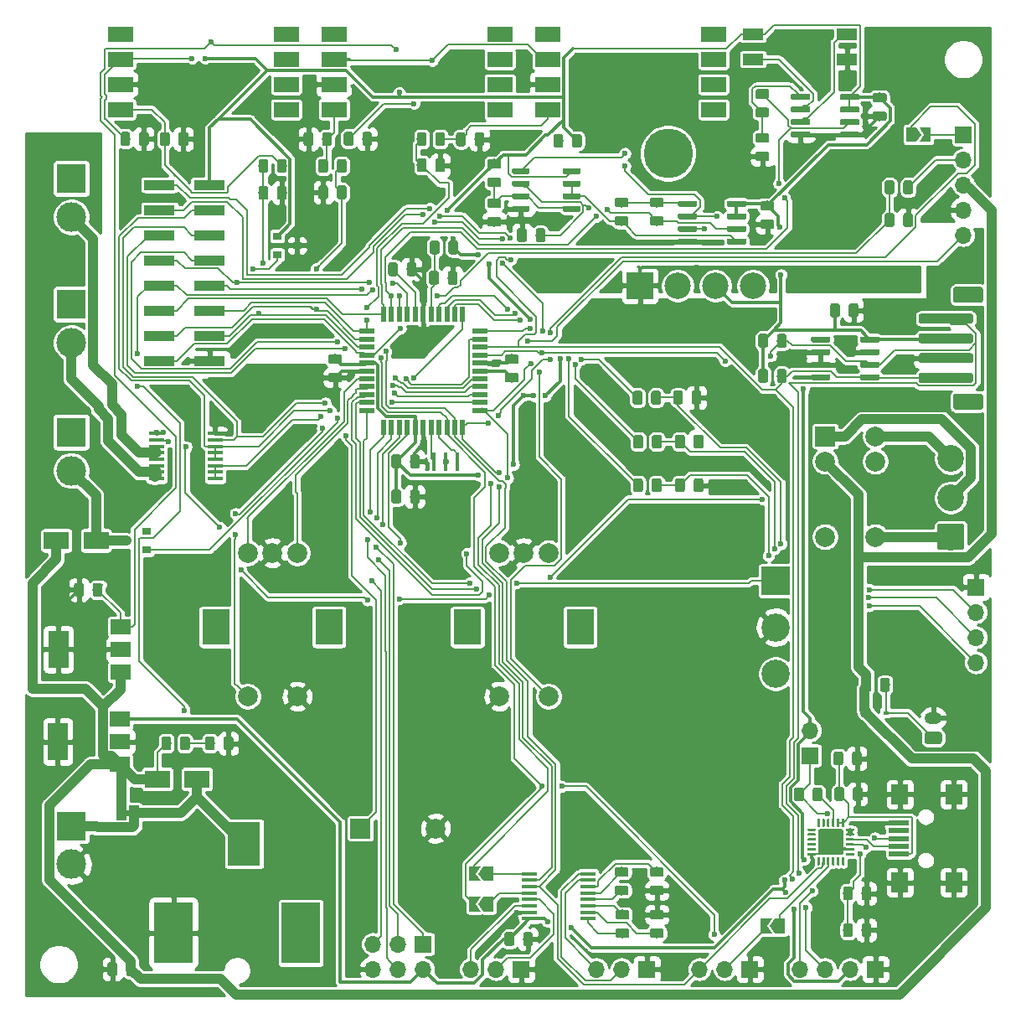
<source format=gbr>
G04 #@! TF.GenerationSoftware,KiCad,Pcbnew,(5.1.4-0-10_14)*
G04 #@! TF.CreationDate,2020-04-29T09:46:45-07:00*
G04 #@! TF.ProjectId,Vent,56656e74-2e6b-4696-9361-645f70636258,rev?*
G04 #@! TF.SameCoordinates,Original*
G04 #@! TF.FileFunction,Copper,L1,Top*
G04 #@! TF.FilePolarity,Positive*
%FSLAX46Y46*%
G04 Gerber Fmt 4.6, Leading zero omitted, Abs format (unit mm)*
G04 Created by KiCad (PCBNEW (5.1.4-0-10_14)) date 2020-04-29 09:46:45*
%MOMM*%
%LPD*%
G04 APERTURE LIST*
%ADD10C,0.100000*%
%ADD11C,0.975000*%
%ADD12C,2.670000*%
%ADD13R,2.670000X2.670000*%
%ADD14R,0.900000X0.800000*%
%ADD15R,1.000000X1.500000*%
%ADD16R,2.500000X1.800000*%
%ADD17C,3.000000*%
%ADD18R,3.000000X3.000000*%
%ADD19O,1.700000X1.700000*%
%ADD20R,1.700000X1.700000*%
%ADD21C,2.000000*%
%ADD22R,2.800000X3.600000*%
%ADD23R,2.000000X2.000000*%
%ADD24C,2.700000*%
%ADD25R,3.150000X1.000000*%
%ADD26R,2.000000X1.500000*%
%ADD27R,2.000000X3.800000*%
%ADD28C,0.300000*%
%ADD29R,2.540000X1.520000*%
%ADD30C,0.600000*%
%ADD31C,5.000000*%
%ADD32R,2.032000X1.143000*%
%ADD33R,1.500000X0.450000*%
%ADD34C,0.250000*%
%ADD35C,2.600000*%
%ADD36R,1.700000X2.000000*%
%ADD37R,2.000000X0.500000*%
%ADD38R,1.500000X0.550000*%
%ADD39R,0.550000X1.500000*%
%ADD40C,2.850000*%
%ADD41R,2.850000X2.850000*%
%ADD42R,0.400000X1.900000*%
%ADD43R,3.900000X6.200000*%
%ADD44R,3.300000X4.400000*%
%ADD45C,1.600000*%
%ADD46C,1.000000*%
%ADD47O,1.750000X1.200000*%
%ADD48C,1.200000*%
%ADD49R,0.600000X0.450000*%
%ADD50C,0.400000*%
%ADD51C,0.300000*%
%ADD52C,0.200000*%
%ADD53C,1.000000*%
%ADD54C,0.254000*%
G04 APERTURE END LIST*
D10*
G36*
X61855400Y-108224600D02*
G01*
X61355400Y-108224600D01*
X61355400Y-107624600D01*
X61855400Y-107624600D01*
X61855400Y-108224600D01*
G37*
G36*
X63485942Y-39102974D02*
G01*
X63509603Y-39106484D01*
X63532807Y-39112296D01*
X63555329Y-39120354D01*
X63576953Y-39130582D01*
X63597470Y-39142879D01*
X63616683Y-39157129D01*
X63634407Y-39173193D01*
X63650471Y-39190917D01*
X63664721Y-39210130D01*
X63677018Y-39230647D01*
X63687246Y-39252271D01*
X63695304Y-39274793D01*
X63701116Y-39297997D01*
X63704626Y-39321658D01*
X63705800Y-39345550D01*
X63705800Y-40258050D01*
X63704626Y-40281942D01*
X63701116Y-40305603D01*
X63695304Y-40328807D01*
X63687246Y-40351329D01*
X63677018Y-40372953D01*
X63664721Y-40393470D01*
X63650471Y-40412683D01*
X63634407Y-40430407D01*
X63616683Y-40446471D01*
X63597470Y-40460721D01*
X63576953Y-40473018D01*
X63555329Y-40483246D01*
X63532807Y-40491304D01*
X63509603Y-40497116D01*
X63485942Y-40500626D01*
X63462050Y-40501800D01*
X62974550Y-40501800D01*
X62950658Y-40500626D01*
X62926997Y-40497116D01*
X62903793Y-40491304D01*
X62881271Y-40483246D01*
X62859647Y-40473018D01*
X62839130Y-40460721D01*
X62819917Y-40446471D01*
X62802193Y-40430407D01*
X62786129Y-40412683D01*
X62771879Y-40393470D01*
X62759582Y-40372953D01*
X62749354Y-40351329D01*
X62741296Y-40328807D01*
X62735484Y-40305603D01*
X62731974Y-40281942D01*
X62730800Y-40258050D01*
X62730800Y-39345550D01*
X62731974Y-39321658D01*
X62735484Y-39297997D01*
X62741296Y-39274793D01*
X62749354Y-39252271D01*
X62759582Y-39230647D01*
X62771879Y-39210130D01*
X62786129Y-39190917D01*
X62802193Y-39173193D01*
X62819917Y-39157129D01*
X62839130Y-39142879D01*
X62859647Y-39130582D01*
X62881271Y-39120354D01*
X62903793Y-39112296D01*
X62926997Y-39106484D01*
X62950658Y-39102974D01*
X62974550Y-39101800D01*
X63462050Y-39101800D01*
X63485942Y-39102974D01*
X63485942Y-39102974D01*
G37*
D11*
X63218300Y-39801800D03*
D10*
G36*
X61610942Y-39102974D02*
G01*
X61634603Y-39106484D01*
X61657807Y-39112296D01*
X61680329Y-39120354D01*
X61701953Y-39130582D01*
X61722470Y-39142879D01*
X61741683Y-39157129D01*
X61759407Y-39173193D01*
X61775471Y-39190917D01*
X61789721Y-39210130D01*
X61802018Y-39230647D01*
X61812246Y-39252271D01*
X61820304Y-39274793D01*
X61826116Y-39297997D01*
X61829626Y-39321658D01*
X61830800Y-39345550D01*
X61830800Y-40258050D01*
X61829626Y-40281942D01*
X61826116Y-40305603D01*
X61820304Y-40328807D01*
X61812246Y-40351329D01*
X61802018Y-40372953D01*
X61789721Y-40393470D01*
X61775471Y-40412683D01*
X61759407Y-40430407D01*
X61741683Y-40446471D01*
X61722470Y-40460721D01*
X61701953Y-40473018D01*
X61680329Y-40483246D01*
X61657807Y-40491304D01*
X61634603Y-40497116D01*
X61610942Y-40500626D01*
X61587050Y-40501800D01*
X61099550Y-40501800D01*
X61075658Y-40500626D01*
X61051997Y-40497116D01*
X61028793Y-40491304D01*
X61006271Y-40483246D01*
X60984647Y-40473018D01*
X60964130Y-40460721D01*
X60944917Y-40446471D01*
X60927193Y-40430407D01*
X60911129Y-40412683D01*
X60896879Y-40393470D01*
X60884582Y-40372953D01*
X60874354Y-40351329D01*
X60866296Y-40328807D01*
X60860484Y-40305603D01*
X60856974Y-40281942D01*
X60855800Y-40258050D01*
X60855800Y-39345550D01*
X60856974Y-39321658D01*
X60860484Y-39297997D01*
X60866296Y-39274793D01*
X60874354Y-39252271D01*
X60884582Y-39230647D01*
X60896879Y-39210130D01*
X60911129Y-39190917D01*
X60927193Y-39173193D01*
X60944917Y-39157129D01*
X60964130Y-39142879D01*
X60984647Y-39130582D01*
X61006271Y-39120354D01*
X61028793Y-39112296D01*
X61051997Y-39106484D01*
X61075658Y-39102974D01*
X61099550Y-39101800D01*
X61587050Y-39101800D01*
X61610942Y-39102974D01*
X61610942Y-39102974D01*
G37*
D11*
X61343300Y-39801800D03*
D10*
G36*
X97394942Y-39153774D02*
G01*
X97418603Y-39157284D01*
X97441807Y-39163096D01*
X97464329Y-39171154D01*
X97485953Y-39181382D01*
X97506470Y-39193679D01*
X97525683Y-39207929D01*
X97543407Y-39223993D01*
X97559471Y-39241717D01*
X97573721Y-39260930D01*
X97586018Y-39281447D01*
X97596246Y-39303071D01*
X97604304Y-39325593D01*
X97610116Y-39348797D01*
X97613626Y-39372458D01*
X97614800Y-39396350D01*
X97614800Y-40308850D01*
X97613626Y-40332742D01*
X97610116Y-40356403D01*
X97604304Y-40379607D01*
X97596246Y-40402129D01*
X97586018Y-40423753D01*
X97573721Y-40444270D01*
X97559471Y-40463483D01*
X97543407Y-40481207D01*
X97525683Y-40497271D01*
X97506470Y-40511521D01*
X97485953Y-40523818D01*
X97464329Y-40534046D01*
X97441807Y-40542104D01*
X97418603Y-40547916D01*
X97394942Y-40551426D01*
X97371050Y-40552600D01*
X96883550Y-40552600D01*
X96859658Y-40551426D01*
X96835997Y-40547916D01*
X96812793Y-40542104D01*
X96790271Y-40534046D01*
X96768647Y-40523818D01*
X96748130Y-40511521D01*
X96728917Y-40497271D01*
X96711193Y-40481207D01*
X96695129Y-40463483D01*
X96680879Y-40444270D01*
X96668582Y-40423753D01*
X96658354Y-40402129D01*
X96650296Y-40379607D01*
X96644484Y-40356403D01*
X96640974Y-40332742D01*
X96639800Y-40308850D01*
X96639800Y-39396350D01*
X96640974Y-39372458D01*
X96644484Y-39348797D01*
X96650296Y-39325593D01*
X96658354Y-39303071D01*
X96668582Y-39281447D01*
X96680879Y-39260930D01*
X96695129Y-39241717D01*
X96711193Y-39223993D01*
X96728917Y-39207929D01*
X96748130Y-39193679D01*
X96768647Y-39181382D01*
X96790271Y-39171154D01*
X96812793Y-39163096D01*
X96835997Y-39157284D01*
X96859658Y-39153774D01*
X96883550Y-39152600D01*
X97371050Y-39152600D01*
X97394942Y-39153774D01*
X97394942Y-39153774D01*
G37*
D11*
X97127300Y-39852600D03*
D10*
G36*
X95519942Y-39153774D02*
G01*
X95543603Y-39157284D01*
X95566807Y-39163096D01*
X95589329Y-39171154D01*
X95610953Y-39181382D01*
X95631470Y-39193679D01*
X95650683Y-39207929D01*
X95668407Y-39223993D01*
X95684471Y-39241717D01*
X95698721Y-39260930D01*
X95711018Y-39281447D01*
X95721246Y-39303071D01*
X95729304Y-39325593D01*
X95735116Y-39348797D01*
X95738626Y-39372458D01*
X95739800Y-39396350D01*
X95739800Y-40308850D01*
X95738626Y-40332742D01*
X95735116Y-40356403D01*
X95729304Y-40379607D01*
X95721246Y-40402129D01*
X95711018Y-40423753D01*
X95698721Y-40444270D01*
X95684471Y-40463483D01*
X95668407Y-40481207D01*
X95650683Y-40497271D01*
X95631470Y-40511521D01*
X95610953Y-40523818D01*
X95589329Y-40534046D01*
X95566807Y-40542104D01*
X95543603Y-40547916D01*
X95519942Y-40551426D01*
X95496050Y-40552600D01*
X95008550Y-40552600D01*
X94984658Y-40551426D01*
X94960997Y-40547916D01*
X94937793Y-40542104D01*
X94915271Y-40534046D01*
X94893647Y-40523818D01*
X94873130Y-40511521D01*
X94853917Y-40497271D01*
X94836193Y-40481207D01*
X94820129Y-40463483D01*
X94805879Y-40444270D01*
X94793582Y-40423753D01*
X94783354Y-40402129D01*
X94775296Y-40379607D01*
X94769484Y-40356403D01*
X94765974Y-40332742D01*
X94764800Y-40308850D01*
X94764800Y-39396350D01*
X94765974Y-39372458D01*
X94769484Y-39348797D01*
X94775296Y-39325593D01*
X94783354Y-39303071D01*
X94793582Y-39281447D01*
X94805879Y-39260930D01*
X94820129Y-39241717D01*
X94836193Y-39223993D01*
X94853917Y-39207929D01*
X94873130Y-39193679D01*
X94893647Y-39181382D01*
X94915271Y-39171154D01*
X94937793Y-39163096D01*
X94960997Y-39157284D01*
X94984658Y-39153774D01*
X95008550Y-39152600D01*
X95496050Y-39152600D01*
X95519942Y-39153774D01*
X95519942Y-39153774D01*
G37*
D11*
X95252300Y-39852600D03*
D10*
G36*
X80104442Y-39128374D02*
G01*
X80128103Y-39131884D01*
X80151307Y-39137696D01*
X80173829Y-39145754D01*
X80195453Y-39155982D01*
X80215970Y-39168279D01*
X80235183Y-39182529D01*
X80252907Y-39198593D01*
X80268971Y-39216317D01*
X80283221Y-39235530D01*
X80295518Y-39256047D01*
X80305746Y-39277671D01*
X80313804Y-39300193D01*
X80319616Y-39323397D01*
X80323126Y-39347058D01*
X80324300Y-39370950D01*
X80324300Y-40283450D01*
X80323126Y-40307342D01*
X80319616Y-40331003D01*
X80313804Y-40354207D01*
X80305746Y-40376729D01*
X80295518Y-40398353D01*
X80283221Y-40418870D01*
X80268971Y-40438083D01*
X80252907Y-40455807D01*
X80235183Y-40471871D01*
X80215970Y-40486121D01*
X80195453Y-40498418D01*
X80173829Y-40508646D01*
X80151307Y-40516704D01*
X80128103Y-40522516D01*
X80104442Y-40526026D01*
X80080550Y-40527200D01*
X79593050Y-40527200D01*
X79569158Y-40526026D01*
X79545497Y-40522516D01*
X79522293Y-40516704D01*
X79499771Y-40508646D01*
X79478147Y-40498418D01*
X79457630Y-40486121D01*
X79438417Y-40471871D01*
X79420693Y-40455807D01*
X79404629Y-40438083D01*
X79390379Y-40418870D01*
X79378082Y-40398353D01*
X79367854Y-40376729D01*
X79359796Y-40354207D01*
X79353984Y-40331003D01*
X79350474Y-40307342D01*
X79349300Y-40283450D01*
X79349300Y-39370950D01*
X79350474Y-39347058D01*
X79353984Y-39323397D01*
X79359796Y-39300193D01*
X79367854Y-39277671D01*
X79378082Y-39256047D01*
X79390379Y-39235530D01*
X79404629Y-39216317D01*
X79420693Y-39198593D01*
X79438417Y-39182529D01*
X79457630Y-39168279D01*
X79478147Y-39155982D01*
X79499771Y-39145754D01*
X79522293Y-39137696D01*
X79545497Y-39131884D01*
X79569158Y-39128374D01*
X79593050Y-39127200D01*
X80080550Y-39127200D01*
X80104442Y-39128374D01*
X80104442Y-39128374D01*
G37*
D11*
X79836800Y-39827200D03*
D10*
G36*
X81979442Y-39128374D02*
G01*
X82003103Y-39131884D01*
X82026307Y-39137696D01*
X82048829Y-39145754D01*
X82070453Y-39155982D01*
X82090970Y-39168279D01*
X82110183Y-39182529D01*
X82127907Y-39198593D01*
X82143971Y-39216317D01*
X82158221Y-39235530D01*
X82170518Y-39256047D01*
X82180746Y-39277671D01*
X82188804Y-39300193D01*
X82194616Y-39323397D01*
X82198126Y-39347058D01*
X82199300Y-39370950D01*
X82199300Y-40283450D01*
X82198126Y-40307342D01*
X82194616Y-40331003D01*
X82188804Y-40354207D01*
X82180746Y-40376729D01*
X82170518Y-40398353D01*
X82158221Y-40418870D01*
X82143971Y-40438083D01*
X82127907Y-40455807D01*
X82110183Y-40471871D01*
X82090970Y-40486121D01*
X82070453Y-40498418D01*
X82048829Y-40508646D01*
X82026307Y-40516704D01*
X82003103Y-40522516D01*
X81979442Y-40526026D01*
X81955550Y-40527200D01*
X81468050Y-40527200D01*
X81444158Y-40526026D01*
X81420497Y-40522516D01*
X81397293Y-40516704D01*
X81374771Y-40508646D01*
X81353147Y-40498418D01*
X81332630Y-40486121D01*
X81313417Y-40471871D01*
X81295693Y-40455807D01*
X81279629Y-40438083D01*
X81265379Y-40418870D01*
X81253082Y-40398353D01*
X81242854Y-40376729D01*
X81234796Y-40354207D01*
X81228984Y-40331003D01*
X81225474Y-40307342D01*
X81224300Y-40283450D01*
X81224300Y-39370950D01*
X81225474Y-39347058D01*
X81228984Y-39323397D01*
X81234796Y-39300193D01*
X81242854Y-39277671D01*
X81253082Y-39256047D01*
X81265379Y-39235530D01*
X81279629Y-39216317D01*
X81295693Y-39198593D01*
X81313417Y-39182529D01*
X81332630Y-39168279D01*
X81353147Y-39155982D01*
X81374771Y-39145754D01*
X81397293Y-39137696D01*
X81420497Y-39131884D01*
X81444158Y-39128374D01*
X81468050Y-39127200D01*
X81955550Y-39127200D01*
X81979442Y-39128374D01*
X81979442Y-39128374D01*
G37*
D11*
X81711800Y-39827200D03*
D10*
G36*
X67473742Y-39128374D02*
G01*
X67497403Y-39131884D01*
X67520607Y-39137696D01*
X67543129Y-39145754D01*
X67564753Y-39155982D01*
X67585270Y-39168279D01*
X67604483Y-39182529D01*
X67622207Y-39198593D01*
X67638271Y-39216317D01*
X67652521Y-39235530D01*
X67664818Y-39256047D01*
X67675046Y-39277671D01*
X67683104Y-39300193D01*
X67688916Y-39323397D01*
X67692426Y-39347058D01*
X67693600Y-39370950D01*
X67693600Y-40283450D01*
X67692426Y-40307342D01*
X67688916Y-40331003D01*
X67683104Y-40354207D01*
X67675046Y-40376729D01*
X67664818Y-40398353D01*
X67652521Y-40418870D01*
X67638271Y-40438083D01*
X67622207Y-40455807D01*
X67604483Y-40471871D01*
X67585270Y-40486121D01*
X67564753Y-40498418D01*
X67543129Y-40508646D01*
X67520607Y-40516704D01*
X67497403Y-40522516D01*
X67473742Y-40526026D01*
X67449850Y-40527200D01*
X66962350Y-40527200D01*
X66938458Y-40526026D01*
X66914797Y-40522516D01*
X66891593Y-40516704D01*
X66869071Y-40508646D01*
X66847447Y-40498418D01*
X66826930Y-40486121D01*
X66807717Y-40471871D01*
X66789993Y-40455807D01*
X66773929Y-40438083D01*
X66759679Y-40418870D01*
X66747382Y-40398353D01*
X66737154Y-40376729D01*
X66729096Y-40354207D01*
X66723284Y-40331003D01*
X66719774Y-40307342D01*
X66718600Y-40283450D01*
X66718600Y-39370950D01*
X66719774Y-39347058D01*
X66723284Y-39323397D01*
X66729096Y-39300193D01*
X66737154Y-39277671D01*
X66747382Y-39256047D01*
X66759679Y-39235530D01*
X66773929Y-39216317D01*
X66789993Y-39198593D01*
X66807717Y-39182529D01*
X66826930Y-39168279D01*
X66847447Y-39155982D01*
X66869071Y-39145754D01*
X66891593Y-39137696D01*
X66914797Y-39131884D01*
X66938458Y-39128374D01*
X66962350Y-39127200D01*
X67449850Y-39127200D01*
X67473742Y-39128374D01*
X67473742Y-39128374D01*
G37*
D11*
X67206100Y-39827200D03*
D10*
G36*
X65598742Y-39128374D02*
G01*
X65622403Y-39131884D01*
X65645607Y-39137696D01*
X65668129Y-39145754D01*
X65689753Y-39155982D01*
X65710270Y-39168279D01*
X65729483Y-39182529D01*
X65747207Y-39198593D01*
X65763271Y-39216317D01*
X65777521Y-39235530D01*
X65789818Y-39256047D01*
X65800046Y-39277671D01*
X65808104Y-39300193D01*
X65813916Y-39323397D01*
X65817426Y-39347058D01*
X65818600Y-39370950D01*
X65818600Y-40283450D01*
X65817426Y-40307342D01*
X65813916Y-40331003D01*
X65808104Y-40354207D01*
X65800046Y-40376729D01*
X65789818Y-40398353D01*
X65777521Y-40418870D01*
X65763271Y-40438083D01*
X65747207Y-40455807D01*
X65729483Y-40471871D01*
X65710270Y-40486121D01*
X65689753Y-40498418D01*
X65668129Y-40508646D01*
X65645607Y-40516704D01*
X65622403Y-40522516D01*
X65598742Y-40526026D01*
X65574850Y-40527200D01*
X65087350Y-40527200D01*
X65063458Y-40526026D01*
X65039797Y-40522516D01*
X65016593Y-40516704D01*
X64994071Y-40508646D01*
X64972447Y-40498418D01*
X64951930Y-40486121D01*
X64932717Y-40471871D01*
X64914993Y-40455807D01*
X64898929Y-40438083D01*
X64884679Y-40418870D01*
X64872382Y-40398353D01*
X64862154Y-40376729D01*
X64854096Y-40354207D01*
X64848284Y-40331003D01*
X64844774Y-40307342D01*
X64843600Y-40283450D01*
X64843600Y-39370950D01*
X64844774Y-39347058D01*
X64848284Y-39323397D01*
X64854096Y-39300193D01*
X64862154Y-39277671D01*
X64872382Y-39256047D01*
X64884679Y-39235530D01*
X64898929Y-39216317D01*
X64914993Y-39198593D01*
X64932717Y-39182529D01*
X64951930Y-39168279D01*
X64972447Y-39155982D01*
X64994071Y-39145754D01*
X65016593Y-39137696D01*
X65039797Y-39131884D01*
X65063458Y-39128374D01*
X65087350Y-39127200D01*
X65574850Y-39127200D01*
X65598742Y-39128374D01*
X65598742Y-39128374D01*
G37*
D11*
X65331100Y-39827200D03*
D10*
G36*
X72036142Y-100189974D02*
G01*
X72059803Y-100193484D01*
X72083007Y-100199296D01*
X72105529Y-100207354D01*
X72127153Y-100217582D01*
X72147670Y-100229879D01*
X72166883Y-100244129D01*
X72184607Y-100260193D01*
X72200671Y-100277917D01*
X72214921Y-100297130D01*
X72227218Y-100317647D01*
X72237446Y-100339271D01*
X72245504Y-100361793D01*
X72251316Y-100384997D01*
X72254826Y-100408658D01*
X72256000Y-100432550D01*
X72256000Y-101345050D01*
X72254826Y-101368942D01*
X72251316Y-101392603D01*
X72245504Y-101415807D01*
X72237446Y-101438329D01*
X72227218Y-101459953D01*
X72214921Y-101480470D01*
X72200671Y-101499683D01*
X72184607Y-101517407D01*
X72166883Y-101533471D01*
X72147670Y-101547721D01*
X72127153Y-101560018D01*
X72105529Y-101570246D01*
X72083007Y-101578304D01*
X72059803Y-101584116D01*
X72036142Y-101587626D01*
X72012250Y-101588800D01*
X71524750Y-101588800D01*
X71500858Y-101587626D01*
X71477197Y-101584116D01*
X71453993Y-101578304D01*
X71431471Y-101570246D01*
X71409847Y-101560018D01*
X71389330Y-101547721D01*
X71370117Y-101533471D01*
X71352393Y-101517407D01*
X71336329Y-101499683D01*
X71322079Y-101480470D01*
X71309782Y-101459953D01*
X71299554Y-101438329D01*
X71291496Y-101415807D01*
X71285684Y-101392603D01*
X71282174Y-101368942D01*
X71281000Y-101345050D01*
X71281000Y-100432550D01*
X71282174Y-100408658D01*
X71285684Y-100384997D01*
X71291496Y-100361793D01*
X71299554Y-100339271D01*
X71309782Y-100317647D01*
X71322079Y-100297130D01*
X71336329Y-100277917D01*
X71352393Y-100260193D01*
X71370117Y-100244129D01*
X71389330Y-100229879D01*
X71409847Y-100217582D01*
X71431471Y-100207354D01*
X71453993Y-100199296D01*
X71477197Y-100193484D01*
X71500858Y-100189974D01*
X71524750Y-100188800D01*
X72012250Y-100188800D01*
X72036142Y-100189974D01*
X72036142Y-100189974D01*
G37*
D11*
X71768500Y-100888800D03*
D10*
G36*
X70161142Y-100189974D02*
G01*
X70184803Y-100193484D01*
X70208007Y-100199296D01*
X70230529Y-100207354D01*
X70252153Y-100217582D01*
X70272670Y-100229879D01*
X70291883Y-100244129D01*
X70309607Y-100260193D01*
X70325671Y-100277917D01*
X70339921Y-100297130D01*
X70352218Y-100317647D01*
X70362446Y-100339271D01*
X70370504Y-100361793D01*
X70376316Y-100384997D01*
X70379826Y-100408658D01*
X70381000Y-100432550D01*
X70381000Y-101345050D01*
X70379826Y-101368942D01*
X70376316Y-101392603D01*
X70370504Y-101415807D01*
X70362446Y-101438329D01*
X70352218Y-101459953D01*
X70339921Y-101480470D01*
X70325671Y-101499683D01*
X70309607Y-101517407D01*
X70291883Y-101533471D01*
X70272670Y-101547721D01*
X70252153Y-101560018D01*
X70230529Y-101570246D01*
X70208007Y-101578304D01*
X70184803Y-101584116D01*
X70161142Y-101587626D01*
X70137250Y-101588800D01*
X69649750Y-101588800D01*
X69625858Y-101587626D01*
X69602197Y-101584116D01*
X69578993Y-101578304D01*
X69556471Y-101570246D01*
X69534847Y-101560018D01*
X69514330Y-101547721D01*
X69495117Y-101533471D01*
X69477393Y-101517407D01*
X69461329Y-101499683D01*
X69447079Y-101480470D01*
X69434782Y-101459953D01*
X69424554Y-101438329D01*
X69416496Y-101415807D01*
X69410684Y-101392603D01*
X69407174Y-101368942D01*
X69406000Y-101345050D01*
X69406000Y-100432550D01*
X69407174Y-100408658D01*
X69410684Y-100384997D01*
X69416496Y-100361793D01*
X69424554Y-100339271D01*
X69434782Y-100317647D01*
X69447079Y-100297130D01*
X69461329Y-100277917D01*
X69477393Y-100260193D01*
X69495117Y-100244129D01*
X69514330Y-100229879D01*
X69534847Y-100217582D01*
X69556471Y-100207354D01*
X69578993Y-100199296D01*
X69602197Y-100193484D01*
X69625858Y-100189974D01*
X69649750Y-100188800D01*
X70137250Y-100188800D01*
X70161142Y-100189974D01*
X70161142Y-100189974D01*
G37*
D11*
X69893500Y-100888800D03*
D10*
G36*
X67626142Y-100189974D02*
G01*
X67649803Y-100193484D01*
X67673007Y-100199296D01*
X67695529Y-100207354D01*
X67717153Y-100217582D01*
X67737670Y-100229879D01*
X67756883Y-100244129D01*
X67774607Y-100260193D01*
X67790671Y-100277917D01*
X67804921Y-100297130D01*
X67817218Y-100317647D01*
X67827446Y-100339271D01*
X67835504Y-100361793D01*
X67841316Y-100384997D01*
X67844826Y-100408658D01*
X67846000Y-100432550D01*
X67846000Y-101345050D01*
X67844826Y-101368942D01*
X67841316Y-101392603D01*
X67835504Y-101415807D01*
X67827446Y-101438329D01*
X67817218Y-101459953D01*
X67804921Y-101480470D01*
X67790671Y-101499683D01*
X67774607Y-101517407D01*
X67756883Y-101533471D01*
X67737670Y-101547721D01*
X67717153Y-101560018D01*
X67695529Y-101570246D01*
X67673007Y-101578304D01*
X67649803Y-101584116D01*
X67626142Y-101587626D01*
X67602250Y-101588800D01*
X67114750Y-101588800D01*
X67090858Y-101587626D01*
X67067197Y-101584116D01*
X67043993Y-101578304D01*
X67021471Y-101570246D01*
X66999847Y-101560018D01*
X66979330Y-101547721D01*
X66960117Y-101533471D01*
X66942393Y-101517407D01*
X66926329Y-101499683D01*
X66912079Y-101480470D01*
X66899782Y-101459953D01*
X66889554Y-101438329D01*
X66881496Y-101415807D01*
X66875684Y-101392603D01*
X66872174Y-101368942D01*
X66871000Y-101345050D01*
X66871000Y-100432550D01*
X66872174Y-100408658D01*
X66875684Y-100384997D01*
X66881496Y-100361793D01*
X66889554Y-100339271D01*
X66899782Y-100317647D01*
X66912079Y-100297130D01*
X66926329Y-100277917D01*
X66942393Y-100260193D01*
X66960117Y-100244129D01*
X66979330Y-100229879D01*
X66999847Y-100217582D01*
X67021471Y-100207354D01*
X67043993Y-100199296D01*
X67067197Y-100193484D01*
X67090858Y-100189974D01*
X67114750Y-100188800D01*
X67602250Y-100188800D01*
X67626142Y-100189974D01*
X67626142Y-100189974D01*
G37*
D11*
X67358500Y-100888800D03*
D10*
G36*
X65751142Y-100189974D02*
G01*
X65774803Y-100193484D01*
X65798007Y-100199296D01*
X65820529Y-100207354D01*
X65842153Y-100217582D01*
X65862670Y-100229879D01*
X65881883Y-100244129D01*
X65899607Y-100260193D01*
X65915671Y-100277917D01*
X65929921Y-100297130D01*
X65942218Y-100317647D01*
X65952446Y-100339271D01*
X65960504Y-100361793D01*
X65966316Y-100384997D01*
X65969826Y-100408658D01*
X65971000Y-100432550D01*
X65971000Y-101345050D01*
X65969826Y-101368942D01*
X65966316Y-101392603D01*
X65960504Y-101415807D01*
X65952446Y-101438329D01*
X65942218Y-101459953D01*
X65929921Y-101480470D01*
X65915671Y-101499683D01*
X65899607Y-101517407D01*
X65881883Y-101533471D01*
X65862670Y-101547721D01*
X65842153Y-101560018D01*
X65820529Y-101570246D01*
X65798007Y-101578304D01*
X65774803Y-101584116D01*
X65751142Y-101587626D01*
X65727250Y-101588800D01*
X65239750Y-101588800D01*
X65215858Y-101587626D01*
X65192197Y-101584116D01*
X65168993Y-101578304D01*
X65146471Y-101570246D01*
X65124847Y-101560018D01*
X65104330Y-101547721D01*
X65085117Y-101533471D01*
X65067393Y-101517407D01*
X65051329Y-101499683D01*
X65037079Y-101480470D01*
X65024782Y-101459953D01*
X65014554Y-101438329D01*
X65006496Y-101415807D01*
X65000684Y-101392603D01*
X64997174Y-101368942D01*
X64996000Y-101345050D01*
X64996000Y-100432550D01*
X64997174Y-100408658D01*
X65000684Y-100384997D01*
X65006496Y-100361793D01*
X65014554Y-100339271D01*
X65024782Y-100317647D01*
X65037079Y-100297130D01*
X65051329Y-100277917D01*
X65067393Y-100260193D01*
X65085117Y-100244129D01*
X65104330Y-100229879D01*
X65124847Y-100217582D01*
X65146471Y-100207354D01*
X65168993Y-100199296D01*
X65192197Y-100193484D01*
X65215858Y-100189974D01*
X65239750Y-100188800D01*
X65727250Y-100188800D01*
X65751142Y-100189974D01*
X65751142Y-100189974D01*
G37*
D11*
X65483500Y-100888800D03*
D12*
X124790200Y-54635400D03*
X120980200Y-54635400D03*
X117170200Y-54635400D03*
D13*
X113360200Y-54635400D03*
D14*
X78698600Y-50571400D03*
X76698600Y-51521400D03*
X76698600Y-49621400D03*
D15*
X60955400Y-107924600D03*
X62255400Y-107924600D03*
D16*
X68573400Y-104495600D03*
X64573400Y-104495600D03*
D10*
G36*
X135215542Y-56425774D02*
G01*
X135239203Y-56429284D01*
X135262407Y-56435096D01*
X135284929Y-56443154D01*
X135306553Y-56453382D01*
X135327070Y-56465679D01*
X135346283Y-56479929D01*
X135364007Y-56495993D01*
X135380071Y-56513717D01*
X135394321Y-56532930D01*
X135406618Y-56553447D01*
X135416846Y-56575071D01*
X135424904Y-56597593D01*
X135430716Y-56620797D01*
X135434226Y-56644458D01*
X135435400Y-56668350D01*
X135435400Y-57580850D01*
X135434226Y-57604742D01*
X135430716Y-57628403D01*
X135424904Y-57651607D01*
X135416846Y-57674129D01*
X135406618Y-57695753D01*
X135394321Y-57716270D01*
X135380071Y-57735483D01*
X135364007Y-57753207D01*
X135346283Y-57769271D01*
X135327070Y-57783521D01*
X135306553Y-57795818D01*
X135284929Y-57806046D01*
X135262407Y-57814104D01*
X135239203Y-57819916D01*
X135215542Y-57823426D01*
X135191650Y-57824600D01*
X134704150Y-57824600D01*
X134680258Y-57823426D01*
X134656597Y-57819916D01*
X134633393Y-57814104D01*
X134610871Y-57806046D01*
X134589247Y-57795818D01*
X134568730Y-57783521D01*
X134549517Y-57769271D01*
X134531793Y-57753207D01*
X134515729Y-57735483D01*
X134501479Y-57716270D01*
X134489182Y-57695753D01*
X134478954Y-57674129D01*
X134470896Y-57651607D01*
X134465084Y-57628403D01*
X134461574Y-57604742D01*
X134460400Y-57580850D01*
X134460400Y-56668350D01*
X134461574Y-56644458D01*
X134465084Y-56620797D01*
X134470896Y-56597593D01*
X134478954Y-56575071D01*
X134489182Y-56553447D01*
X134501479Y-56532930D01*
X134515729Y-56513717D01*
X134531793Y-56495993D01*
X134549517Y-56479929D01*
X134568730Y-56465679D01*
X134589247Y-56453382D01*
X134610871Y-56443154D01*
X134633393Y-56435096D01*
X134656597Y-56429284D01*
X134680258Y-56425774D01*
X134704150Y-56424600D01*
X135191650Y-56424600D01*
X135215542Y-56425774D01*
X135215542Y-56425774D01*
G37*
D11*
X134947900Y-57124600D03*
D10*
G36*
X133340542Y-56425774D02*
G01*
X133364203Y-56429284D01*
X133387407Y-56435096D01*
X133409929Y-56443154D01*
X133431553Y-56453382D01*
X133452070Y-56465679D01*
X133471283Y-56479929D01*
X133489007Y-56495993D01*
X133505071Y-56513717D01*
X133519321Y-56532930D01*
X133531618Y-56553447D01*
X133541846Y-56575071D01*
X133549904Y-56597593D01*
X133555716Y-56620797D01*
X133559226Y-56644458D01*
X133560400Y-56668350D01*
X133560400Y-57580850D01*
X133559226Y-57604742D01*
X133555716Y-57628403D01*
X133549904Y-57651607D01*
X133541846Y-57674129D01*
X133531618Y-57695753D01*
X133519321Y-57716270D01*
X133505071Y-57735483D01*
X133489007Y-57753207D01*
X133471283Y-57769271D01*
X133452070Y-57783521D01*
X133431553Y-57795818D01*
X133409929Y-57806046D01*
X133387407Y-57814104D01*
X133364203Y-57819916D01*
X133340542Y-57823426D01*
X133316650Y-57824600D01*
X132829150Y-57824600D01*
X132805258Y-57823426D01*
X132781597Y-57819916D01*
X132758393Y-57814104D01*
X132735871Y-57806046D01*
X132714247Y-57795818D01*
X132693730Y-57783521D01*
X132674517Y-57769271D01*
X132656793Y-57753207D01*
X132640729Y-57735483D01*
X132626479Y-57716270D01*
X132614182Y-57695753D01*
X132603954Y-57674129D01*
X132595896Y-57651607D01*
X132590084Y-57628403D01*
X132586574Y-57604742D01*
X132585400Y-57580850D01*
X132585400Y-56668350D01*
X132586574Y-56644458D01*
X132590084Y-56620797D01*
X132595896Y-56597593D01*
X132603954Y-56575071D01*
X132614182Y-56553447D01*
X132626479Y-56532930D01*
X132640729Y-56513717D01*
X132656793Y-56495993D01*
X132674517Y-56479929D01*
X132693730Y-56465679D01*
X132714247Y-56453382D01*
X132735871Y-56443154D01*
X132758393Y-56435096D01*
X132781597Y-56429284D01*
X132805258Y-56425774D01*
X132829150Y-56424600D01*
X133316650Y-56424600D01*
X133340542Y-56425774D01*
X133340542Y-56425774D01*
G37*
D11*
X133072900Y-57124600D03*
D17*
X55880000Y-113100000D03*
D18*
X55880000Y-109220000D03*
D19*
X147320000Y-92710000D03*
X147320000Y-90170000D03*
X147320000Y-87630000D03*
D20*
X147320000Y-85090000D03*
D17*
X55880000Y-47695000D03*
D18*
X55880000Y-43815000D03*
D17*
X55880000Y-60395000D03*
D18*
X55880000Y-56515000D03*
D21*
X104110000Y-81628600D03*
X101610000Y-81628600D03*
X99110000Y-81628600D03*
X104110000Y-96128600D03*
X99110000Y-96128600D03*
D22*
X107310000Y-89128600D03*
X95910000Y-89128600D03*
D21*
X132080000Y-80010000D03*
X137160000Y-80010000D03*
X132080000Y-72390000D03*
D23*
X132080000Y-69850000D03*
D21*
X137160000Y-72390000D03*
X137160000Y-69850000D03*
D24*
X144780000Y-72090000D03*
X144780000Y-76050000D03*
D10*
G36*
X145904503Y-78661204D02*
G01*
X145928772Y-78664804D01*
X145952570Y-78670765D01*
X145975670Y-78679030D01*
X145997849Y-78689520D01*
X146018892Y-78702133D01*
X146038598Y-78716748D01*
X146056776Y-78733224D01*
X146073252Y-78751402D01*
X146087867Y-78771108D01*
X146100480Y-78792151D01*
X146110970Y-78814330D01*
X146119235Y-78837430D01*
X146125196Y-78861228D01*
X146128796Y-78885497D01*
X146130000Y-78910001D01*
X146130000Y-81109999D01*
X146128796Y-81134503D01*
X146125196Y-81158772D01*
X146119235Y-81182570D01*
X146110970Y-81205670D01*
X146100480Y-81227849D01*
X146087867Y-81248892D01*
X146073252Y-81268598D01*
X146056776Y-81286776D01*
X146038598Y-81303252D01*
X146018892Y-81317867D01*
X145997849Y-81330480D01*
X145975670Y-81340970D01*
X145952570Y-81349235D01*
X145928772Y-81355196D01*
X145904503Y-81358796D01*
X145879999Y-81360000D01*
X143680001Y-81360000D01*
X143655497Y-81358796D01*
X143631228Y-81355196D01*
X143607430Y-81349235D01*
X143584330Y-81340970D01*
X143562151Y-81330480D01*
X143541108Y-81317867D01*
X143521402Y-81303252D01*
X143503224Y-81286776D01*
X143486748Y-81268598D01*
X143472133Y-81248892D01*
X143459520Y-81227849D01*
X143449030Y-81205670D01*
X143440765Y-81182570D01*
X143434804Y-81158772D01*
X143431204Y-81134503D01*
X143430000Y-81109999D01*
X143430000Y-78910001D01*
X143431204Y-78885497D01*
X143434804Y-78861228D01*
X143440765Y-78837430D01*
X143449030Y-78814330D01*
X143459520Y-78792151D01*
X143472133Y-78771108D01*
X143486748Y-78751402D01*
X143503224Y-78733224D01*
X143521402Y-78716748D01*
X143541108Y-78702133D01*
X143562151Y-78689520D01*
X143584330Y-78679030D01*
X143607430Y-78670765D01*
X143631228Y-78664804D01*
X143655497Y-78661204D01*
X143680001Y-78660000D01*
X145879999Y-78660000D01*
X145904503Y-78661204D01*
X145904503Y-78661204D01*
G37*
D24*
X144780000Y-80010000D03*
D10*
G36*
X77432842Y-44563974D02*
G01*
X77456503Y-44567484D01*
X77479707Y-44573296D01*
X77502229Y-44581354D01*
X77523853Y-44591582D01*
X77544370Y-44603879D01*
X77563583Y-44618129D01*
X77581307Y-44634193D01*
X77597371Y-44651917D01*
X77611621Y-44671130D01*
X77623918Y-44691647D01*
X77634146Y-44713271D01*
X77642204Y-44735793D01*
X77648016Y-44758997D01*
X77651526Y-44782658D01*
X77652700Y-44806550D01*
X77652700Y-45719050D01*
X77651526Y-45742942D01*
X77648016Y-45766603D01*
X77642204Y-45789807D01*
X77634146Y-45812329D01*
X77623918Y-45833953D01*
X77611621Y-45854470D01*
X77597371Y-45873683D01*
X77581307Y-45891407D01*
X77563583Y-45907471D01*
X77544370Y-45921721D01*
X77523853Y-45934018D01*
X77502229Y-45944246D01*
X77479707Y-45952304D01*
X77456503Y-45958116D01*
X77432842Y-45961626D01*
X77408950Y-45962800D01*
X76921450Y-45962800D01*
X76897558Y-45961626D01*
X76873897Y-45958116D01*
X76850693Y-45952304D01*
X76828171Y-45944246D01*
X76806547Y-45934018D01*
X76786030Y-45921721D01*
X76766817Y-45907471D01*
X76749093Y-45891407D01*
X76733029Y-45873683D01*
X76718779Y-45854470D01*
X76706482Y-45833953D01*
X76696254Y-45812329D01*
X76688196Y-45789807D01*
X76682384Y-45766603D01*
X76678874Y-45742942D01*
X76677700Y-45719050D01*
X76677700Y-44806550D01*
X76678874Y-44782658D01*
X76682384Y-44758997D01*
X76688196Y-44735793D01*
X76696254Y-44713271D01*
X76706482Y-44691647D01*
X76718779Y-44671130D01*
X76733029Y-44651917D01*
X76749093Y-44634193D01*
X76766817Y-44618129D01*
X76786030Y-44603879D01*
X76806547Y-44591582D01*
X76828171Y-44581354D01*
X76850693Y-44573296D01*
X76873897Y-44567484D01*
X76897558Y-44563974D01*
X76921450Y-44562800D01*
X77408950Y-44562800D01*
X77432842Y-44563974D01*
X77432842Y-44563974D01*
G37*
D11*
X77165200Y-45262800D03*
D10*
G36*
X75557842Y-44563974D02*
G01*
X75581503Y-44567484D01*
X75604707Y-44573296D01*
X75627229Y-44581354D01*
X75648853Y-44591582D01*
X75669370Y-44603879D01*
X75688583Y-44618129D01*
X75706307Y-44634193D01*
X75722371Y-44651917D01*
X75736621Y-44671130D01*
X75748918Y-44691647D01*
X75759146Y-44713271D01*
X75767204Y-44735793D01*
X75773016Y-44758997D01*
X75776526Y-44782658D01*
X75777700Y-44806550D01*
X75777700Y-45719050D01*
X75776526Y-45742942D01*
X75773016Y-45766603D01*
X75767204Y-45789807D01*
X75759146Y-45812329D01*
X75748918Y-45833953D01*
X75736621Y-45854470D01*
X75722371Y-45873683D01*
X75706307Y-45891407D01*
X75688583Y-45907471D01*
X75669370Y-45921721D01*
X75648853Y-45934018D01*
X75627229Y-45944246D01*
X75604707Y-45952304D01*
X75581503Y-45958116D01*
X75557842Y-45961626D01*
X75533950Y-45962800D01*
X75046450Y-45962800D01*
X75022558Y-45961626D01*
X74998897Y-45958116D01*
X74975693Y-45952304D01*
X74953171Y-45944246D01*
X74931547Y-45934018D01*
X74911030Y-45921721D01*
X74891817Y-45907471D01*
X74874093Y-45891407D01*
X74858029Y-45873683D01*
X74843779Y-45854470D01*
X74831482Y-45833953D01*
X74821254Y-45812329D01*
X74813196Y-45789807D01*
X74807384Y-45766603D01*
X74803874Y-45742942D01*
X74802700Y-45719050D01*
X74802700Y-44806550D01*
X74803874Y-44782658D01*
X74807384Y-44758997D01*
X74813196Y-44735793D01*
X74821254Y-44713271D01*
X74831482Y-44691647D01*
X74843779Y-44671130D01*
X74858029Y-44651917D01*
X74874093Y-44634193D01*
X74891817Y-44618129D01*
X74911030Y-44603879D01*
X74931547Y-44591582D01*
X74953171Y-44581354D01*
X74975693Y-44573296D01*
X74998897Y-44567484D01*
X75022558Y-44563974D01*
X75046450Y-44562800D01*
X75533950Y-44562800D01*
X75557842Y-44563974D01*
X75557842Y-44563974D01*
G37*
D11*
X75290200Y-45262800D03*
D10*
G36*
X93432542Y-41769974D02*
G01*
X93456203Y-41773484D01*
X93479407Y-41779296D01*
X93501929Y-41787354D01*
X93523553Y-41797582D01*
X93544070Y-41809879D01*
X93563283Y-41824129D01*
X93581007Y-41840193D01*
X93597071Y-41857917D01*
X93611321Y-41877130D01*
X93623618Y-41897647D01*
X93633846Y-41919271D01*
X93641904Y-41941793D01*
X93647716Y-41964997D01*
X93651226Y-41988658D01*
X93652400Y-42012550D01*
X93652400Y-42925050D01*
X93651226Y-42948942D01*
X93647716Y-42972603D01*
X93641904Y-42995807D01*
X93633846Y-43018329D01*
X93623618Y-43039953D01*
X93611321Y-43060470D01*
X93597071Y-43079683D01*
X93581007Y-43097407D01*
X93563283Y-43113471D01*
X93544070Y-43127721D01*
X93523553Y-43140018D01*
X93501929Y-43150246D01*
X93479407Y-43158304D01*
X93456203Y-43164116D01*
X93432542Y-43167626D01*
X93408650Y-43168800D01*
X92921150Y-43168800D01*
X92897258Y-43167626D01*
X92873597Y-43164116D01*
X92850393Y-43158304D01*
X92827871Y-43150246D01*
X92806247Y-43140018D01*
X92785730Y-43127721D01*
X92766517Y-43113471D01*
X92748793Y-43097407D01*
X92732729Y-43079683D01*
X92718479Y-43060470D01*
X92706182Y-43039953D01*
X92695954Y-43018329D01*
X92687896Y-42995807D01*
X92682084Y-42972603D01*
X92678574Y-42948942D01*
X92677400Y-42925050D01*
X92677400Y-42012550D01*
X92678574Y-41988658D01*
X92682084Y-41964997D01*
X92687896Y-41941793D01*
X92695954Y-41919271D01*
X92706182Y-41897647D01*
X92718479Y-41877130D01*
X92732729Y-41857917D01*
X92748793Y-41840193D01*
X92766517Y-41824129D01*
X92785730Y-41809879D01*
X92806247Y-41797582D01*
X92827871Y-41787354D01*
X92850393Y-41779296D01*
X92873597Y-41773484D01*
X92897258Y-41769974D01*
X92921150Y-41768800D01*
X93408650Y-41768800D01*
X93432542Y-41769974D01*
X93432542Y-41769974D01*
G37*
D11*
X93164900Y-42468800D03*
D10*
G36*
X91557542Y-41769974D02*
G01*
X91581203Y-41773484D01*
X91604407Y-41779296D01*
X91626929Y-41787354D01*
X91648553Y-41797582D01*
X91669070Y-41809879D01*
X91688283Y-41824129D01*
X91706007Y-41840193D01*
X91722071Y-41857917D01*
X91736321Y-41877130D01*
X91748618Y-41897647D01*
X91758846Y-41919271D01*
X91766904Y-41941793D01*
X91772716Y-41964997D01*
X91776226Y-41988658D01*
X91777400Y-42012550D01*
X91777400Y-42925050D01*
X91776226Y-42948942D01*
X91772716Y-42972603D01*
X91766904Y-42995807D01*
X91758846Y-43018329D01*
X91748618Y-43039953D01*
X91736321Y-43060470D01*
X91722071Y-43079683D01*
X91706007Y-43097407D01*
X91688283Y-43113471D01*
X91669070Y-43127721D01*
X91648553Y-43140018D01*
X91626929Y-43150246D01*
X91604407Y-43158304D01*
X91581203Y-43164116D01*
X91557542Y-43167626D01*
X91533650Y-43168800D01*
X91046150Y-43168800D01*
X91022258Y-43167626D01*
X90998597Y-43164116D01*
X90975393Y-43158304D01*
X90952871Y-43150246D01*
X90931247Y-43140018D01*
X90910730Y-43127721D01*
X90891517Y-43113471D01*
X90873793Y-43097407D01*
X90857729Y-43079683D01*
X90843479Y-43060470D01*
X90831182Y-43039953D01*
X90820954Y-43018329D01*
X90812896Y-42995807D01*
X90807084Y-42972603D01*
X90803574Y-42948942D01*
X90802400Y-42925050D01*
X90802400Y-42012550D01*
X90803574Y-41988658D01*
X90807084Y-41964997D01*
X90812896Y-41941793D01*
X90820954Y-41919271D01*
X90831182Y-41897647D01*
X90843479Y-41877130D01*
X90857729Y-41857917D01*
X90873793Y-41840193D01*
X90891517Y-41824129D01*
X90910730Y-41809879D01*
X90931247Y-41797582D01*
X90952871Y-41787354D01*
X90975393Y-41779296D01*
X90998597Y-41773484D01*
X91022258Y-41769974D01*
X91046150Y-41768800D01*
X91533650Y-41768800D01*
X91557542Y-41769974D01*
X91557542Y-41769974D01*
G37*
D11*
X91289900Y-42468800D03*
D10*
G36*
X91557542Y-39128374D02*
G01*
X91581203Y-39131884D01*
X91604407Y-39137696D01*
X91626929Y-39145754D01*
X91648553Y-39155982D01*
X91669070Y-39168279D01*
X91688283Y-39182529D01*
X91706007Y-39198593D01*
X91722071Y-39216317D01*
X91736321Y-39235530D01*
X91748618Y-39256047D01*
X91758846Y-39277671D01*
X91766904Y-39300193D01*
X91772716Y-39323397D01*
X91776226Y-39347058D01*
X91777400Y-39370950D01*
X91777400Y-40283450D01*
X91776226Y-40307342D01*
X91772716Y-40331003D01*
X91766904Y-40354207D01*
X91758846Y-40376729D01*
X91748618Y-40398353D01*
X91736321Y-40418870D01*
X91722071Y-40438083D01*
X91706007Y-40455807D01*
X91688283Y-40471871D01*
X91669070Y-40486121D01*
X91648553Y-40498418D01*
X91626929Y-40508646D01*
X91604407Y-40516704D01*
X91581203Y-40522516D01*
X91557542Y-40526026D01*
X91533650Y-40527200D01*
X91046150Y-40527200D01*
X91022258Y-40526026D01*
X90998597Y-40522516D01*
X90975393Y-40516704D01*
X90952871Y-40508646D01*
X90931247Y-40498418D01*
X90910730Y-40486121D01*
X90891517Y-40471871D01*
X90873793Y-40455807D01*
X90857729Y-40438083D01*
X90843479Y-40418870D01*
X90831182Y-40398353D01*
X90820954Y-40376729D01*
X90812896Y-40354207D01*
X90807084Y-40331003D01*
X90803574Y-40307342D01*
X90802400Y-40283450D01*
X90802400Y-39370950D01*
X90803574Y-39347058D01*
X90807084Y-39323397D01*
X90812896Y-39300193D01*
X90820954Y-39277671D01*
X90831182Y-39256047D01*
X90843479Y-39235530D01*
X90857729Y-39216317D01*
X90873793Y-39198593D01*
X90891517Y-39182529D01*
X90910730Y-39168279D01*
X90931247Y-39155982D01*
X90952871Y-39145754D01*
X90975393Y-39137696D01*
X90998597Y-39131884D01*
X91022258Y-39128374D01*
X91046150Y-39127200D01*
X91533650Y-39127200D01*
X91557542Y-39128374D01*
X91557542Y-39128374D01*
G37*
D11*
X91289900Y-39827200D03*
D10*
G36*
X93432542Y-39128374D02*
G01*
X93456203Y-39131884D01*
X93479407Y-39137696D01*
X93501929Y-39145754D01*
X93523553Y-39155982D01*
X93544070Y-39168279D01*
X93563283Y-39182529D01*
X93581007Y-39198593D01*
X93597071Y-39216317D01*
X93611321Y-39235530D01*
X93623618Y-39256047D01*
X93633846Y-39277671D01*
X93641904Y-39300193D01*
X93647716Y-39323397D01*
X93651226Y-39347058D01*
X93652400Y-39370950D01*
X93652400Y-40283450D01*
X93651226Y-40307342D01*
X93647716Y-40331003D01*
X93641904Y-40354207D01*
X93633846Y-40376729D01*
X93623618Y-40398353D01*
X93611321Y-40418870D01*
X93597071Y-40438083D01*
X93581007Y-40455807D01*
X93563283Y-40471871D01*
X93544070Y-40486121D01*
X93523553Y-40498418D01*
X93501929Y-40508646D01*
X93479407Y-40516704D01*
X93456203Y-40522516D01*
X93432542Y-40526026D01*
X93408650Y-40527200D01*
X92921150Y-40527200D01*
X92897258Y-40526026D01*
X92873597Y-40522516D01*
X92850393Y-40516704D01*
X92827871Y-40508646D01*
X92806247Y-40498418D01*
X92785730Y-40486121D01*
X92766517Y-40471871D01*
X92748793Y-40455807D01*
X92732729Y-40438083D01*
X92718479Y-40418870D01*
X92706182Y-40398353D01*
X92695954Y-40376729D01*
X92687896Y-40354207D01*
X92682084Y-40331003D01*
X92678574Y-40307342D01*
X92677400Y-40283450D01*
X92677400Y-39370950D01*
X92678574Y-39347058D01*
X92682084Y-39323397D01*
X92687896Y-39300193D01*
X92695954Y-39277671D01*
X92706182Y-39256047D01*
X92718479Y-39235530D01*
X92732729Y-39216317D01*
X92748793Y-39198593D01*
X92766517Y-39182529D01*
X92785730Y-39168279D01*
X92806247Y-39155982D01*
X92827871Y-39145754D01*
X92850393Y-39137696D01*
X92873597Y-39131884D01*
X92897258Y-39128374D01*
X92921150Y-39127200D01*
X93408650Y-39127200D01*
X93432542Y-39128374D01*
X93432542Y-39128374D01*
G37*
D11*
X93164900Y-39827200D03*
D10*
G36*
X81600742Y-44513174D02*
G01*
X81624403Y-44516684D01*
X81647607Y-44522496D01*
X81670129Y-44530554D01*
X81691753Y-44540782D01*
X81712270Y-44553079D01*
X81731483Y-44567329D01*
X81749207Y-44583393D01*
X81765271Y-44601117D01*
X81779521Y-44620330D01*
X81791818Y-44640847D01*
X81802046Y-44662471D01*
X81810104Y-44684993D01*
X81815916Y-44708197D01*
X81819426Y-44731858D01*
X81820600Y-44755750D01*
X81820600Y-45668250D01*
X81819426Y-45692142D01*
X81815916Y-45715803D01*
X81810104Y-45739007D01*
X81802046Y-45761529D01*
X81791818Y-45783153D01*
X81779521Y-45803670D01*
X81765271Y-45822883D01*
X81749207Y-45840607D01*
X81731483Y-45856671D01*
X81712270Y-45870921D01*
X81691753Y-45883218D01*
X81670129Y-45893446D01*
X81647607Y-45901504D01*
X81624403Y-45907316D01*
X81600742Y-45910826D01*
X81576850Y-45912000D01*
X81089350Y-45912000D01*
X81065458Y-45910826D01*
X81041797Y-45907316D01*
X81018593Y-45901504D01*
X80996071Y-45893446D01*
X80974447Y-45883218D01*
X80953930Y-45870921D01*
X80934717Y-45856671D01*
X80916993Y-45840607D01*
X80900929Y-45822883D01*
X80886679Y-45803670D01*
X80874382Y-45783153D01*
X80864154Y-45761529D01*
X80856096Y-45739007D01*
X80850284Y-45715803D01*
X80846774Y-45692142D01*
X80845600Y-45668250D01*
X80845600Y-44755750D01*
X80846774Y-44731858D01*
X80850284Y-44708197D01*
X80856096Y-44684993D01*
X80864154Y-44662471D01*
X80874382Y-44640847D01*
X80886679Y-44620330D01*
X80900929Y-44601117D01*
X80916993Y-44583393D01*
X80934717Y-44567329D01*
X80953930Y-44553079D01*
X80974447Y-44540782D01*
X80996071Y-44530554D01*
X81018593Y-44522496D01*
X81041797Y-44516684D01*
X81065458Y-44513174D01*
X81089350Y-44512000D01*
X81576850Y-44512000D01*
X81600742Y-44513174D01*
X81600742Y-44513174D01*
G37*
D11*
X81333100Y-45212000D03*
D10*
G36*
X83475742Y-44513174D02*
G01*
X83499403Y-44516684D01*
X83522607Y-44522496D01*
X83545129Y-44530554D01*
X83566753Y-44540782D01*
X83587270Y-44553079D01*
X83606483Y-44567329D01*
X83624207Y-44583393D01*
X83640271Y-44601117D01*
X83654521Y-44620330D01*
X83666818Y-44640847D01*
X83677046Y-44662471D01*
X83685104Y-44684993D01*
X83690916Y-44708197D01*
X83694426Y-44731858D01*
X83695600Y-44755750D01*
X83695600Y-45668250D01*
X83694426Y-45692142D01*
X83690916Y-45715803D01*
X83685104Y-45739007D01*
X83677046Y-45761529D01*
X83666818Y-45783153D01*
X83654521Y-45803670D01*
X83640271Y-45822883D01*
X83624207Y-45840607D01*
X83606483Y-45856671D01*
X83587270Y-45870921D01*
X83566753Y-45883218D01*
X83545129Y-45893446D01*
X83522607Y-45901504D01*
X83499403Y-45907316D01*
X83475742Y-45910826D01*
X83451850Y-45912000D01*
X82964350Y-45912000D01*
X82940458Y-45910826D01*
X82916797Y-45907316D01*
X82893593Y-45901504D01*
X82871071Y-45893446D01*
X82849447Y-45883218D01*
X82828930Y-45870921D01*
X82809717Y-45856671D01*
X82791993Y-45840607D01*
X82775929Y-45822883D01*
X82761679Y-45803670D01*
X82749382Y-45783153D01*
X82739154Y-45761529D01*
X82731096Y-45739007D01*
X82725284Y-45715803D01*
X82721774Y-45692142D01*
X82720600Y-45668250D01*
X82720600Y-44755750D01*
X82721774Y-44731858D01*
X82725284Y-44708197D01*
X82731096Y-44684993D01*
X82739154Y-44662471D01*
X82749382Y-44640847D01*
X82761679Y-44620330D01*
X82775929Y-44601117D01*
X82791993Y-44583393D01*
X82809717Y-44567329D01*
X82828930Y-44553079D01*
X82849447Y-44540782D01*
X82871071Y-44530554D01*
X82893593Y-44522496D01*
X82916797Y-44516684D01*
X82940458Y-44513174D01*
X82964350Y-44512000D01*
X83451850Y-44512000D01*
X83475742Y-44513174D01*
X83475742Y-44513174D01*
G37*
D11*
X83208100Y-45212000D03*
D10*
G36*
X83475742Y-41846174D02*
G01*
X83499403Y-41849684D01*
X83522607Y-41855496D01*
X83545129Y-41863554D01*
X83566753Y-41873782D01*
X83587270Y-41886079D01*
X83606483Y-41900329D01*
X83624207Y-41916393D01*
X83640271Y-41934117D01*
X83654521Y-41953330D01*
X83666818Y-41973847D01*
X83677046Y-41995471D01*
X83685104Y-42017993D01*
X83690916Y-42041197D01*
X83694426Y-42064858D01*
X83695600Y-42088750D01*
X83695600Y-43001250D01*
X83694426Y-43025142D01*
X83690916Y-43048803D01*
X83685104Y-43072007D01*
X83677046Y-43094529D01*
X83666818Y-43116153D01*
X83654521Y-43136670D01*
X83640271Y-43155883D01*
X83624207Y-43173607D01*
X83606483Y-43189671D01*
X83587270Y-43203921D01*
X83566753Y-43216218D01*
X83545129Y-43226446D01*
X83522607Y-43234504D01*
X83499403Y-43240316D01*
X83475742Y-43243826D01*
X83451850Y-43245000D01*
X82964350Y-43245000D01*
X82940458Y-43243826D01*
X82916797Y-43240316D01*
X82893593Y-43234504D01*
X82871071Y-43226446D01*
X82849447Y-43216218D01*
X82828930Y-43203921D01*
X82809717Y-43189671D01*
X82791993Y-43173607D01*
X82775929Y-43155883D01*
X82761679Y-43136670D01*
X82749382Y-43116153D01*
X82739154Y-43094529D01*
X82731096Y-43072007D01*
X82725284Y-43048803D01*
X82721774Y-43025142D01*
X82720600Y-43001250D01*
X82720600Y-42088750D01*
X82721774Y-42064858D01*
X82725284Y-42041197D01*
X82731096Y-42017993D01*
X82739154Y-41995471D01*
X82749382Y-41973847D01*
X82761679Y-41953330D01*
X82775929Y-41934117D01*
X82791993Y-41916393D01*
X82809717Y-41900329D01*
X82828930Y-41886079D01*
X82849447Y-41873782D01*
X82871071Y-41863554D01*
X82893593Y-41855496D01*
X82916797Y-41849684D01*
X82940458Y-41846174D01*
X82964350Y-41845000D01*
X83451850Y-41845000D01*
X83475742Y-41846174D01*
X83475742Y-41846174D01*
G37*
D11*
X83208100Y-42545000D03*
D10*
G36*
X81600742Y-41846174D02*
G01*
X81624403Y-41849684D01*
X81647607Y-41855496D01*
X81670129Y-41863554D01*
X81691753Y-41873782D01*
X81712270Y-41886079D01*
X81731483Y-41900329D01*
X81749207Y-41916393D01*
X81765271Y-41934117D01*
X81779521Y-41953330D01*
X81791818Y-41973847D01*
X81802046Y-41995471D01*
X81810104Y-42017993D01*
X81815916Y-42041197D01*
X81819426Y-42064858D01*
X81820600Y-42088750D01*
X81820600Y-43001250D01*
X81819426Y-43025142D01*
X81815916Y-43048803D01*
X81810104Y-43072007D01*
X81802046Y-43094529D01*
X81791818Y-43116153D01*
X81779521Y-43136670D01*
X81765271Y-43155883D01*
X81749207Y-43173607D01*
X81731483Y-43189671D01*
X81712270Y-43203921D01*
X81691753Y-43216218D01*
X81670129Y-43226446D01*
X81647607Y-43234504D01*
X81624403Y-43240316D01*
X81600742Y-43243826D01*
X81576850Y-43245000D01*
X81089350Y-43245000D01*
X81065458Y-43243826D01*
X81041797Y-43240316D01*
X81018593Y-43234504D01*
X80996071Y-43226446D01*
X80974447Y-43216218D01*
X80953930Y-43203921D01*
X80934717Y-43189671D01*
X80916993Y-43173607D01*
X80900929Y-43155883D01*
X80886679Y-43136670D01*
X80874382Y-43116153D01*
X80864154Y-43094529D01*
X80856096Y-43072007D01*
X80850284Y-43048803D01*
X80846774Y-43025142D01*
X80845600Y-43001250D01*
X80845600Y-42088750D01*
X80846774Y-42064858D01*
X80850284Y-42041197D01*
X80856096Y-42017993D01*
X80864154Y-41995471D01*
X80874382Y-41973847D01*
X80886679Y-41953330D01*
X80900929Y-41934117D01*
X80916993Y-41916393D01*
X80934717Y-41900329D01*
X80953930Y-41886079D01*
X80974447Y-41873782D01*
X80996071Y-41863554D01*
X81018593Y-41855496D01*
X81041797Y-41849684D01*
X81065458Y-41846174D01*
X81089350Y-41845000D01*
X81576850Y-41845000D01*
X81600742Y-41846174D01*
X81600742Y-41846174D01*
G37*
D11*
X81333100Y-42545000D03*
D17*
X55854600Y-73323600D03*
D18*
X55854600Y-69443600D03*
D25*
X69835000Y-62230000D03*
X64785000Y-62230000D03*
X69835000Y-59690000D03*
X64785000Y-59690000D03*
X69835000Y-57150000D03*
X64785000Y-57150000D03*
X69835000Y-54610000D03*
X64785000Y-54610000D03*
X69835000Y-52070000D03*
X64785000Y-52070000D03*
X69835000Y-49530000D03*
X64785000Y-49530000D03*
X69835000Y-46990000D03*
X64785000Y-46990000D03*
X69835000Y-44450000D03*
X64785000Y-44450000D03*
D26*
X60858800Y-93689200D03*
X60858800Y-89089200D03*
X60858800Y-91389200D03*
D27*
X54558800Y-91389200D03*
D10*
G36*
X75555542Y-41846174D02*
G01*
X75579203Y-41849684D01*
X75602407Y-41855496D01*
X75624929Y-41863554D01*
X75646553Y-41873782D01*
X75667070Y-41886079D01*
X75686283Y-41900329D01*
X75704007Y-41916393D01*
X75720071Y-41934117D01*
X75734321Y-41953330D01*
X75746618Y-41973847D01*
X75756846Y-41995471D01*
X75764904Y-42017993D01*
X75770716Y-42041197D01*
X75774226Y-42064858D01*
X75775400Y-42088750D01*
X75775400Y-43001250D01*
X75774226Y-43025142D01*
X75770716Y-43048803D01*
X75764904Y-43072007D01*
X75756846Y-43094529D01*
X75746618Y-43116153D01*
X75734321Y-43136670D01*
X75720071Y-43155883D01*
X75704007Y-43173607D01*
X75686283Y-43189671D01*
X75667070Y-43203921D01*
X75646553Y-43216218D01*
X75624929Y-43226446D01*
X75602407Y-43234504D01*
X75579203Y-43240316D01*
X75555542Y-43243826D01*
X75531650Y-43245000D01*
X75044150Y-43245000D01*
X75020258Y-43243826D01*
X74996597Y-43240316D01*
X74973393Y-43234504D01*
X74950871Y-43226446D01*
X74929247Y-43216218D01*
X74908730Y-43203921D01*
X74889517Y-43189671D01*
X74871793Y-43173607D01*
X74855729Y-43155883D01*
X74841479Y-43136670D01*
X74829182Y-43116153D01*
X74818954Y-43094529D01*
X74810896Y-43072007D01*
X74805084Y-43048803D01*
X74801574Y-43025142D01*
X74800400Y-43001250D01*
X74800400Y-42088750D01*
X74801574Y-42064858D01*
X74805084Y-42041197D01*
X74810896Y-42017993D01*
X74818954Y-41995471D01*
X74829182Y-41973847D01*
X74841479Y-41953330D01*
X74855729Y-41934117D01*
X74871793Y-41916393D01*
X74889517Y-41900329D01*
X74908730Y-41886079D01*
X74929247Y-41873782D01*
X74950871Y-41863554D01*
X74973393Y-41855496D01*
X74996597Y-41849684D01*
X75020258Y-41846174D01*
X75044150Y-41845000D01*
X75531650Y-41845000D01*
X75555542Y-41846174D01*
X75555542Y-41846174D01*
G37*
D11*
X75287900Y-42545000D03*
D10*
G36*
X77430542Y-41846174D02*
G01*
X77454203Y-41849684D01*
X77477407Y-41855496D01*
X77499929Y-41863554D01*
X77521553Y-41873782D01*
X77542070Y-41886079D01*
X77561283Y-41900329D01*
X77579007Y-41916393D01*
X77595071Y-41934117D01*
X77609321Y-41953330D01*
X77621618Y-41973847D01*
X77631846Y-41995471D01*
X77639904Y-42017993D01*
X77645716Y-42041197D01*
X77649226Y-42064858D01*
X77650400Y-42088750D01*
X77650400Y-43001250D01*
X77649226Y-43025142D01*
X77645716Y-43048803D01*
X77639904Y-43072007D01*
X77631846Y-43094529D01*
X77621618Y-43116153D01*
X77609321Y-43136670D01*
X77595071Y-43155883D01*
X77579007Y-43173607D01*
X77561283Y-43189671D01*
X77542070Y-43203921D01*
X77521553Y-43216218D01*
X77499929Y-43226446D01*
X77477407Y-43234504D01*
X77454203Y-43240316D01*
X77430542Y-43243826D01*
X77406650Y-43245000D01*
X76919150Y-43245000D01*
X76895258Y-43243826D01*
X76871597Y-43240316D01*
X76848393Y-43234504D01*
X76825871Y-43226446D01*
X76804247Y-43216218D01*
X76783730Y-43203921D01*
X76764517Y-43189671D01*
X76746793Y-43173607D01*
X76730729Y-43155883D01*
X76716479Y-43136670D01*
X76704182Y-43116153D01*
X76693954Y-43094529D01*
X76685896Y-43072007D01*
X76680084Y-43048803D01*
X76676574Y-43025142D01*
X76675400Y-43001250D01*
X76675400Y-42088750D01*
X76676574Y-42064858D01*
X76680084Y-42041197D01*
X76685896Y-42017993D01*
X76693954Y-41995471D01*
X76704182Y-41973847D01*
X76716479Y-41953330D01*
X76730729Y-41934117D01*
X76746793Y-41916393D01*
X76764517Y-41900329D01*
X76783730Y-41886079D01*
X76804247Y-41873782D01*
X76825871Y-41863554D01*
X76848393Y-41855496D01*
X76871597Y-41849684D01*
X76895258Y-41846174D01*
X76919150Y-41845000D01*
X77406650Y-41845000D01*
X77430542Y-41846174D01*
X77430542Y-41846174D01*
G37*
D11*
X77162900Y-42545000D03*
D28*
X127508000Y-119354600D03*
D10*
G36*
X126508000Y-119354600D02*
G01*
X127008000Y-118604600D01*
X128008000Y-118604600D01*
X128008000Y-120104600D01*
X127008000Y-120104600D01*
X126508000Y-119354600D01*
X126508000Y-119354600D01*
G37*
D28*
X126058000Y-119354600D03*
D10*
G36*
X125558000Y-118604600D02*
G01*
X126708000Y-118604600D01*
X126208000Y-119354600D01*
X126708000Y-120104600D01*
X125558000Y-120104600D01*
X125558000Y-118604600D01*
X125558000Y-118604600D01*
G37*
G36*
X86043442Y-39102974D02*
G01*
X86067103Y-39106484D01*
X86090307Y-39112296D01*
X86112829Y-39120354D01*
X86134453Y-39130582D01*
X86154970Y-39142879D01*
X86174183Y-39157129D01*
X86191907Y-39173193D01*
X86207971Y-39190917D01*
X86222221Y-39210130D01*
X86234518Y-39230647D01*
X86244746Y-39252271D01*
X86252804Y-39274793D01*
X86258616Y-39297997D01*
X86262126Y-39321658D01*
X86263300Y-39345550D01*
X86263300Y-40258050D01*
X86262126Y-40281942D01*
X86258616Y-40305603D01*
X86252804Y-40328807D01*
X86244746Y-40351329D01*
X86234518Y-40372953D01*
X86222221Y-40393470D01*
X86207971Y-40412683D01*
X86191907Y-40430407D01*
X86174183Y-40446471D01*
X86154970Y-40460721D01*
X86134453Y-40473018D01*
X86112829Y-40483246D01*
X86090307Y-40491304D01*
X86067103Y-40497116D01*
X86043442Y-40500626D01*
X86019550Y-40501800D01*
X85532050Y-40501800D01*
X85508158Y-40500626D01*
X85484497Y-40497116D01*
X85461293Y-40491304D01*
X85438771Y-40483246D01*
X85417147Y-40473018D01*
X85396630Y-40460721D01*
X85377417Y-40446471D01*
X85359693Y-40430407D01*
X85343629Y-40412683D01*
X85329379Y-40393470D01*
X85317082Y-40372953D01*
X85306854Y-40351329D01*
X85298796Y-40328807D01*
X85292984Y-40305603D01*
X85289474Y-40281942D01*
X85288300Y-40258050D01*
X85288300Y-39345550D01*
X85289474Y-39321658D01*
X85292984Y-39297997D01*
X85298796Y-39274793D01*
X85306854Y-39252271D01*
X85317082Y-39230647D01*
X85329379Y-39210130D01*
X85343629Y-39190917D01*
X85359693Y-39173193D01*
X85377417Y-39157129D01*
X85396630Y-39142879D01*
X85417147Y-39130582D01*
X85438771Y-39120354D01*
X85461293Y-39112296D01*
X85484497Y-39106484D01*
X85508158Y-39102974D01*
X85532050Y-39101800D01*
X86019550Y-39101800D01*
X86043442Y-39102974D01*
X86043442Y-39102974D01*
G37*
D11*
X85775800Y-39801800D03*
D10*
G36*
X84168442Y-39102974D02*
G01*
X84192103Y-39106484D01*
X84215307Y-39112296D01*
X84237829Y-39120354D01*
X84259453Y-39130582D01*
X84279970Y-39142879D01*
X84299183Y-39157129D01*
X84316907Y-39173193D01*
X84332971Y-39190917D01*
X84347221Y-39210130D01*
X84359518Y-39230647D01*
X84369746Y-39252271D01*
X84377804Y-39274793D01*
X84383616Y-39297997D01*
X84387126Y-39321658D01*
X84388300Y-39345550D01*
X84388300Y-40258050D01*
X84387126Y-40281942D01*
X84383616Y-40305603D01*
X84377804Y-40328807D01*
X84369746Y-40351329D01*
X84359518Y-40372953D01*
X84347221Y-40393470D01*
X84332971Y-40412683D01*
X84316907Y-40430407D01*
X84299183Y-40446471D01*
X84279970Y-40460721D01*
X84259453Y-40473018D01*
X84237829Y-40483246D01*
X84215307Y-40491304D01*
X84192103Y-40497116D01*
X84168442Y-40500626D01*
X84144550Y-40501800D01*
X83657050Y-40501800D01*
X83633158Y-40500626D01*
X83609497Y-40497116D01*
X83586293Y-40491304D01*
X83563771Y-40483246D01*
X83542147Y-40473018D01*
X83521630Y-40460721D01*
X83502417Y-40446471D01*
X83484693Y-40430407D01*
X83468629Y-40412683D01*
X83454379Y-40393470D01*
X83442082Y-40372953D01*
X83431854Y-40351329D01*
X83423796Y-40328807D01*
X83417984Y-40305603D01*
X83414474Y-40281942D01*
X83413300Y-40258050D01*
X83413300Y-39345550D01*
X83414474Y-39321658D01*
X83417984Y-39297997D01*
X83423796Y-39274793D01*
X83431854Y-39252271D01*
X83442082Y-39230647D01*
X83454379Y-39210130D01*
X83468629Y-39190917D01*
X83484693Y-39173193D01*
X83502417Y-39157129D01*
X83521630Y-39142879D01*
X83542147Y-39130582D01*
X83563771Y-39120354D01*
X83586293Y-39112296D01*
X83609497Y-39106484D01*
X83633158Y-39102974D01*
X83657050Y-39101800D01*
X84144550Y-39101800D01*
X84168442Y-39102974D01*
X84168442Y-39102974D01*
G37*
D11*
X83900800Y-39801800D03*
D10*
G36*
X56911942Y-84670574D02*
G01*
X56935603Y-84674084D01*
X56958807Y-84679896D01*
X56981329Y-84687954D01*
X57002953Y-84698182D01*
X57023470Y-84710479D01*
X57042683Y-84724729D01*
X57060407Y-84740793D01*
X57076471Y-84758517D01*
X57090721Y-84777730D01*
X57103018Y-84798247D01*
X57113246Y-84819871D01*
X57121304Y-84842393D01*
X57127116Y-84865597D01*
X57130626Y-84889258D01*
X57131800Y-84913150D01*
X57131800Y-85825650D01*
X57130626Y-85849542D01*
X57127116Y-85873203D01*
X57121304Y-85896407D01*
X57113246Y-85918929D01*
X57103018Y-85940553D01*
X57090721Y-85961070D01*
X57076471Y-85980283D01*
X57060407Y-85998007D01*
X57042683Y-86014071D01*
X57023470Y-86028321D01*
X57002953Y-86040618D01*
X56981329Y-86050846D01*
X56958807Y-86058904D01*
X56935603Y-86064716D01*
X56911942Y-86068226D01*
X56888050Y-86069400D01*
X56400550Y-86069400D01*
X56376658Y-86068226D01*
X56352997Y-86064716D01*
X56329793Y-86058904D01*
X56307271Y-86050846D01*
X56285647Y-86040618D01*
X56265130Y-86028321D01*
X56245917Y-86014071D01*
X56228193Y-85998007D01*
X56212129Y-85980283D01*
X56197879Y-85961070D01*
X56185582Y-85940553D01*
X56175354Y-85918929D01*
X56167296Y-85896407D01*
X56161484Y-85873203D01*
X56157974Y-85849542D01*
X56156800Y-85825650D01*
X56156800Y-84913150D01*
X56157974Y-84889258D01*
X56161484Y-84865597D01*
X56167296Y-84842393D01*
X56175354Y-84819871D01*
X56185582Y-84798247D01*
X56197879Y-84777730D01*
X56212129Y-84758517D01*
X56228193Y-84740793D01*
X56245917Y-84724729D01*
X56265130Y-84710479D01*
X56285647Y-84698182D01*
X56307271Y-84687954D01*
X56329793Y-84679896D01*
X56352997Y-84674084D01*
X56376658Y-84670574D01*
X56400550Y-84669400D01*
X56888050Y-84669400D01*
X56911942Y-84670574D01*
X56911942Y-84670574D01*
G37*
D11*
X56644300Y-85369400D03*
D10*
G36*
X58786942Y-84670574D02*
G01*
X58810603Y-84674084D01*
X58833807Y-84679896D01*
X58856329Y-84687954D01*
X58877953Y-84698182D01*
X58898470Y-84710479D01*
X58917683Y-84724729D01*
X58935407Y-84740793D01*
X58951471Y-84758517D01*
X58965721Y-84777730D01*
X58978018Y-84798247D01*
X58988246Y-84819871D01*
X58996304Y-84842393D01*
X59002116Y-84865597D01*
X59005626Y-84889258D01*
X59006800Y-84913150D01*
X59006800Y-85825650D01*
X59005626Y-85849542D01*
X59002116Y-85873203D01*
X58996304Y-85896407D01*
X58988246Y-85918929D01*
X58978018Y-85940553D01*
X58965721Y-85961070D01*
X58951471Y-85980283D01*
X58935407Y-85998007D01*
X58917683Y-86014071D01*
X58898470Y-86028321D01*
X58877953Y-86040618D01*
X58856329Y-86050846D01*
X58833807Y-86058904D01*
X58810603Y-86064716D01*
X58786942Y-86068226D01*
X58763050Y-86069400D01*
X58275550Y-86069400D01*
X58251658Y-86068226D01*
X58227997Y-86064716D01*
X58204793Y-86058904D01*
X58182271Y-86050846D01*
X58160647Y-86040618D01*
X58140130Y-86028321D01*
X58120917Y-86014071D01*
X58103193Y-85998007D01*
X58087129Y-85980283D01*
X58072879Y-85961070D01*
X58060582Y-85940553D01*
X58050354Y-85918929D01*
X58042296Y-85896407D01*
X58036484Y-85873203D01*
X58032974Y-85849542D01*
X58031800Y-85825650D01*
X58031800Y-84913150D01*
X58032974Y-84889258D01*
X58036484Y-84865597D01*
X58042296Y-84842393D01*
X58050354Y-84819871D01*
X58060582Y-84798247D01*
X58072879Y-84777730D01*
X58087129Y-84758517D01*
X58103193Y-84740793D01*
X58120917Y-84724729D01*
X58140130Y-84710479D01*
X58160647Y-84698182D01*
X58182271Y-84687954D01*
X58204793Y-84679896D01*
X58227997Y-84674084D01*
X58251658Y-84670574D01*
X58275550Y-84669400D01*
X58763050Y-84669400D01*
X58786942Y-84670574D01*
X58786942Y-84670574D01*
G37*
D11*
X58519300Y-85369400D03*
D29*
X104015000Y-36830000D03*
X120775000Y-36830000D03*
X104015000Y-34290000D03*
X120775000Y-34290000D03*
X104015000Y-31750000D03*
X120775000Y-31750000D03*
X104015000Y-29210000D03*
X120775000Y-29210000D03*
D28*
X98032400Y-117119400D03*
D10*
G36*
X97032400Y-117119400D02*
G01*
X97532400Y-116369400D01*
X98532400Y-116369400D01*
X98532400Y-117869400D01*
X97532400Y-117869400D01*
X97032400Y-117119400D01*
X97032400Y-117119400D01*
G37*
D28*
X96582400Y-117119400D03*
D10*
G36*
X96082400Y-116369400D02*
G01*
X97232400Y-116369400D01*
X96732400Y-117119400D01*
X97232400Y-117869400D01*
X96082400Y-117869400D01*
X96082400Y-116369400D01*
X96082400Y-116369400D01*
G37*
D28*
X98032400Y-114046000D03*
D10*
G36*
X97032400Y-114046000D02*
G01*
X97532400Y-113296000D01*
X98532400Y-113296000D01*
X98532400Y-114796000D01*
X97532400Y-114796000D01*
X97032400Y-114046000D01*
X97032400Y-114046000D01*
G37*
D28*
X96582400Y-114046000D03*
D10*
G36*
X96082400Y-113296000D02*
G01*
X97232400Y-113296000D01*
X96732400Y-114046000D01*
X97232400Y-114796000D01*
X96082400Y-114796000D01*
X96082400Y-113296000D01*
X96082400Y-113296000D01*
G37*
D19*
X86360000Y-123698000D03*
X86360000Y-121158000D03*
X88900000Y-123698000D03*
X88900000Y-121158000D03*
X91440000Y-123698000D03*
D20*
X91440000Y-121158000D03*
D10*
G36*
X113373842Y-65264974D02*
G01*
X113397503Y-65268484D01*
X113420707Y-65274296D01*
X113443229Y-65282354D01*
X113464853Y-65292582D01*
X113485370Y-65304879D01*
X113504583Y-65319129D01*
X113522307Y-65335193D01*
X113538371Y-65352917D01*
X113552621Y-65372130D01*
X113564918Y-65392647D01*
X113575146Y-65414271D01*
X113583204Y-65436793D01*
X113589016Y-65459997D01*
X113592526Y-65483658D01*
X113593700Y-65507550D01*
X113593700Y-66420050D01*
X113592526Y-66443942D01*
X113589016Y-66467603D01*
X113583204Y-66490807D01*
X113575146Y-66513329D01*
X113564918Y-66534953D01*
X113552621Y-66555470D01*
X113538371Y-66574683D01*
X113522307Y-66592407D01*
X113504583Y-66608471D01*
X113485370Y-66622721D01*
X113464853Y-66635018D01*
X113443229Y-66645246D01*
X113420707Y-66653304D01*
X113397503Y-66659116D01*
X113373842Y-66662626D01*
X113349950Y-66663800D01*
X112862450Y-66663800D01*
X112838558Y-66662626D01*
X112814897Y-66659116D01*
X112791693Y-66653304D01*
X112769171Y-66645246D01*
X112747547Y-66635018D01*
X112727030Y-66622721D01*
X112707817Y-66608471D01*
X112690093Y-66592407D01*
X112674029Y-66574683D01*
X112659779Y-66555470D01*
X112647482Y-66534953D01*
X112637254Y-66513329D01*
X112629196Y-66490807D01*
X112623384Y-66467603D01*
X112619874Y-66443942D01*
X112618700Y-66420050D01*
X112618700Y-65507550D01*
X112619874Y-65483658D01*
X112623384Y-65459997D01*
X112629196Y-65436793D01*
X112637254Y-65414271D01*
X112647482Y-65392647D01*
X112659779Y-65372130D01*
X112674029Y-65352917D01*
X112690093Y-65335193D01*
X112707817Y-65319129D01*
X112727030Y-65304879D01*
X112747547Y-65292582D01*
X112769171Y-65282354D01*
X112791693Y-65274296D01*
X112814897Y-65268484D01*
X112838558Y-65264974D01*
X112862450Y-65263800D01*
X113349950Y-65263800D01*
X113373842Y-65264974D01*
X113373842Y-65264974D01*
G37*
D11*
X113106200Y-65963800D03*
D10*
G36*
X115248842Y-65264974D02*
G01*
X115272503Y-65268484D01*
X115295707Y-65274296D01*
X115318229Y-65282354D01*
X115339853Y-65292582D01*
X115360370Y-65304879D01*
X115379583Y-65319129D01*
X115397307Y-65335193D01*
X115413371Y-65352917D01*
X115427621Y-65372130D01*
X115439918Y-65392647D01*
X115450146Y-65414271D01*
X115458204Y-65436793D01*
X115464016Y-65459997D01*
X115467526Y-65483658D01*
X115468700Y-65507550D01*
X115468700Y-66420050D01*
X115467526Y-66443942D01*
X115464016Y-66467603D01*
X115458204Y-66490807D01*
X115450146Y-66513329D01*
X115439918Y-66534953D01*
X115427621Y-66555470D01*
X115413371Y-66574683D01*
X115397307Y-66592407D01*
X115379583Y-66608471D01*
X115360370Y-66622721D01*
X115339853Y-66635018D01*
X115318229Y-66645246D01*
X115295707Y-66653304D01*
X115272503Y-66659116D01*
X115248842Y-66662626D01*
X115224950Y-66663800D01*
X114737450Y-66663800D01*
X114713558Y-66662626D01*
X114689897Y-66659116D01*
X114666693Y-66653304D01*
X114644171Y-66645246D01*
X114622547Y-66635018D01*
X114602030Y-66622721D01*
X114582817Y-66608471D01*
X114565093Y-66592407D01*
X114549029Y-66574683D01*
X114534779Y-66555470D01*
X114522482Y-66534953D01*
X114512254Y-66513329D01*
X114504196Y-66490807D01*
X114498384Y-66467603D01*
X114494874Y-66443942D01*
X114493700Y-66420050D01*
X114493700Y-65507550D01*
X114494874Y-65483658D01*
X114498384Y-65459997D01*
X114504196Y-65436793D01*
X114512254Y-65414271D01*
X114522482Y-65392647D01*
X114534779Y-65372130D01*
X114549029Y-65352917D01*
X114565093Y-65335193D01*
X114582817Y-65319129D01*
X114602030Y-65304879D01*
X114622547Y-65292582D01*
X114644171Y-65282354D01*
X114666693Y-65274296D01*
X114689897Y-65268484D01*
X114713558Y-65264974D01*
X114737450Y-65263800D01*
X115224950Y-65263800D01*
X115248842Y-65264974D01*
X115248842Y-65264974D01*
G37*
D11*
X114981200Y-65963800D03*
D10*
G36*
X113450042Y-69709974D02*
G01*
X113473703Y-69713484D01*
X113496907Y-69719296D01*
X113519429Y-69727354D01*
X113541053Y-69737582D01*
X113561570Y-69749879D01*
X113580783Y-69764129D01*
X113598507Y-69780193D01*
X113614571Y-69797917D01*
X113628821Y-69817130D01*
X113641118Y-69837647D01*
X113651346Y-69859271D01*
X113659404Y-69881793D01*
X113665216Y-69904997D01*
X113668726Y-69928658D01*
X113669900Y-69952550D01*
X113669900Y-70865050D01*
X113668726Y-70888942D01*
X113665216Y-70912603D01*
X113659404Y-70935807D01*
X113651346Y-70958329D01*
X113641118Y-70979953D01*
X113628821Y-71000470D01*
X113614571Y-71019683D01*
X113598507Y-71037407D01*
X113580783Y-71053471D01*
X113561570Y-71067721D01*
X113541053Y-71080018D01*
X113519429Y-71090246D01*
X113496907Y-71098304D01*
X113473703Y-71104116D01*
X113450042Y-71107626D01*
X113426150Y-71108800D01*
X112938650Y-71108800D01*
X112914758Y-71107626D01*
X112891097Y-71104116D01*
X112867893Y-71098304D01*
X112845371Y-71090246D01*
X112823747Y-71080018D01*
X112803230Y-71067721D01*
X112784017Y-71053471D01*
X112766293Y-71037407D01*
X112750229Y-71019683D01*
X112735979Y-71000470D01*
X112723682Y-70979953D01*
X112713454Y-70958329D01*
X112705396Y-70935807D01*
X112699584Y-70912603D01*
X112696074Y-70888942D01*
X112694900Y-70865050D01*
X112694900Y-69952550D01*
X112696074Y-69928658D01*
X112699584Y-69904997D01*
X112705396Y-69881793D01*
X112713454Y-69859271D01*
X112723682Y-69837647D01*
X112735979Y-69817130D01*
X112750229Y-69797917D01*
X112766293Y-69780193D01*
X112784017Y-69764129D01*
X112803230Y-69749879D01*
X112823747Y-69737582D01*
X112845371Y-69727354D01*
X112867893Y-69719296D01*
X112891097Y-69713484D01*
X112914758Y-69709974D01*
X112938650Y-69708800D01*
X113426150Y-69708800D01*
X113450042Y-69709974D01*
X113450042Y-69709974D01*
G37*
D11*
X113182400Y-70408800D03*
D10*
G36*
X115325042Y-69709974D02*
G01*
X115348703Y-69713484D01*
X115371907Y-69719296D01*
X115394429Y-69727354D01*
X115416053Y-69737582D01*
X115436570Y-69749879D01*
X115455783Y-69764129D01*
X115473507Y-69780193D01*
X115489571Y-69797917D01*
X115503821Y-69817130D01*
X115516118Y-69837647D01*
X115526346Y-69859271D01*
X115534404Y-69881793D01*
X115540216Y-69904997D01*
X115543726Y-69928658D01*
X115544900Y-69952550D01*
X115544900Y-70865050D01*
X115543726Y-70888942D01*
X115540216Y-70912603D01*
X115534404Y-70935807D01*
X115526346Y-70958329D01*
X115516118Y-70979953D01*
X115503821Y-71000470D01*
X115489571Y-71019683D01*
X115473507Y-71037407D01*
X115455783Y-71053471D01*
X115436570Y-71067721D01*
X115416053Y-71080018D01*
X115394429Y-71090246D01*
X115371907Y-71098304D01*
X115348703Y-71104116D01*
X115325042Y-71107626D01*
X115301150Y-71108800D01*
X114813650Y-71108800D01*
X114789758Y-71107626D01*
X114766097Y-71104116D01*
X114742893Y-71098304D01*
X114720371Y-71090246D01*
X114698747Y-71080018D01*
X114678230Y-71067721D01*
X114659017Y-71053471D01*
X114641293Y-71037407D01*
X114625229Y-71019683D01*
X114610979Y-71000470D01*
X114598682Y-70979953D01*
X114588454Y-70958329D01*
X114580396Y-70935807D01*
X114574584Y-70912603D01*
X114571074Y-70888942D01*
X114569900Y-70865050D01*
X114569900Y-69952550D01*
X114571074Y-69928658D01*
X114574584Y-69904997D01*
X114580396Y-69881793D01*
X114588454Y-69859271D01*
X114598682Y-69837647D01*
X114610979Y-69817130D01*
X114625229Y-69797917D01*
X114641293Y-69780193D01*
X114659017Y-69764129D01*
X114678230Y-69749879D01*
X114698747Y-69737582D01*
X114720371Y-69727354D01*
X114742893Y-69719296D01*
X114766097Y-69713484D01*
X114789758Y-69709974D01*
X114813650Y-69708800D01*
X115301150Y-69708800D01*
X115325042Y-69709974D01*
X115325042Y-69709974D01*
G37*
D11*
X115057400Y-70408800D03*
D10*
G36*
X113429242Y-74104174D02*
G01*
X113452903Y-74107684D01*
X113476107Y-74113496D01*
X113498629Y-74121554D01*
X113520253Y-74131782D01*
X113540770Y-74144079D01*
X113559983Y-74158329D01*
X113577707Y-74174393D01*
X113593771Y-74192117D01*
X113608021Y-74211330D01*
X113620318Y-74231847D01*
X113630546Y-74253471D01*
X113638604Y-74275993D01*
X113644416Y-74299197D01*
X113647926Y-74322858D01*
X113649100Y-74346750D01*
X113649100Y-75259250D01*
X113647926Y-75283142D01*
X113644416Y-75306803D01*
X113638604Y-75330007D01*
X113630546Y-75352529D01*
X113620318Y-75374153D01*
X113608021Y-75394670D01*
X113593771Y-75413883D01*
X113577707Y-75431607D01*
X113559983Y-75447671D01*
X113540770Y-75461921D01*
X113520253Y-75474218D01*
X113498629Y-75484446D01*
X113476107Y-75492504D01*
X113452903Y-75498316D01*
X113429242Y-75501826D01*
X113405350Y-75503000D01*
X112917850Y-75503000D01*
X112893958Y-75501826D01*
X112870297Y-75498316D01*
X112847093Y-75492504D01*
X112824571Y-75484446D01*
X112802947Y-75474218D01*
X112782430Y-75461921D01*
X112763217Y-75447671D01*
X112745493Y-75431607D01*
X112729429Y-75413883D01*
X112715179Y-75394670D01*
X112702882Y-75374153D01*
X112692654Y-75352529D01*
X112684596Y-75330007D01*
X112678784Y-75306803D01*
X112675274Y-75283142D01*
X112674100Y-75259250D01*
X112674100Y-74346750D01*
X112675274Y-74322858D01*
X112678784Y-74299197D01*
X112684596Y-74275993D01*
X112692654Y-74253471D01*
X112702882Y-74231847D01*
X112715179Y-74211330D01*
X112729429Y-74192117D01*
X112745493Y-74174393D01*
X112763217Y-74158329D01*
X112782430Y-74144079D01*
X112802947Y-74131782D01*
X112824571Y-74121554D01*
X112847093Y-74113496D01*
X112870297Y-74107684D01*
X112893958Y-74104174D01*
X112917850Y-74103000D01*
X113405350Y-74103000D01*
X113429242Y-74104174D01*
X113429242Y-74104174D01*
G37*
D11*
X113161600Y-74803000D03*
D10*
G36*
X115304242Y-74104174D02*
G01*
X115327903Y-74107684D01*
X115351107Y-74113496D01*
X115373629Y-74121554D01*
X115395253Y-74131782D01*
X115415770Y-74144079D01*
X115434983Y-74158329D01*
X115452707Y-74174393D01*
X115468771Y-74192117D01*
X115483021Y-74211330D01*
X115495318Y-74231847D01*
X115505546Y-74253471D01*
X115513604Y-74275993D01*
X115519416Y-74299197D01*
X115522926Y-74322858D01*
X115524100Y-74346750D01*
X115524100Y-75259250D01*
X115522926Y-75283142D01*
X115519416Y-75306803D01*
X115513604Y-75330007D01*
X115505546Y-75352529D01*
X115495318Y-75374153D01*
X115483021Y-75394670D01*
X115468771Y-75413883D01*
X115452707Y-75431607D01*
X115434983Y-75447671D01*
X115415770Y-75461921D01*
X115395253Y-75474218D01*
X115373629Y-75484446D01*
X115351107Y-75492504D01*
X115327903Y-75498316D01*
X115304242Y-75501826D01*
X115280350Y-75503000D01*
X114792850Y-75503000D01*
X114768958Y-75501826D01*
X114745297Y-75498316D01*
X114722093Y-75492504D01*
X114699571Y-75484446D01*
X114677947Y-75474218D01*
X114657430Y-75461921D01*
X114638217Y-75447671D01*
X114620493Y-75431607D01*
X114604429Y-75413883D01*
X114590179Y-75394670D01*
X114577882Y-75374153D01*
X114567654Y-75352529D01*
X114559596Y-75330007D01*
X114553784Y-75306803D01*
X114550274Y-75283142D01*
X114549100Y-75259250D01*
X114549100Y-74346750D01*
X114550274Y-74322858D01*
X114553784Y-74299197D01*
X114559596Y-74275993D01*
X114567654Y-74253471D01*
X114577882Y-74231847D01*
X114590179Y-74211330D01*
X114604429Y-74192117D01*
X114620493Y-74174393D01*
X114638217Y-74158329D01*
X114657430Y-74144079D01*
X114677947Y-74131782D01*
X114699571Y-74121554D01*
X114722093Y-74113496D01*
X114745297Y-74107684D01*
X114768958Y-74104174D01*
X114792850Y-74103000D01*
X115280350Y-74103000D01*
X115304242Y-74104174D01*
X115304242Y-74104174D01*
G37*
D11*
X115036600Y-74803000D03*
D10*
G36*
X117465542Y-65239574D02*
G01*
X117489203Y-65243084D01*
X117512407Y-65248896D01*
X117534929Y-65256954D01*
X117556553Y-65267182D01*
X117577070Y-65279479D01*
X117596283Y-65293729D01*
X117614007Y-65309793D01*
X117630071Y-65327517D01*
X117644321Y-65346730D01*
X117656618Y-65367247D01*
X117666846Y-65388871D01*
X117674904Y-65411393D01*
X117680716Y-65434597D01*
X117684226Y-65458258D01*
X117685400Y-65482150D01*
X117685400Y-66394650D01*
X117684226Y-66418542D01*
X117680716Y-66442203D01*
X117674904Y-66465407D01*
X117666846Y-66487929D01*
X117656618Y-66509553D01*
X117644321Y-66530070D01*
X117630071Y-66549283D01*
X117614007Y-66567007D01*
X117596283Y-66583071D01*
X117577070Y-66597321D01*
X117556553Y-66609618D01*
X117534929Y-66619846D01*
X117512407Y-66627904D01*
X117489203Y-66633716D01*
X117465542Y-66637226D01*
X117441650Y-66638400D01*
X116954150Y-66638400D01*
X116930258Y-66637226D01*
X116906597Y-66633716D01*
X116883393Y-66627904D01*
X116860871Y-66619846D01*
X116839247Y-66609618D01*
X116818730Y-66597321D01*
X116799517Y-66583071D01*
X116781793Y-66567007D01*
X116765729Y-66549283D01*
X116751479Y-66530070D01*
X116739182Y-66509553D01*
X116728954Y-66487929D01*
X116720896Y-66465407D01*
X116715084Y-66442203D01*
X116711574Y-66418542D01*
X116710400Y-66394650D01*
X116710400Y-65482150D01*
X116711574Y-65458258D01*
X116715084Y-65434597D01*
X116720896Y-65411393D01*
X116728954Y-65388871D01*
X116739182Y-65367247D01*
X116751479Y-65346730D01*
X116765729Y-65327517D01*
X116781793Y-65309793D01*
X116799517Y-65293729D01*
X116818730Y-65279479D01*
X116839247Y-65267182D01*
X116860871Y-65256954D01*
X116883393Y-65248896D01*
X116906597Y-65243084D01*
X116930258Y-65239574D01*
X116954150Y-65238400D01*
X117441650Y-65238400D01*
X117465542Y-65239574D01*
X117465542Y-65239574D01*
G37*
D11*
X117197900Y-65938400D03*
D10*
G36*
X119340542Y-65239574D02*
G01*
X119364203Y-65243084D01*
X119387407Y-65248896D01*
X119409929Y-65256954D01*
X119431553Y-65267182D01*
X119452070Y-65279479D01*
X119471283Y-65293729D01*
X119489007Y-65309793D01*
X119505071Y-65327517D01*
X119519321Y-65346730D01*
X119531618Y-65367247D01*
X119541846Y-65388871D01*
X119549904Y-65411393D01*
X119555716Y-65434597D01*
X119559226Y-65458258D01*
X119560400Y-65482150D01*
X119560400Y-66394650D01*
X119559226Y-66418542D01*
X119555716Y-66442203D01*
X119549904Y-66465407D01*
X119541846Y-66487929D01*
X119531618Y-66509553D01*
X119519321Y-66530070D01*
X119505071Y-66549283D01*
X119489007Y-66567007D01*
X119471283Y-66583071D01*
X119452070Y-66597321D01*
X119431553Y-66609618D01*
X119409929Y-66619846D01*
X119387407Y-66627904D01*
X119364203Y-66633716D01*
X119340542Y-66637226D01*
X119316650Y-66638400D01*
X118829150Y-66638400D01*
X118805258Y-66637226D01*
X118781597Y-66633716D01*
X118758393Y-66627904D01*
X118735871Y-66619846D01*
X118714247Y-66609618D01*
X118693730Y-66597321D01*
X118674517Y-66583071D01*
X118656793Y-66567007D01*
X118640729Y-66549283D01*
X118626479Y-66530070D01*
X118614182Y-66509553D01*
X118603954Y-66487929D01*
X118595896Y-66465407D01*
X118590084Y-66442203D01*
X118586574Y-66418542D01*
X118585400Y-66394650D01*
X118585400Y-65482150D01*
X118586574Y-65458258D01*
X118590084Y-65434597D01*
X118595896Y-65411393D01*
X118603954Y-65388871D01*
X118614182Y-65367247D01*
X118626479Y-65346730D01*
X118640729Y-65327517D01*
X118656793Y-65309793D01*
X118674517Y-65293729D01*
X118693730Y-65279479D01*
X118714247Y-65267182D01*
X118735871Y-65256954D01*
X118758393Y-65248896D01*
X118781597Y-65243084D01*
X118805258Y-65239574D01*
X118829150Y-65238400D01*
X119316650Y-65238400D01*
X119340542Y-65239574D01*
X119340542Y-65239574D01*
G37*
D11*
X119072900Y-65938400D03*
D10*
G36*
X117668742Y-69684574D02*
G01*
X117692403Y-69688084D01*
X117715607Y-69693896D01*
X117738129Y-69701954D01*
X117759753Y-69712182D01*
X117780270Y-69724479D01*
X117799483Y-69738729D01*
X117817207Y-69754793D01*
X117833271Y-69772517D01*
X117847521Y-69791730D01*
X117859818Y-69812247D01*
X117870046Y-69833871D01*
X117878104Y-69856393D01*
X117883916Y-69879597D01*
X117887426Y-69903258D01*
X117888600Y-69927150D01*
X117888600Y-70839650D01*
X117887426Y-70863542D01*
X117883916Y-70887203D01*
X117878104Y-70910407D01*
X117870046Y-70932929D01*
X117859818Y-70954553D01*
X117847521Y-70975070D01*
X117833271Y-70994283D01*
X117817207Y-71012007D01*
X117799483Y-71028071D01*
X117780270Y-71042321D01*
X117759753Y-71054618D01*
X117738129Y-71064846D01*
X117715607Y-71072904D01*
X117692403Y-71078716D01*
X117668742Y-71082226D01*
X117644850Y-71083400D01*
X117157350Y-71083400D01*
X117133458Y-71082226D01*
X117109797Y-71078716D01*
X117086593Y-71072904D01*
X117064071Y-71064846D01*
X117042447Y-71054618D01*
X117021930Y-71042321D01*
X117002717Y-71028071D01*
X116984993Y-71012007D01*
X116968929Y-70994283D01*
X116954679Y-70975070D01*
X116942382Y-70954553D01*
X116932154Y-70932929D01*
X116924096Y-70910407D01*
X116918284Y-70887203D01*
X116914774Y-70863542D01*
X116913600Y-70839650D01*
X116913600Y-69927150D01*
X116914774Y-69903258D01*
X116918284Y-69879597D01*
X116924096Y-69856393D01*
X116932154Y-69833871D01*
X116942382Y-69812247D01*
X116954679Y-69791730D01*
X116968929Y-69772517D01*
X116984993Y-69754793D01*
X117002717Y-69738729D01*
X117021930Y-69724479D01*
X117042447Y-69712182D01*
X117064071Y-69701954D01*
X117086593Y-69693896D01*
X117109797Y-69688084D01*
X117133458Y-69684574D01*
X117157350Y-69683400D01*
X117644850Y-69683400D01*
X117668742Y-69684574D01*
X117668742Y-69684574D01*
G37*
D11*
X117401100Y-70383400D03*
D10*
G36*
X119543742Y-69684574D02*
G01*
X119567403Y-69688084D01*
X119590607Y-69693896D01*
X119613129Y-69701954D01*
X119634753Y-69712182D01*
X119655270Y-69724479D01*
X119674483Y-69738729D01*
X119692207Y-69754793D01*
X119708271Y-69772517D01*
X119722521Y-69791730D01*
X119734818Y-69812247D01*
X119745046Y-69833871D01*
X119753104Y-69856393D01*
X119758916Y-69879597D01*
X119762426Y-69903258D01*
X119763600Y-69927150D01*
X119763600Y-70839650D01*
X119762426Y-70863542D01*
X119758916Y-70887203D01*
X119753104Y-70910407D01*
X119745046Y-70932929D01*
X119734818Y-70954553D01*
X119722521Y-70975070D01*
X119708271Y-70994283D01*
X119692207Y-71012007D01*
X119674483Y-71028071D01*
X119655270Y-71042321D01*
X119634753Y-71054618D01*
X119613129Y-71064846D01*
X119590607Y-71072904D01*
X119567403Y-71078716D01*
X119543742Y-71082226D01*
X119519850Y-71083400D01*
X119032350Y-71083400D01*
X119008458Y-71082226D01*
X118984797Y-71078716D01*
X118961593Y-71072904D01*
X118939071Y-71064846D01*
X118917447Y-71054618D01*
X118896930Y-71042321D01*
X118877717Y-71028071D01*
X118859993Y-71012007D01*
X118843929Y-70994283D01*
X118829679Y-70975070D01*
X118817382Y-70954553D01*
X118807154Y-70932929D01*
X118799096Y-70910407D01*
X118793284Y-70887203D01*
X118789774Y-70863542D01*
X118788600Y-70839650D01*
X118788600Y-69927150D01*
X118789774Y-69903258D01*
X118793284Y-69879597D01*
X118799096Y-69856393D01*
X118807154Y-69833871D01*
X118817382Y-69812247D01*
X118829679Y-69791730D01*
X118843929Y-69772517D01*
X118859993Y-69754793D01*
X118877717Y-69738729D01*
X118896930Y-69724479D01*
X118917447Y-69712182D01*
X118939071Y-69701954D01*
X118961593Y-69693896D01*
X118984797Y-69688084D01*
X119008458Y-69684574D01*
X119032350Y-69683400D01*
X119519850Y-69683400D01*
X119543742Y-69684574D01*
X119543742Y-69684574D01*
G37*
D11*
X119276100Y-70383400D03*
D10*
G36*
X117668742Y-74104174D02*
G01*
X117692403Y-74107684D01*
X117715607Y-74113496D01*
X117738129Y-74121554D01*
X117759753Y-74131782D01*
X117780270Y-74144079D01*
X117799483Y-74158329D01*
X117817207Y-74174393D01*
X117833271Y-74192117D01*
X117847521Y-74211330D01*
X117859818Y-74231847D01*
X117870046Y-74253471D01*
X117878104Y-74275993D01*
X117883916Y-74299197D01*
X117887426Y-74322858D01*
X117888600Y-74346750D01*
X117888600Y-75259250D01*
X117887426Y-75283142D01*
X117883916Y-75306803D01*
X117878104Y-75330007D01*
X117870046Y-75352529D01*
X117859818Y-75374153D01*
X117847521Y-75394670D01*
X117833271Y-75413883D01*
X117817207Y-75431607D01*
X117799483Y-75447671D01*
X117780270Y-75461921D01*
X117759753Y-75474218D01*
X117738129Y-75484446D01*
X117715607Y-75492504D01*
X117692403Y-75498316D01*
X117668742Y-75501826D01*
X117644850Y-75503000D01*
X117157350Y-75503000D01*
X117133458Y-75501826D01*
X117109797Y-75498316D01*
X117086593Y-75492504D01*
X117064071Y-75484446D01*
X117042447Y-75474218D01*
X117021930Y-75461921D01*
X117002717Y-75447671D01*
X116984993Y-75431607D01*
X116968929Y-75413883D01*
X116954679Y-75394670D01*
X116942382Y-75374153D01*
X116932154Y-75352529D01*
X116924096Y-75330007D01*
X116918284Y-75306803D01*
X116914774Y-75283142D01*
X116913600Y-75259250D01*
X116913600Y-74346750D01*
X116914774Y-74322858D01*
X116918284Y-74299197D01*
X116924096Y-74275993D01*
X116932154Y-74253471D01*
X116942382Y-74231847D01*
X116954679Y-74211330D01*
X116968929Y-74192117D01*
X116984993Y-74174393D01*
X117002717Y-74158329D01*
X117021930Y-74144079D01*
X117042447Y-74131782D01*
X117064071Y-74121554D01*
X117086593Y-74113496D01*
X117109797Y-74107684D01*
X117133458Y-74104174D01*
X117157350Y-74103000D01*
X117644850Y-74103000D01*
X117668742Y-74104174D01*
X117668742Y-74104174D01*
G37*
D11*
X117401100Y-74803000D03*
D10*
G36*
X119543742Y-74104174D02*
G01*
X119567403Y-74107684D01*
X119590607Y-74113496D01*
X119613129Y-74121554D01*
X119634753Y-74131782D01*
X119655270Y-74144079D01*
X119674483Y-74158329D01*
X119692207Y-74174393D01*
X119708271Y-74192117D01*
X119722521Y-74211330D01*
X119734818Y-74231847D01*
X119745046Y-74253471D01*
X119753104Y-74275993D01*
X119758916Y-74299197D01*
X119762426Y-74322858D01*
X119763600Y-74346750D01*
X119763600Y-75259250D01*
X119762426Y-75283142D01*
X119758916Y-75306803D01*
X119753104Y-75330007D01*
X119745046Y-75352529D01*
X119734818Y-75374153D01*
X119722521Y-75394670D01*
X119708271Y-75413883D01*
X119692207Y-75431607D01*
X119674483Y-75447671D01*
X119655270Y-75461921D01*
X119634753Y-75474218D01*
X119613129Y-75484446D01*
X119590607Y-75492504D01*
X119567403Y-75498316D01*
X119543742Y-75501826D01*
X119519850Y-75503000D01*
X119032350Y-75503000D01*
X119008458Y-75501826D01*
X118984797Y-75498316D01*
X118961593Y-75492504D01*
X118939071Y-75484446D01*
X118917447Y-75474218D01*
X118896930Y-75461921D01*
X118877717Y-75447671D01*
X118859993Y-75431607D01*
X118843929Y-75413883D01*
X118829679Y-75394670D01*
X118817382Y-75374153D01*
X118807154Y-75352529D01*
X118799096Y-75330007D01*
X118793284Y-75306803D01*
X118789774Y-75283142D01*
X118788600Y-75259250D01*
X118788600Y-74346750D01*
X118789774Y-74322858D01*
X118793284Y-74299197D01*
X118799096Y-74275993D01*
X118807154Y-74253471D01*
X118817382Y-74231847D01*
X118829679Y-74211330D01*
X118843929Y-74192117D01*
X118859993Y-74174393D01*
X118877717Y-74158329D01*
X118896930Y-74144079D01*
X118917447Y-74131782D01*
X118939071Y-74121554D01*
X118961593Y-74113496D01*
X118984797Y-74107684D01*
X119008458Y-74104174D01*
X119032350Y-74103000D01*
X119519850Y-74103000D01*
X119543742Y-74104174D01*
X119543742Y-74104174D01*
G37*
D11*
X119276100Y-74803000D03*
D19*
X130556000Y-99568000D03*
D20*
X130556000Y-102108000D03*
D10*
G36*
X123964703Y-46055722D02*
G01*
X123979264Y-46057882D01*
X123993543Y-46061459D01*
X124007403Y-46066418D01*
X124020710Y-46072712D01*
X124033336Y-46080280D01*
X124045159Y-46089048D01*
X124056066Y-46098934D01*
X124065952Y-46109841D01*
X124074720Y-46121664D01*
X124082288Y-46134290D01*
X124088582Y-46147597D01*
X124093541Y-46161457D01*
X124097118Y-46175736D01*
X124099278Y-46190297D01*
X124100000Y-46205000D01*
X124100000Y-46505000D01*
X124099278Y-46519703D01*
X124097118Y-46534264D01*
X124093541Y-46548543D01*
X124088582Y-46562403D01*
X124082288Y-46575710D01*
X124074720Y-46588336D01*
X124065952Y-46600159D01*
X124056066Y-46611066D01*
X124045159Y-46620952D01*
X124033336Y-46629720D01*
X124020710Y-46637288D01*
X124007403Y-46643582D01*
X123993543Y-46648541D01*
X123979264Y-46652118D01*
X123964703Y-46654278D01*
X123950000Y-46655000D01*
X122300000Y-46655000D01*
X122285297Y-46654278D01*
X122270736Y-46652118D01*
X122256457Y-46648541D01*
X122242597Y-46643582D01*
X122229290Y-46637288D01*
X122216664Y-46629720D01*
X122204841Y-46620952D01*
X122193934Y-46611066D01*
X122184048Y-46600159D01*
X122175280Y-46588336D01*
X122167712Y-46575710D01*
X122161418Y-46562403D01*
X122156459Y-46548543D01*
X122152882Y-46534264D01*
X122150722Y-46519703D01*
X122150000Y-46505000D01*
X122150000Y-46205000D01*
X122150722Y-46190297D01*
X122152882Y-46175736D01*
X122156459Y-46161457D01*
X122161418Y-46147597D01*
X122167712Y-46134290D01*
X122175280Y-46121664D01*
X122184048Y-46109841D01*
X122193934Y-46098934D01*
X122204841Y-46089048D01*
X122216664Y-46080280D01*
X122229290Y-46072712D01*
X122242597Y-46066418D01*
X122256457Y-46061459D01*
X122270736Y-46057882D01*
X122285297Y-46055722D01*
X122300000Y-46055000D01*
X123950000Y-46055000D01*
X123964703Y-46055722D01*
X123964703Y-46055722D01*
G37*
D30*
X123125000Y-46355000D03*
D10*
G36*
X123964703Y-47325722D02*
G01*
X123979264Y-47327882D01*
X123993543Y-47331459D01*
X124007403Y-47336418D01*
X124020710Y-47342712D01*
X124033336Y-47350280D01*
X124045159Y-47359048D01*
X124056066Y-47368934D01*
X124065952Y-47379841D01*
X124074720Y-47391664D01*
X124082288Y-47404290D01*
X124088582Y-47417597D01*
X124093541Y-47431457D01*
X124097118Y-47445736D01*
X124099278Y-47460297D01*
X124100000Y-47475000D01*
X124100000Y-47775000D01*
X124099278Y-47789703D01*
X124097118Y-47804264D01*
X124093541Y-47818543D01*
X124088582Y-47832403D01*
X124082288Y-47845710D01*
X124074720Y-47858336D01*
X124065952Y-47870159D01*
X124056066Y-47881066D01*
X124045159Y-47890952D01*
X124033336Y-47899720D01*
X124020710Y-47907288D01*
X124007403Y-47913582D01*
X123993543Y-47918541D01*
X123979264Y-47922118D01*
X123964703Y-47924278D01*
X123950000Y-47925000D01*
X122300000Y-47925000D01*
X122285297Y-47924278D01*
X122270736Y-47922118D01*
X122256457Y-47918541D01*
X122242597Y-47913582D01*
X122229290Y-47907288D01*
X122216664Y-47899720D01*
X122204841Y-47890952D01*
X122193934Y-47881066D01*
X122184048Y-47870159D01*
X122175280Y-47858336D01*
X122167712Y-47845710D01*
X122161418Y-47832403D01*
X122156459Y-47818543D01*
X122152882Y-47804264D01*
X122150722Y-47789703D01*
X122150000Y-47775000D01*
X122150000Y-47475000D01*
X122150722Y-47460297D01*
X122152882Y-47445736D01*
X122156459Y-47431457D01*
X122161418Y-47417597D01*
X122167712Y-47404290D01*
X122175280Y-47391664D01*
X122184048Y-47379841D01*
X122193934Y-47368934D01*
X122204841Y-47359048D01*
X122216664Y-47350280D01*
X122229290Y-47342712D01*
X122242597Y-47336418D01*
X122256457Y-47331459D01*
X122270736Y-47327882D01*
X122285297Y-47325722D01*
X122300000Y-47325000D01*
X123950000Y-47325000D01*
X123964703Y-47325722D01*
X123964703Y-47325722D01*
G37*
D30*
X123125000Y-47625000D03*
D10*
G36*
X123964703Y-48595722D02*
G01*
X123979264Y-48597882D01*
X123993543Y-48601459D01*
X124007403Y-48606418D01*
X124020710Y-48612712D01*
X124033336Y-48620280D01*
X124045159Y-48629048D01*
X124056066Y-48638934D01*
X124065952Y-48649841D01*
X124074720Y-48661664D01*
X124082288Y-48674290D01*
X124088582Y-48687597D01*
X124093541Y-48701457D01*
X124097118Y-48715736D01*
X124099278Y-48730297D01*
X124100000Y-48745000D01*
X124100000Y-49045000D01*
X124099278Y-49059703D01*
X124097118Y-49074264D01*
X124093541Y-49088543D01*
X124088582Y-49102403D01*
X124082288Y-49115710D01*
X124074720Y-49128336D01*
X124065952Y-49140159D01*
X124056066Y-49151066D01*
X124045159Y-49160952D01*
X124033336Y-49169720D01*
X124020710Y-49177288D01*
X124007403Y-49183582D01*
X123993543Y-49188541D01*
X123979264Y-49192118D01*
X123964703Y-49194278D01*
X123950000Y-49195000D01*
X122300000Y-49195000D01*
X122285297Y-49194278D01*
X122270736Y-49192118D01*
X122256457Y-49188541D01*
X122242597Y-49183582D01*
X122229290Y-49177288D01*
X122216664Y-49169720D01*
X122204841Y-49160952D01*
X122193934Y-49151066D01*
X122184048Y-49140159D01*
X122175280Y-49128336D01*
X122167712Y-49115710D01*
X122161418Y-49102403D01*
X122156459Y-49088543D01*
X122152882Y-49074264D01*
X122150722Y-49059703D01*
X122150000Y-49045000D01*
X122150000Y-48745000D01*
X122150722Y-48730297D01*
X122152882Y-48715736D01*
X122156459Y-48701457D01*
X122161418Y-48687597D01*
X122167712Y-48674290D01*
X122175280Y-48661664D01*
X122184048Y-48649841D01*
X122193934Y-48638934D01*
X122204841Y-48629048D01*
X122216664Y-48620280D01*
X122229290Y-48612712D01*
X122242597Y-48606418D01*
X122256457Y-48601459D01*
X122270736Y-48597882D01*
X122285297Y-48595722D01*
X122300000Y-48595000D01*
X123950000Y-48595000D01*
X123964703Y-48595722D01*
X123964703Y-48595722D01*
G37*
D30*
X123125000Y-48895000D03*
D10*
G36*
X123964703Y-49865722D02*
G01*
X123979264Y-49867882D01*
X123993543Y-49871459D01*
X124007403Y-49876418D01*
X124020710Y-49882712D01*
X124033336Y-49890280D01*
X124045159Y-49899048D01*
X124056066Y-49908934D01*
X124065952Y-49919841D01*
X124074720Y-49931664D01*
X124082288Y-49944290D01*
X124088582Y-49957597D01*
X124093541Y-49971457D01*
X124097118Y-49985736D01*
X124099278Y-50000297D01*
X124100000Y-50015000D01*
X124100000Y-50315000D01*
X124099278Y-50329703D01*
X124097118Y-50344264D01*
X124093541Y-50358543D01*
X124088582Y-50372403D01*
X124082288Y-50385710D01*
X124074720Y-50398336D01*
X124065952Y-50410159D01*
X124056066Y-50421066D01*
X124045159Y-50430952D01*
X124033336Y-50439720D01*
X124020710Y-50447288D01*
X124007403Y-50453582D01*
X123993543Y-50458541D01*
X123979264Y-50462118D01*
X123964703Y-50464278D01*
X123950000Y-50465000D01*
X122300000Y-50465000D01*
X122285297Y-50464278D01*
X122270736Y-50462118D01*
X122256457Y-50458541D01*
X122242597Y-50453582D01*
X122229290Y-50447288D01*
X122216664Y-50439720D01*
X122204841Y-50430952D01*
X122193934Y-50421066D01*
X122184048Y-50410159D01*
X122175280Y-50398336D01*
X122167712Y-50385710D01*
X122161418Y-50372403D01*
X122156459Y-50358543D01*
X122152882Y-50344264D01*
X122150722Y-50329703D01*
X122150000Y-50315000D01*
X122150000Y-50015000D01*
X122150722Y-50000297D01*
X122152882Y-49985736D01*
X122156459Y-49971457D01*
X122161418Y-49957597D01*
X122167712Y-49944290D01*
X122175280Y-49931664D01*
X122184048Y-49919841D01*
X122193934Y-49908934D01*
X122204841Y-49899048D01*
X122216664Y-49890280D01*
X122229290Y-49882712D01*
X122242597Y-49876418D01*
X122256457Y-49871459D01*
X122270736Y-49867882D01*
X122285297Y-49865722D01*
X122300000Y-49865000D01*
X123950000Y-49865000D01*
X123964703Y-49865722D01*
X123964703Y-49865722D01*
G37*
D30*
X123125000Y-50165000D03*
D10*
G36*
X119014703Y-49865722D02*
G01*
X119029264Y-49867882D01*
X119043543Y-49871459D01*
X119057403Y-49876418D01*
X119070710Y-49882712D01*
X119083336Y-49890280D01*
X119095159Y-49899048D01*
X119106066Y-49908934D01*
X119115952Y-49919841D01*
X119124720Y-49931664D01*
X119132288Y-49944290D01*
X119138582Y-49957597D01*
X119143541Y-49971457D01*
X119147118Y-49985736D01*
X119149278Y-50000297D01*
X119150000Y-50015000D01*
X119150000Y-50315000D01*
X119149278Y-50329703D01*
X119147118Y-50344264D01*
X119143541Y-50358543D01*
X119138582Y-50372403D01*
X119132288Y-50385710D01*
X119124720Y-50398336D01*
X119115952Y-50410159D01*
X119106066Y-50421066D01*
X119095159Y-50430952D01*
X119083336Y-50439720D01*
X119070710Y-50447288D01*
X119057403Y-50453582D01*
X119043543Y-50458541D01*
X119029264Y-50462118D01*
X119014703Y-50464278D01*
X119000000Y-50465000D01*
X117350000Y-50465000D01*
X117335297Y-50464278D01*
X117320736Y-50462118D01*
X117306457Y-50458541D01*
X117292597Y-50453582D01*
X117279290Y-50447288D01*
X117266664Y-50439720D01*
X117254841Y-50430952D01*
X117243934Y-50421066D01*
X117234048Y-50410159D01*
X117225280Y-50398336D01*
X117217712Y-50385710D01*
X117211418Y-50372403D01*
X117206459Y-50358543D01*
X117202882Y-50344264D01*
X117200722Y-50329703D01*
X117200000Y-50315000D01*
X117200000Y-50015000D01*
X117200722Y-50000297D01*
X117202882Y-49985736D01*
X117206459Y-49971457D01*
X117211418Y-49957597D01*
X117217712Y-49944290D01*
X117225280Y-49931664D01*
X117234048Y-49919841D01*
X117243934Y-49908934D01*
X117254841Y-49899048D01*
X117266664Y-49890280D01*
X117279290Y-49882712D01*
X117292597Y-49876418D01*
X117306457Y-49871459D01*
X117320736Y-49867882D01*
X117335297Y-49865722D01*
X117350000Y-49865000D01*
X119000000Y-49865000D01*
X119014703Y-49865722D01*
X119014703Y-49865722D01*
G37*
D30*
X118175000Y-50165000D03*
D10*
G36*
X119014703Y-48595722D02*
G01*
X119029264Y-48597882D01*
X119043543Y-48601459D01*
X119057403Y-48606418D01*
X119070710Y-48612712D01*
X119083336Y-48620280D01*
X119095159Y-48629048D01*
X119106066Y-48638934D01*
X119115952Y-48649841D01*
X119124720Y-48661664D01*
X119132288Y-48674290D01*
X119138582Y-48687597D01*
X119143541Y-48701457D01*
X119147118Y-48715736D01*
X119149278Y-48730297D01*
X119150000Y-48745000D01*
X119150000Y-49045000D01*
X119149278Y-49059703D01*
X119147118Y-49074264D01*
X119143541Y-49088543D01*
X119138582Y-49102403D01*
X119132288Y-49115710D01*
X119124720Y-49128336D01*
X119115952Y-49140159D01*
X119106066Y-49151066D01*
X119095159Y-49160952D01*
X119083336Y-49169720D01*
X119070710Y-49177288D01*
X119057403Y-49183582D01*
X119043543Y-49188541D01*
X119029264Y-49192118D01*
X119014703Y-49194278D01*
X119000000Y-49195000D01*
X117350000Y-49195000D01*
X117335297Y-49194278D01*
X117320736Y-49192118D01*
X117306457Y-49188541D01*
X117292597Y-49183582D01*
X117279290Y-49177288D01*
X117266664Y-49169720D01*
X117254841Y-49160952D01*
X117243934Y-49151066D01*
X117234048Y-49140159D01*
X117225280Y-49128336D01*
X117217712Y-49115710D01*
X117211418Y-49102403D01*
X117206459Y-49088543D01*
X117202882Y-49074264D01*
X117200722Y-49059703D01*
X117200000Y-49045000D01*
X117200000Y-48745000D01*
X117200722Y-48730297D01*
X117202882Y-48715736D01*
X117206459Y-48701457D01*
X117211418Y-48687597D01*
X117217712Y-48674290D01*
X117225280Y-48661664D01*
X117234048Y-48649841D01*
X117243934Y-48638934D01*
X117254841Y-48629048D01*
X117266664Y-48620280D01*
X117279290Y-48612712D01*
X117292597Y-48606418D01*
X117306457Y-48601459D01*
X117320736Y-48597882D01*
X117335297Y-48595722D01*
X117350000Y-48595000D01*
X119000000Y-48595000D01*
X119014703Y-48595722D01*
X119014703Y-48595722D01*
G37*
D30*
X118175000Y-48895000D03*
D10*
G36*
X119014703Y-47325722D02*
G01*
X119029264Y-47327882D01*
X119043543Y-47331459D01*
X119057403Y-47336418D01*
X119070710Y-47342712D01*
X119083336Y-47350280D01*
X119095159Y-47359048D01*
X119106066Y-47368934D01*
X119115952Y-47379841D01*
X119124720Y-47391664D01*
X119132288Y-47404290D01*
X119138582Y-47417597D01*
X119143541Y-47431457D01*
X119147118Y-47445736D01*
X119149278Y-47460297D01*
X119150000Y-47475000D01*
X119150000Y-47775000D01*
X119149278Y-47789703D01*
X119147118Y-47804264D01*
X119143541Y-47818543D01*
X119138582Y-47832403D01*
X119132288Y-47845710D01*
X119124720Y-47858336D01*
X119115952Y-47870159D01*
X119106066Y-47881066D01*
X119095159Y-47890952D01*
X119083336Y-47899720D01*
X119070710Y-47907288D01*
X119057403Y-47913582D01*
X119043543Y-47918541D01*
X119029264Y-47922118D01*
X119014703Y-47924278D01*
X119000000Y-47925000D01*
X117350000Y-47925000D01*
X117335297Y-47924278D01*
X117320736Y-47922118D01*
X117306457Y-47918541D01*
X117292597Y-47913582D01*
X117279290Y-47907288D01*
X117266664Y-47899720D01*
X117254841Y-47890952D01*
X117243934Y-47881066D01*
X117234048Y-47870159D01*
X117225280Y-47858336D01*
X117217712Y-47845710D01*
X117211418Y-47832403D01*
X117206459Y-47818543D01*
X117202882Y-47804264D01*
X117200722Y-47789703D01*
X117200000Y-47775000D01*
X117200000Y-47475000D01*
X117200722Y-47460297D01*
X117202882Y-47445736D01*
X117206459Y-47431457D01*
X117211418Y-47417597D01*
X117217712Y-47404290D01*
X117225280Y-47391664D01*
X117234048Y-47379841D01*
X117243934Y-47368934D01*
X117254841Y-47359048D01*
X117266664Y-47350280D01*
X117279290Y-47342712D01*
X117292597Y-47336418D01*
X117306457Y-47331459D01*
X117320736Y-47327882D01*
X117335297Y-47325722D01*
X117350000Y-47325000D01*
X119000000Y-47325000D01*
X119014703Y-47325722D01*
X119014703Y-47325722D01*
G37*
D30*
X118175000Y-47625000D03*
D10*
G36*
X119014703Y-46055722D02*
G01*
X119029264Y-46057882D01*
X119043543Y-46061459D01*
X119057403Y-46066418D01*
X119070710Y-46072712D01*
X119083336Y-46080280D01*
X119095159Y-46089048D01*
X119106066Y-46098934D01*
X119115952Y-46109841D01*
X119124720Y-46121664D01*
X119132288Y-46134290D01*
X119138582Y-46147597D01*
X119143541Y-46161457D01*
X119147118Y-46175736D01*
X119149278Y-46190297D01*
X119150000Y-46205000D01*
X119150000Y-46505000D01*
X119149278Y-46519703D01*
X119147118Y-46534264D01*
X119143541Y-46548543D01*
X119138582Y-46562403D01*
X119132288Y-46575710D01*
X119124720Y-46588336D01*
X119115952Y-46600159D01*
X119106066Y-46611066D01*
X119095159Y-46620952D01*
X119083336Y-46629720D01*
X119070710Y-46637288D01*
X119057403Y-46643582D01*
X119043543Y-46648541D01*
X119029264Y-46652118D01*
X119014703Y-46654278D01*
X119000000Y-46655000D01*
X117350000Y-46655000D01*
X117335297Y-46654278D01*
X117320736Y-46652118D01*
X117306457Y-46648541D01*
X117292597Y-46643582D01*
X117279290Y-46637288D01*
X117266664Y-46629720D01*
X117254841Y-46620952D01*
X117243934Y-46611066D01*
X117234048Y-46600159D01*
X117225280Y-46588336D01*
X117217712Y-46575710D01*
X117211418Y-46562403D01*
X117206459Y-46548543D01*
X117202882Y-46534264D01*
X117200722Y-46519703D01*
X117200000Y-46505000D01*
X117200000Y-46205000D01*
X117200722Y-46190297D01*
X117202882Y-46175736D01*
X117206459Y-46161457D01*
X117211418Y-46147597D01*
X117217712Y-46134290D01*
X117225280Y-46121664D01*
X117234048Y-46109841D01*
X117243934Y-46098934D01*
X117254841Y-46089048D01*
X117266664Y-46080280D01*
X117279290Y-46072712D01*
X117292597Y-46066418D01*
X117306457Y-46061459D01*
X117320736Y-46057882D01*
X117335297Y-46055722D01*
X117350000Y-46055000D01*
X119000000Y-46055000D01*
X119014703Y-46055722D01*
X119014703Y-46055722D01*
G37*
D30*
X118175000Y-46355000D03*
D31*
X116205000Y-41275000D03*
D10*
G36*
X107200703Y-42753722D02*
G01*
X107215264Y-42755882D01*
X107229543Y-42759459D01*
X107243403Y-42764418D01*
X107256710Y-42770712D01*
X107269336Y-42778280D01*
X107281159Y-42787048D01*
X107292066Y-42796934D01*
X107301952Y-42807841D01*
X107310720Y-42819664D01*
X107318288Y-42832290D01*
X107324582Y-42845597D01*
X107329541Y-42859457D01*
X107333118Y-42873736D01*
X107335278Y-42888297D01*
X107336000Y-42903000D01*
X107336000Y-43203000D01*
X107335278Y-43217703D01*
X107333118Y-43232264D01*
X107329541Y-43246543D01*
X107324582Y-43260403D01*
X107318288Y-43273710D01*
X107310720Y-43286336D01*
X107301952Y-43298159D01*
X107292066Y-43309066D01*
X107281159Y-43318952D01*
X107269336Y-43327720D01*
X107256710Y-43335288D01*
X107243403Y-43341582D01*
X107229543Y-43346541D01*
X107215264Y-43350118D01*
X107200703Y-43352278D01*
X107186000Y-43353000D01*
X105736000Y-43353000D01*
X105721297Y-43352278D01*
X105706736Y-43350118D01*
X105692457Y-43346541D01*
X105678597Y-43341582D01*
X105665290Y-43335288D01*
X105652664Y-43327720D01*
X105640841Y-43318952D01*
X105629934Y-43309066D01*
X105620048Y-43298159D01*
X105611280Y-43286336D01*
X105603712Y-43273710D01*
X105597418Y-43260403D01*
X105592459Y-43246543D01*
X105588882Y-43232264D01*
X105586722Y-43217703D01*
X105586000Y-43203000D01*
X105586000Y-42903000D01*
X105586722Y-42888297D01*
X105588882Y-42873736D01*
X105592459Y-42859457D01*
X105597418Y-42845597D01*
X105603712Y-42832290D01*
X105611280Y-42819664D01*
X105620048Y-42807841D01*
X105629934Y-42796934D01*
X105640841Y-42787048D01*
X105652664Y-42778280D01*
X105665290Y-42770712D01*
X105678597Y-42764418D01*
X105692457Y-42759459D01*
X105706736Y-42755882D01*
X105721297Y-42753722D01*
X105736000Y-42753000D01*
X107186000Y-42753000D01*
X107200703Y-42753722D01*
X107200703Y-42753722D01*
G37*
D30*
X106461000Y-43053000D03*
D10*
G36*
X107200703Y-44023722D02*
G01*
X107215264Y-44025882D01*
X107229543Y-44029459D01*
X107243403Y-44034418D01*
X107256710Y-44040712D01*
X107269336Y-44048280D01*
X107281159Y-44057048D01*
X107292066Y-44066934D01*
X107301952Y-44077841D01*
X107310720Y-44089664D01*
X107318288Y-44102290D01*
X107324582Y-44115597D01*
X107329541Y-44129457D01*
X107333118Y-44143736D01*
X107335278Y-44158297D01*
X107336000Y-44173000D01*
X107336000Y-44473000D01*
X107335278Y-44487703D01*
X107333118Y-44502264D01*
X107329541Y-44516543D01*
X107324582Y-44530403D01*
X107318288Y-44543710D01*
X107310720Y-44556336D01*
X107301952Y-44568159D01*
X107292066Y-44579066D01*
X107281159Y-44588952D01*
X107269336Y-44597720D01*
X107256710Y-44605288D01*
X107243403Y-44611582D01*
X107229543Y-44616541D01*
X107215264Y-44620118D01*
X107200703Y-44622278D01*
X107186000Y-44623000D01*
X105736000Y-44623000D01*
X105721297Y-44622278D01*
X105706736Y-44620118D01*
X105692457Y-44616541D01*
X105678597Y-44611582D01*
X105665290Y-44605288D01*
X105652664Y-44597720D01*
X105640841Y-44588952D01*
X105629934Y-44579066D01*
X105620048Y-44568159D01*
X105611280Y-44556336D01*
X105603712Y-44543710D01*
X105597418Y-44530403D01*
X105592459Y-44516543D01*
X105588882Y-44502264D01*
X105586722Y-44487703D01*
X105586000Y-44473000D01*
X105586000Y-44173000D01*
X105586722Y-44158297D01*
X105588882Y-44143736D01*
X105592459Y-44129457D01*
X105597418Y-44115597D01*
X105603712Y-44102290D01*
X105611280Y-44089664D01*
X105620048Y-44077841D01*
X105629934Y-44066934D01*
X105640841Y-44057048D01*
X105652664Y-44048280D01*
X105665290Y-44040712D01*
X105678597Y-44034418D01*
X105692457Y-44029459D01*
X105706736Y-44025882D01*
X105721297Y-44023722D01*
X105736000Y-44023000D01*
X107186000Y-44023000D01*
X107200703Y-44023722D01*
X107200703Y-44023722D01*
G37*
D30*
X106461000Y-44323000D03*
D10*
G36*
X107200703Y-45293722D02*
G01*
X107215264Y-45295882D01*
X107229543Y-45299459D01*
X107243403Y-45304418D01*
X107256710Y-45310712D01*
X107269336Y-45318280D01*
X107281159Y-45327048D01*
X107292066Y-45336934D01*
X107301952Y-45347841D01*
X107310720Y-45359664D01*
X107318288Y-45372290D01*
X107324582Y-45385597D01*
X107329541Y-45399457D01*
X107333118Y-45413736D01*
X107335278Y-45428297D01*
X107336000Y-45443000D01*
X107336000Y-45743000D01*
X107335278Y-45757703D01*
X107333118Y-45772264D01*
X107329541Y-45786543D01*
X107324582Y-45800403D01*
X107318288Y-45813710D01*
X107310720Y-45826336D01*
X107301952Y-45838159D01*
X107292066Y-45849066D01*
X107281159Y-45858952D01*
X107269336Y-45867720D01*
X107256710Y-45875288D01*
X107243403Y-45881582D01*
X107229543Y-45886541D01*
X107215264Y-45890118D01*
X107200703Y-45892278D01*
X107186000Y-45893000D01*
X105736000Y-45893000D01*
X105721297Y-45892278D01*
X105706736Y-45890118D01*
X105692457Y-45886541D01*
X105678597Y-45881582D01*
X105665290Y-45875288D01*
X105652664Y-45867720D01*
X105640841Y-45858952D01*
X105629934Y-45849066D01*
X105620048Y-45838159D01*
X105611280Y-45826336D01*
X105603712Y-45813710D01*
X105597418Y-45800403D01*
X105592459Y-45786543D01*
X105588882Y-45772264D01*
X105586722Y-45757703D01*
X105586000Y-45743000D01*
X105586000Y-45443000D01*
X105586722Y-45428297D01*
X105588882Y-45413736D01*
X105592459Y-45399457D01*
X105597418Y-45385597D01*
X105603712Y-45372290D01*
X105611280Y-45359664D01*
X105620048Y-45347841D01*
X105629934Y-45336934D01*
X105640841Y-45327048D01*
X105652664Y-45318280D01*
X105665290Y-45310712D01*
X105678597Y-45304418D01*
X105692457Y-45299459D01*
X105706736Y-45295882D01*
X105721297Y-45293722D01*
X105736000Y-45293000D01*
X107186000Y-45293000D01*
X107200703Y-45293722D01*
X107200703Y-45293722D01*
G37*
D30*
X106461000Y-45593000D03*
D10*
G36*
X107200703Y-46563722D02*
G01*
X107215264Y-46565882D01*
X107229543Y-46569459D01*
X107243403Y-46574418D01*
X107256710Y-46580712D01*
X107269336Y-46588280D01*
X107281159Y-46597048D01*
X107292066Y-46606934D01*
X107301952Y-46617841D01*
X107310720Y-46629664D01*
X107318288Y-46642290D01*
X107324582Y-46655597D01*
X107329541Y-46669457D01*
X107333118Y-46683736D01*
X107335278Y-46698297D01*
X107336000Y-46713000D01*
X107336000Y-47013000D01*
X107335278Y-47027703D01*
X107333118Y-47042264D01*
X107329541Y-47056543D01*
X107324582Y-47070403D01*
X107318288Y-47083710D01*
X107310720Y-47096336D01*
X107301952Y-47108159D01*
X107292066Y-47119066D01*
X107281159Y-47128952D01*
X107269336Y-47137720D01*
X107256710Y-47145288D01*
X107243403Y-47151582D01*
X107229543Y-47156541D01*
X107215264Y-47160118D01*
X107200703Y-47162278D01*
X107186000Y-47163000D01*
X105736000Y-47163000D01*
X105721297Y-47162278D01*
X105706736Y-47160118D01*
X105692457Y-47156541D01*
X105678597Y-47151582D01*
X105665290Y-47145288D01*
X105652664Y-47137720D01*
X105640841Y-47128952D01*
X105629934Y-47119066D01*
X105620048Y-47108159D01*
X105611280Y-47096336D01*
X105603712Y-47083710D01*
X105597418Y-47070403D01*
X105592459Y-47056543D01*
X105588882Y-47042264D01*
X105586722Y-47027703D01*
X105586000Y-47013000D01*
X105586000Y-46713000D01*
X105586722Y-46698297D01*
X105588882Y-46683736D01*
X105592459Y-46669457D01*
X105597418Y-46655597D01*
X105603712Y-46642290D01*
X105611280Y-46629664D01*
X105620048Y-46617841D01*
X105629934Y-46606934D01*
X105640841Y-46597048D01*
X105652664Y-46588280D01*
X105665290Y-46580712D01*
X105678597Y-46574418D01*
X105692457Y-46569459D01*
X105706736Y-46565882D01*
X105721297Y-46563722D01*
X105736000Y-46563000D01*
X107186000Y-46563000D01*
X107200703Y-46563722D01*
X107200703Y-46563722D01*
G37*
D30*
X106461000Y-46863000D03*
D10*
G36*
X102050703Y-46563722D02*
G01*
X102065264Y-46565882D01*
X102079543Y-46569459D01*
X102093403Y-46574418D01*
X102106710Y-46580712D01*
X102119336Y-46588280D01*
X102131159Y-46597048D01*
X102142066Y-46606934D01*
X102151952Y-46617841D01*
X102160720Y-46629664D01*
X102168288Y-46642290D01*
X102174582Y-46655597D01*
X102179541Y-46669457D01*
X102183118Y-46683736D01*
X102185278Y-46698297D01*
X102186000Y-46713000D01*
X102186000Y-47013000D01*
X102185278Y-47027703D01*
X102183118Y-47042264D01*
X102179541Y-47056543D01*
X102174582Y-47070403D01*
X102168288Y-47083710D01*
X102160720Y-47096336D01*
X102151952Y-47108159D01*
X102142066Y-47119066D01*
X102131159Y-47128952D01*
X102119336Y-47137720D01*
X102106710Y-47145288D01*
X102093403Y-47151582D01*
X102079543Y-47156541D01*
X102065264Y-47160118D01*
X102050703Y-47162278D01*
X102036000Y-47163000D01*
X100586000Y-47163000D01*
X100571297Y-47162278D01*
X100556736Y-47160118D01*
X100542457Y-47156541D01*
X100528597Y-47151582D01*
X100515290Y-47145288D01*
X100502664Y-47137720D01*
X100490841Y-47128952D01*
X100479934Y-47119066D01*
X100470048Y-47108159D01*
X100461280Y-47096336D01*
X100453712Y-47083710D01*
X100447418Y-47070403D01*
X100442459Y-47056543D01*
X100438882Y-47042264D01*
X100436722Y-47027703D01*
X100436000Y-47013000D01*
X100436000Y-46713000D01*
X100436722Y-46698297D01*
X100438882Y-46683736D01*
X100442459Y-46669457D01*
X100447418Y-46655597D01*
X100453712Y-46642290D01*
X100461280Y-46629664D01*
X100470048Y-46617841D01*
X100479934Y-46606934D01*
X100490841Y-46597048D01*
X100502664Y-46588280D01*
X100515290Y-46580712D01*
X100528597Y-46574418D01*
X100542457Y-46569459D01*
X100556736Y-46565882D01*
X100571297Y-46563722D01*
X100586000Y-46563000D01*
X102036000Y-46563000D01*
X102050703Y-46563722D01*
X102050703Y-46563722D01*
G37*
D30*
X101311000Y-46863000D03*
D10*
G36*
X102050703Y-45293722D02*
G01*
X102065264Y-45295882D01*
X102079543Y-45299459D01*
X102093403Y-45304418D01*
X102106710Y-45310712D01*
X102119336Y-45318280D01*
X102131159Y-45327048D01*
X102142066Y-45336934D01*
X102151952Y-45347841D01*
X102160720Y-45359664D01*
X102168288Y-45372290D01*
X102174582Y-45385597D01*
X102179541Y-45399457D01*
X102183118Y-45413736D01*
X102185278Y-45428297D01*
X102186000Y-45443000D01*
X102186000Y-45743000D01*
X102185278Y-45757703D01*
X102183118Y-45772264D01*
X102179541Y-45786543D01*
X102174582Y-45800403D01*
X102168288Y-45813710D01*
X102160720Y-45826336D01*
X102151952Y-45838159D01*
X102142066Y-45849066D01*
X102131159Y-45858952D01*
X102119336Y-45867720D01*
X102106710Y-45875288D01*
X102093403Y-45881582D01*
X102079543Y-45886541D01*
X102065264Y-45890118D01*
X102050703Y-45892278D01*
X102036000Y-45893000D01*
X100586000Y-45893000D01*
X100571297Y-45892278D01*
X100556736Y-45890118D01*
X100542457Y-45886541D01*
X100528597Y-45881582D01*
X100515290Y-45875288D01*
X100502664Y-45867720D01*
X100490841Y-45858952D01*
X100479934Y-45849066D01*
X100470048Y-45838159D01*
X100461280Y-45826336D01*
X100453712Y-45813710D01*
X100447418Y-45800403D01*
X100442459Y-45786543D01*
X100438882Y-45772264D01*
X100436722Y-45757703D01*
X100436000Y-45743000D01*
X100436000Y-45443000D01*
X100436722Y-45428297D01*
X100438882Y-45413736D01*
X100442459Y-45399457D01*
X100447418Y-45385597D01*
X100453712Y-45372290D01*
X100461280Y-45359664D01*
X100470048Y-45347841D01*
X100479934Y-45336934D01*
X100490841Y-45327048D01*
X100502664Y-45318280D01*
X100515290Y-45310712D01*
X100528597Y-45304418D01*
X100542457Y-45299459D01*
X100556736Y-45295882D01*
X100571297Y-45293722D01*
X100586000Y-45293000D01*
X102036000Y-45293000D01*
X102050703Y-45293722D01*
X102050703Y-45293722D01*
G37*
D30*
X101311000Y-45593000D03*
D10*
G36*
X102050703Y-44023722D02*
G01*
X102065264Y-44025882D01*
X102079543Y-44029459D01*
X102093403Y-44034418D01*
X102106710Y-44040712D01*
X102119336Y-44048280D01*
X102131159Y-44057048D01*
X102142066Y-44066934D01*
X102151952Y-44077841D01*
X102160720Y-44089664D01*
X102168288Y-44102290D01*
X102174582Y-44115597D01*
X102179541Y-44129457D01*
X102183118Y-44143736D01*
X102185278Y-44158297D01*
X102186000Y-44173000D01*
X102186000Y-44473000D01*
X102185278Y-44487703D01*
X102183118Y-44502264D01*
X102179541Y-44516543D01*
X102174582Y-44530403D01*
X102168288Y-44543710D01*
X102160720Y-44556336D01*
X102151952Y-44568159D01*
X102142066Y-44579066D01*
X102131159Y-44588952D01*
X102119336Y-44597720D01*
X102106710Y-44605288D01*
X102093403Y-44611582D01*
X102079543Y-44616541D01*
X102065264Y-44620118D01*
X102050703Y-44622278D01*
X102036000Y-44623000D01*
X100586000Y-44623000D01*
X100571297Y-44622278D01*
X100556736Y-44620118D01*
X100542457Y-44616541D01*
X100528597Y-44611582D01*
X100515290Y-44605288D01*
X100502664Y-44597720D01*
X100490841Y-44588952D01*
X100479934Y-44579066D01*
X100470048Y-44568159D01*
X100461280Y-44556336D01*
X100453712Y-44543710D01*
X100447418Y-44530403D01*
X100442459Y-44516543D01*
X100438882Y-44502264D01*
X100436722Y-44487703D01*
X100436000Y-44473000D01*
X100436000Y-44173000D01*
X100436722Y-44158297D01*
X100438882Y-44143736D01*
X100442459Y-44129457D01*
X100447418Y-44115597D01*
X100453712Y-44102290D01*
X100461280Y-44089664D01*
X100470048Y-44077841D01*
X100479934Y-44066934D01*
X100490841Y-44057048D01*
X100502664Y-44048280D01*
X100515290Y-44040712D01*
X100528597Y-44034418D01*
X100542457Y-44029459D01*
X100556736Y-44025882D01*
X100571297Y-44023722D01*
X100586000Y-44023000D01*
X102036000Y-44023000D01*
X102050703Y-44023722D01*
X102050703Y-44023722D01*
G37*
D30*
X101311000Y-44323000D03*
D10*
G36*
X102050703Y-42753722D02*
G01*
X102065264Y-42755882D01*
X102079543Y-42759459D01*
X102093403Y-42764418D01*
X102106710Y-42770712D01*
X102119336Y-42778280D01*
X102131159Y-42787048D01*
X102142066Y-42796934D01*
X102151952Y-42807841D01*
X102160720Y-42819664D01*
X102168288Y-42832290D01*
X102174582Y-42845597D01*
X102179541Y-42859457D01*
X102183118Y-42873736D01*
X102185278Y-42888297D01*
X102186000Y-42903000D01*
X102186000Y-43203000D01*
X102185278Y-43217703D01*
X102183118Y-43232264D01*
X102179541Y-43246543D01*
X102174582Y-43260403D01*
X102168288Y-43273710D01*
X102160720Y-43286336D01*
X102151952Y-43298159D01*
X102142066Y-43309066D01*
X102131159Y-43318952D01*
X102119336Y-43327720D01*
X102106710Y-43335288D01*
X102093403Y-43341582D01*
X102079543Y-43346541D01*
X102065264Y-43350118D01*
X102050703Y-43352278D01*
X102036000Y-43353000D01*
X100586000Y-43353000D01*
X100571297Y-43352278D01*
X100556736Y-43350118D01*
X100542457Y-43346541D01*
X100528597Y-43341582D01*
X100515290Y-43335288D01*
X100502664Y-43327720D01*
X100490841Y-43318952D01*
X100479934Y-43309066D01*
X100470048Y-43298159D01*
X100461280Y-43286336D01*
X100453712Y-43273710D01*
X100447418Y-43260403D01*
X100442459Y-43246543D01*
X100438882Y-43232264D01*
X100436722Y-43217703D01*
X100436000Y-43203000D01*
X100436000Y-42903000D01*
X100436722Y-42888297D01*
X100438882Y-42873736D01*
X100442459Y-42859457D01*
X100447418Y-42845597D01*
X100453712Y-42832290D01*
X100461280Y-42819664D01*
X100470048Y-42807841D01*
X100479934Y-42796934D01*
X100490841Y-42787048D01*
X100502664Y-42778280D01*
X100515290Y-42770712D01*
X100528597Y-42764418D01*
X100542457Y-42759459D01*
X100556736Y-42755882D01*
X100571297Y-42753722D01*
X100586000Y-42753000D01*
X102036000Y-42753000D01*
X102050703Y-42753722D01*
X102050703Y-42753722D01*
G37*
D30*
X101311000Y-43053000D03*
D10*
G36*
X111986142Y-47616674D02*
G01*
X112009803Y-47620184D01*
X112033007Y-47625996D01*
X112055529Y-47634054D01*
X112077153Y-47644282D01*
X112097670Y-47656579D01*
X112116883Y-47670829D01*
X112134607Y-47686893D01*
X112150671Y-47704617D01*
X112164921Y-47723830D01*
X112177218Y-47744347D01*
X112187446Y-47765971D01*
X112195504Y-47788493D01*
X112201316Y-47811697D01*
X112204826Y-47835358D01*
X112206000Y-47859250D01*
X112206000Y-48346750D01*
X112204826Y-48370642D01*
X112201316Y-48394303D01*
X112195504Y-48417507D01*
X112187446Y-48440029D01*
X112177218Y-48461653D01*
X112164921Y-48482170D01*
X112150671Y-48501383D01*
X112134607Y-48519107D01*
X112116883Y-48535171D01*
X112097670Y-48549421D01*
X112077153Y-48561718D01*
X112055529Y-48571946D01*
X112033007Y-48580004D01*
X112009803Y-48585816D01*
X111986142Y-48589326D01*
X111962250Y-48590500D01*
X111049750Y-48590500D01*
X111025858Y-48589326D01*
X111002197Y-48585816D01*
X110978993Y-48580004D01*
X110956471Y-48571946D01*
X110934847Y-48561718D01*
X110914330Y-48549421D01*
X110895117Y-48535171D01*
X110877393Y-48519107D01*
X110861329Y-48501383D01*
X110847079Y-48482170D01*
X110834782Y-48461653D01*
X110824554Y-48440029D01*
X110816496Y-48417507D01*
X110810684Y-48394303D01*
X110807174Y-48370642D01*
X110806000Y-48346750D01*
X110806000Y-47859250D01*
X110807174Y-47835358D01*
X110810684Y-47811697D01*
X110816496Y-47788493D01*
X110824554Y-47765971D01*
X110834782Y-47744347D01*
X110847079Y-47723830D01*
X110861329Y-47704617D01*
X110877393Y-47686893D01*
X110895117Y-47670829D01*
X110914330Y-47656579D01*
X110934847Y-47644282D01*
X110956471Y-47634054D01*
X110978993Y-47625996D01*
X111002197Y-47620184D01*
X111025858Y-47616674D01*
X111049750Y-47615500D01*
X111962250Y-47615500D01*
X111986142Y-47616674D01*
X111986142Y-47616674D01*
G37*
D11*
X111506000Y-48103000D03*
D10*
G36*
X111986142Y-45741674D02*
G01*
X112009803Y-45745184D01*
X112033007Y-45750996D01*
X112055529Y-45759054D01*
X112077153Y-45769282D01*
X112097670Y-45781579D01*
X112116883Y-45795829D01*
X112134607Y-45811893D01*
X112150671Y-45829617D01*
X112164921Y-45848830D01*
X112177218Y-45869347D01*
X112187446Y-45890971D01*
X112195504Y-45913493D01*
X112201316Y-45936697D01*
X112204826Y-45960358D01*
X112206000Y-45984250D01*
X112206000Y-46471750D01*
X112204826Y-46495642D01*
X112201316Y-46519303D01*
X112195504Y-46542507D01*
X112187446Y-46565029D01*
X112177218Y-46586653D01*
X112164921Y-46607170D01*
X112150671Y-46626383D01*
X112134607Y-46644107D01*
X112116883Y-46660171D01*
X112097670Y-46674421D01*
X112077153Y-46686718D01*
X112055529Y-46696946D01*
X112033007Y-46705004D01*
X112009803Y-46710816D01*
X111986142Y-46714326D01*
X111962250Y-46715500D01*
X111049750Y-46715500D01*
X111025858Y-46714326D01*
X111002197Y-46710816D01*
X110978993Y-46705004D01*
X110956471Y-46696946D01*
X110934847Y-46686718D01*
X110914330Y-46674421D01*
X110895117Y-46660171D01*
X110877393Y-46644107D01*
X110861329Y-46626383D01*
X110847079Y-46607170D01*
X110834782Y-46586653D01*
X110824554Y-46565029D01*
X110816496Y-46542507D01*
X110810684Y-46519303D01*
X110807174Y-46495642D01*
X110806000Y-46471750D01*
X110806000Y-45984250D01*
X110807174Y-45960358D01*
X110810684Y-45936697D01*
X110816496Y-45913493D01*
X110824554Y-45890971D01*
X110834782Y-45869347D01*
X110847079Y-45848830D01*
X110861329Y-45829617D01*
X110877393Y-45811893D01*
X110895117Y-45795829D01*
X110914330Y-45781579D01*
X110934847Y-45769282D01*
X110956471Y-45759054D01*
X110978993Y-45750996D01*
X111002197Y-45745184D01*
X111025858Y-45741674D01*
X111049750Y-45740500D01*
X111962250Y-45740500D01*
X111986142Y-45741674D01*
X111986142Y-45741674D01*
G37*
D11*
X111506000Y-46228000D03*
D10*
G36*
X115542142Y-45741674D02*
G01*
X115565803Y-45745184D01*
X115589007Y-45750996D01*
X115611529Y-45759054D01*
X115633153Y-45769282D01*
X115653670Y-45781579D01*
X115672883Y-45795829D01*
X115690607Y-45811893D01*
X115706671Y-45829617D01*
X115720921Y-45848830D01*
X115733218Y-45869347D01*
X115743446Y-45890971D01*
X115751504Y-45913493D01*
X115757316Y-45936697D01*
X115760826Y-45960358D01*
X115762000Y-45984250D01*
X115762000Y-46471750D01*
X115760826Y-46495642D01*
X115757316Y-46519303D01*
X115751504Y-46542507D01*
X115743446Y-46565029D01*
X115733218Y-46586653D01*
X115720921Y-46607170D01*
X115706671Y-46626383D01*
X115690607Y-46644107D01*
X115672883Y-46660171D01*
X115653670Y-46674421D01*
X115633153Y-46686718D01*
X115611529Y-46696946D01*
X115589007Y-46705004D01*
X115565803Y-46710816D01*
X115542142Y-46714326D01*
X115518250Y-46715500D01*
X114605750Y-46715500D01*
X114581858Y-46714326D01*
X114558197Y-46710816D01*
X114534993Y-46705004D01*
X114512471Y-46696946D01*
X114490847Y-46686718D01*
X114470330Y-46674421D01*
X114451117Y-46660171D01*
X114433393Y-46644107D01*
X114417329Y-46626383D01*
X114403079Y-46607170D01*
X114390782Y-46586653D01*
X114380554Y-46565029D01*
X114372496Y-46542507D01*
X114366684Y-46519303D01*
X114363174Y-46495642D01*
X114362000Y-46471750D01*
X114362000Y-45984250D01*
X114363174Y-45960358D01*
X114366684Y-45936697D01*
X114372496Y-45913493D01*
X114380554Y-45890971D01*
X114390782Y-45869347D01*
X114403079Y-45848830D01*
X114417329Y-45829617D01*
X114433393Y-45811893D01*
X114451117Y-45795829D01*
X114470330Y-45781579D01*
X114490847Y-45769282D01*
X114512471Y-45759054D01*
X114534993Y-45750996D01*
X114558197Y-45745184D01*
X114581858Y-45741674D01*
X114605750Y-45740500D01*
X115518250Y-45740500D01*
X115542142Y-45741674D01*
X115542142Y-45741674D01*
G37*
D11*
X115062000Y-46228000D03*
D10*
G36*
X115542142Y-47616674D02*
G01*
X115565803Y-47620184D01*
X115589007Y-47625996D01*
X115611529Y-47634054D01*
X115633153Y-47644282D01*
X115653670Y-47656579D01*
X115672883Y-47670829D01*
X115690607Y-47686893D01*
X115706671Y-47704617D01*
X115720921Y-47723830D01*
X115733218Y-47744347D01*
X115743446Y-47765971D01*
X115751504Y-47788493D01*
X115757316Y-47811697D01*
X115760826Y-47835358D01*
X115762000Y-47859250D01*
X115762000Y-48346750D01*
X115760826Y-48370642D01*
X115757316Y-48394303D01*
X115751504Y-48417507D01*
X115743446Y-48440029D01*
X115733218Y-48461653D01*
X115720921Y-48482170D01*
X115706671Y-48501383D01*
X115690607Y-48519107D01*
X115672883Y-48535171D01*
X115653670Y-48549421D01*
X115633153Y-48561718D01*
X115611529Y-48571946D01*
X115589007Y-48580004D01*
X115565803Y-48585816D01*
X115542142Y-48589326D01*
X115518250Y-48590500D01*
X114605750Y-48590500D01*
X114581858Y-48589326D01*
X114558197Y-48585816D01*
X114534993Y-48580004D01*
X114512471Y-48571946D01*
X114490847Y-48561718D01*
X114470330Y-48549421D01*
X114451117Y-48535171D01*
X114433393Y-48519107D01*
X114417329Y-48501383D01*
X114403079Y-48482170D01*
X114390782Y-48461653D01*
X114380554Y-48440029D01*
X114372496Y-48417507D01*
X114366684Y-48394303D01*
X114363174Y-48370642D01*
X114362000Y-48346750D01*
X114362000Y-47859250D01*
X114363174Y-47835358D01*
X114366684Y-47811697D01*
X114372496Y-47788493D01*
X114380554Y-47765971D01*
X114390782Y-47744347D01*
X114403079Y-47723830D01*
X114417329Y-47704617D01*
X114433393Y-47686893D01*
X114451117Y-47670829D01*
X114470330Y-47656579D01*
X114490847Y-47644282D01*
X114512471Y-47634054D01*
X114534993Y-47625996D01*
X114558197Y-47620184D01*
X114581858Y-47616674D01*
X114605750Y-47615500D01*
X115518250Y-47615500D01*
X115542142Y-47616674D01*
X115542142Y-47616674D01*
G37*
D11*
X115062000Y-48103000D03*
D10*
G36*
X101692142Y-48831174D02*
G01*
X101715803Y-48834684D01*
X101739007Y-48840496D01*
X101761529Y-48848554D01*
X101783153Y-48858782D01*
X101803670Y-48871079D01*
X101822883Y-48885329D01*
X101840607Y-48901393D01*
X101856671Y-48919117D01*
X101870921Y-48938330D01*
X101883218Y-48958847D01*
X101893446Y-48980471D01*
X101901504Y-49002993D01*
X101907316Y-49026197D01*
X101910826Y-49049858D01*
X101912000Y-49073750D01*
X101912000Y-49986250D01*
X101910826Y-50010142D01*
X101907316Y-50033803D01*
X101901504Y-50057007D01*
X101893446Y-50079529D01*
X101883218Y-50101153D01*
X101870921Y-50121670D01*
X101856671Y-50140883D01*
X101840607Y-50158607D01*
X101822883Y-50174671D01*
X101803670Y-50188921D01*
X101783153Y-50201218D01*
X101761529Y-50211446D01*
X101739007Y-50219504D01*
X101715803Y-50225316D01*
X101692142Y-50228826D01*
X101668250Y-50230000D01*
X101180750Y-50230000D01*
X101156858Y-50228826D01*
X101133197Y-50225316D01*
X101109993Y-50219504D01*
X101087471Y-50211446D01*
X101065847Y-50201218D01*
X101045330Y-50188921D01*
X101026117Y-50174671D01*
X101008393Y-50158607D01*
X100992329Y-50140883D01*
X100978079Y-50121670D01*
X100965782Y-50101153D01*
X100955554Y-50079529D01*
X100947496Y-50057007D01*
X100941684Y-50033803D01*
X100938174Y-50010142D01*
X100937000Y-49986250D01*
X100937000Y-49073750D01*
X100938174Y-49049858D01*
X100941684Y-49026197D01*
X100947496Y-49002993D01*
X100955554Y-48980471D01*
X100965782Y-48958847D01*
X100978079Y-48938330D01*
X100992329Y-48919117D01*
X101008393Y-48901393D01*
X101026117Y-48885329D01*
X101045330Y-48871079D01*
X101065847Y-48858782D01*
X101087471Y-48848554D01*
X101109993Y-48840496D01*
X101133197Y-48834684D01*
X101156858Y-48831174D01*
X101180750Y-48830000D01*
X101668250Y-48830000D01*
X101692142Y-48831174D01*
X101692142Y-48831174D01*
G37*
D11*
X101424500Y-49530000D03*
D10*
G36*
X103567142Y-48831174D02*
G01*
X103590803Y-48834684D01*
X103614007Y-48840496D01*
X103636529Y-48848554D01*
X103658153Y-48858782D01*
X103678670Y-48871079D01*
X103697883Y-48885329D01*
X103715607Y-48901393D01*
X103731671Y-48919117D01*
X103745921Y-48938330D01*
X103758218Y-48958847D01*
X103768446Y-48980471D01*
X103776504Y-49002993D01*
X103782316Y-49026197D01*
X103785826Y-49049858D01*
X103787000Y-49073750D01*
X103787000Y-49986250D01*
X103785826Y-50010142D01*
X103782316Y-50033803D01*
X103776504Y-50057007D01*
X103768446Y-50079529D01*
X103758218Y-50101153D01*
X103745921Y-50121670D01*
X103731671Y-50140883D01*
X103715607Y-50158607D01*
X103697883Y-50174671D01*
X103678670Y-50188921D01*
X103658153Y-50201218D01*
X103636529Y-50211446D01*
X103614007Y-50219504D01*
X103590803Y-50225316D01*
X103567142Y-50228826D01*
X103543250Y-50230000D01*
X103055750Y-50230000D01*
X103031858Y-50228826D01*
X103008197Y-50225316D01*
X102984993Y-50219504D01*
X102962471Y-50211446D01*
X102940847Y-50201218D01*
X102920330Y-50188921D01*
X102901117Y-50174671D01*
X102883393Y-50158607D01*
X102867329Y-50140883D01*
X102853079Y-50121670D01*
X102840782Y-50101153D01*
X102830554Y-50079529D01*
X102822496Y-50057007D01*
X102816684Y-50033803D01*
X102813174Y-50010142D01*
X102812000Y-49986250D01*
X102812000Y-49073750D01*
X102813174Y-49049858D01*
X102816684Y-49026197D01*
X102822496Y-49002993D01*
X102830554Y-48980471D01*
X102840782Y-48958847D01*
X102853079Y-48938330D01*
X102867329Y-48919117D01*
X102883393Y-48901393D01*
X102901117Y-48885329D01*
X102920330Y-48871079D01*
X102940847Y-48858782D01*
X102962471Y-48848554D01*
X102984993Y-48840496D01*
X103008197Y-48834684D01*
X103031858Y-48831174D01*
X103055750Y-48830000D01*
X103543250Y-48830000D01*
X103567142Y-48831174D01*
X103567142Y-48831174D01*
G37*
D11*
X103299500Y-49530000D03*
D10*
G36*
X99108342Y-47695174D02*
G01*
X99132003Y-47698684D01*
X99155207Y-47704496D01*
X99177729Y-47712554D01*
X99199353Y-47722782D01*
X99219870Y-47735079D01*
X99239083Y-47749329D01*
X99256807Y-47765393D01*
X99272871Y-47783117D01*
X99287121Y-47802330D01*
X99299418Y-47822847D01*
X99309646Y-47844471D01*
X99317704Y-47866993D01*
X99323516Y-47890197D01*
X99327026Y-47913858D01*
X99328200Y-47937750D01*
X99328200Y-48425250D01*
X99327026Y-48449142D01*
X99323516Y-48472803D01*
X99317704Y-48496007D01*
X99309646Y-48518529D01*
X99299418Y-48540153D01*
X99287121Y-48560670D01*
X99272871Y-48579883D01*
X99256807Y-48597607D01*
X99239083Y-48613671D01*
X99219870Y-48627921D01*
X99199353Y-48640218D01*
X99177729Y-48650446D01*
X99155207Y-48658504D01*
X99132003Y-48664316D01*
X99108342Y-48667826D01*
X99084450Y-48669000D01*
X98171950Y-48669000D01*
X98148058Y-48667826D01*
X98124397Y-48664316D01*
X98101193Y-48658504D01*
X98078671Y-48650446D01*
X98057047Y-48640218D01*
X98036530Y-48627921D01*
X98017317Y-48613671D01*
X97999593Y-48597607D01*
X97983529Y-48579883D01*
X97969279Y-48560670D01*
X97956982Y-48540153D01*
X97946754Y-48518529D01*
X97938696Y-48496007D01*
X97932884Y-48472803D01*
X97929374Y-48449142D01*
X97928200Y-48425250D01*
X97928200Y-47937750D01*
X97929374Y-47913858D01*
X97932884Y-47890197D01*
X97938696Y-47866993D01*
X97946754Y-47844471D01*
X97956982Y-47822847D01*
X97969279Y-47802330D01*
X97983529Y-47783117D01*
X97999593Y-47765393D01*
X98017317Y-47749329D01*
X98036530Y-47735079D01*
X98057047Y-47722782D01*
X98078671Y-47712554D01*
X98101193Y-47704496D01*
X98124397Y-47698684D01*
X98148058Y-47695174D01*
X98171950Y-47694000D01*
X99084450Y-47694000D01*
X99108342Y-47695174D01*
X99108342Y-47695174D01*
G37*
D11*
X98628200Y-48181500D03*
D10*
G36*
X99108342Y-45820174D02*
G01*
X99132003Y-45823684D01*
X99155207Y-45829496D01*
X99177729Y-45837554D01*
X99199353Y-45847782D01*
X99219870Y-45860079D01*
X99239083Y-45874329D01*
X99256807Y-45890393D01*
X99272871Y-45908117D01*
X99287121Y-45927330D01*
X99299418Y-45947847D01*
X99309646Y-45969471D01*
X99317704Y-45991993D01*
X99323516Y-46015197D01*
X99327026Y-46038858D01*
X99328200Y-46062750D01*
X99328200Y-46550250D01*
X99327026Y-46574142D01*
X99323516Y-46597803D01*
X99317704Y-46621007D01*
X99309646Y-46643529D01*
X99299418Y-46665153D01*
X99287121Y-46685670D01*
X99272871Y-46704883D01*
X99256807Y-46722607D01*
X99239083Y-46738671D01*
X99219870Y-46752921D01*
X99199353Y-46765218D01*
X99177729Y-46775446D01*
X99155207Y-46783504D01*
X99132003Y-46789316D01*
X99108342Y-46792826D01*
X99084450Y-46794000D01*
X98171950Y-46794000D01*
X98148058Y-46792826D01*
X98124397Y-46789316D01*
X98101193Y-46783504D01*
X98078671Y-46775446D01*
X98057047Y-46765218D01*
X98036530Y-46752921D01*
X98017317Y-46738671D01*
X97999593Y-46722607D01*
X97983529Y-46704883D01*
X97969279Y-46685670D01*
X97956982Y-46665153D01*
X97946754Y-46643529D01*
X97938696Y-46621007D01*
X97932884Y-46597803D01*
X97929374Y-46574142D01*
X97928200Y-46550250D01*
X97928200Y-46062750D01*
X97929374Y-46038858D01*
X97932884Y-46015197D01*
X97938696Y-45991993D01*
X97946754Y-45969471D01*
X97956982Y-45947847D01*
X97969279Y-45927330D01*
X97983529Y-45908117D01*
X97999593Y-45890393D01*
X98017317Y-45874329D01*
X98036530Y-45860079D01*
X98057047Y-45847782D01*
X98078671Y-45837554D01*
X98101193Y-45829496D01*
X98124397Y-45823684D01*
X98148058Y-45820174D01*
X98171950Y-45819000D01*
X99084450Y-45819000D01*
X99108342Y-45820174D01*
X99108342Y-45820174D01*
G37*
D11*
X98628200Y-46306500D03*
D10*
G36*
X99108342Y-43709674D02*
G01*
X99132003Y-43713184D01*
X99155207Y-43718996D01*
X99177729Y-43727054D01*
X99199353Y-43737282D01*
X99219870Y-43749579D01*
X99239083Y-43763829D01*
X99256807Y-43779893D01*
X99272871Y-43797617D01*
X99287121Y-43816830D01*
X99299418Y-43837347D01*
X99309646Y-43858971D01*
X99317704Y-43881493D01*
X99323516Y-43904697D01*
X99327026Y-43928358D01*
X99328200Y-43952250D01*
X99328200Y-44439750D01*
X99327026Y-44463642D01*
X99323516Y-44487303D01*
X99317704Y-44510507D01*
X99309646Y-44533029D01*
X99299418Y-44554653D01*
X99287121Y-44575170D01*
X99272871Y-44594383D01*
X99256807Y-44612107D01*
X99239083Y-44628171D01*
X99219870Y-44642421D01*
X99199353Y-44654718D01*
X99177729Y-44664946D01*
X99155207Y-44673004D01*
X99132003Y-44678816D01*
X99108342Y-44682326D01*
X99084450Y-44683500D01*
X98171950Y-44683500D01*
X98148058Y-44682326D01*
X98124397Y-44678816D01*
X98101193Y-44673004D01*
X98078671Y-44664946D01*
X98057047Y-44654718D01*
X98036530Y-44642421D01*
X98017317Y-44628171D01*
X97999593Y-44612107D01*
X97983529Y-44594383D01*
X97969279Y-44575170D01*
X97956982Y-44554653D01*
X97946754Y-44533029D01*
X97938696Y-44510507D01*
X97932884Y-44487303D01*
X97929374Y-44463642D01*
X97928200Y-44439750D01*
X97928200Y-43952250D01*
X97929374Y-43928358D01*
X97932884Y-43904697D01*
X97938696Y-43881493D01*
X97946754Y-43858971D01*
X97956982Y-43837347D01*
X97969279Y-43816830D01*
X97983529Y-43797617D01*
X97999593Y-43779893D01*
X98017317Y-43763829D01*
X98036530Y-43749579D01*
X98057047Y-43737282D01*
X98078671Y-43727054D01*
X98101193Y-43718996D01*
X98124397Y-43713184D01*
X98148058Y-43709674D01*
X98171950Y-43708500D01*
X99084450Y-43708500D01*
X99108342Y-43709674D01*
X99108342Y-43709674D01*
G37*
D11*
X98628200Y-44196000D03*
D10*
G36*
X99108342Y-41834674D02*
G01*
X99132003Y-41838184D01*
X99155207Y-41843996D01*
X99177729Y-41852054D01*
X99199353Y-41862282D01*
X99219870Y-41874579D01*
X99239083Y-41888829D01*
X99256807Y-41904893D01*
X99272871Y-41922617D01*
X99287121Y-41941830D01*
X99299418Y-41962347D01*
X99309646Y-41983971D01*
X99317704Y-42006493D01*
X99323516Y-42029697D01*
X99327026Y-42053358D01*
X99328200Y-42077250D01*
X99328200Y-42564750D01*
X99327026Y-42588642D01*
X99323516Y-42612303D01*
X99317704Y-42635507D01*
X99309646Y-42658029D01*
X99299418Y-42679653D01*
X99287121Y-42700170D01*
X99272871Y-42719383D01*
X99256807Y-42737107D01*
X99239083Y-42753171D01*
X99219870Y-42767421D01*
X99199353Y-42779718D01*
X99177729Y-42789946D01*
X99155207Y-42798004D01*
X99132003Y-42803816D01*
X99108342Y-42807326D01*
X99084450Y-42808500D01*
X98171950Y-42808500D01*
X98148058Y-42807326D01*
X98124397Y-42803816D01*
X98101193Y-42798004D01*
X98078671Y-42789946D01*
X98057047Y-42779718D01*
X98036530Y-42767421D01*
X98017317Y-42753171D01*
X97999593Y-42737107D01*
X97983529Y-42719383D01*
X97969279Y-42700170D01*
X97956982Y-42679653D01*
X97946754Y-42658029D01*
X97938696Y-42635507D01*
X97932884Y-42612303D01*
X97929374Y-42588642D01*
X97928200Y-42564750D01*
X97928200Y-42077250D01*
X97929374Y-42053358D01*
X97932884Y-42029697D01*
X97938696Y-42006493D01*
X97946754Y-41983971D01*
X97956982Y-41962347D01*
X97969279Y-41941830D01*
X97983529Y-41922617D01*
X97999593Y-41904893D01*
X98017317Y-41888829D01*
X98036530Y-41874579D01*
X98057047Y-41862282D01*
X98078671Y-41852054D01*
X98101193Y-41843996D01*
X98124397Y-41838184D01*
X98148058Y-41834674D01*
X98171950Y-41833500D01*
X99084450Y-41833500D01*
X99108342Y-41834674D01*
X99108342Y-41834674D01*
G37*
D11*
X98628200Y-42321000D03*
D10*
G36*
X135394703Y-35260722D02*
G01*
X135409264Y-35262882D01*
X135423543Y-35266459D01*
X135437403Y-35271418D01*
X135450710Y-35277712D01*
X135463336Y-35285280D01*
X135475159Y-35294048D01*
X135486066Y-35303934D01*
X135495952Y-35314841D01*
X135504720Y-35326664D01*
X135512288Y-35339290D01*
X135518582Y-35352597D01*
X135523541Y-35366457D01*
X135527118Y-35380736D01*
X135529278Y-35395297D01*
X135530000Y-35410000D01*
X135530000Y-35710000D01*
X135529278Y-35724703D01*
X135527118Y-35739264D01*
X135523541Y-35753543D01*
X135518582Y-35767403D01*
X135512288Y-35780710D01*
X135504720Y-35793336D01*
X135495952Y-35805159D01*
X135486066Y-35816066D01*
X135475159Y-35825952D01*
X135463336Y-35834720D01*
X135450710Y-35842288D01*
X135437403Y-35848582D01*
X135423543Y-35853541D01*
X135409264Y-35857118D01*
X135394703Y-35859278D01*
X135380000Y-35860000D01*
X133730000Y-35860000D01*
X133715297Y-35859278D01*
X133700736Y-35857118D01*
X133686457Y-35853541D01*
X133672597Y-35848582D01*
X133659290Y-35842288D01*
X133646664Y-35834720D01*
X133634841Y-35825952D01*
X133623934Y-35816066D01*
X133614048Y-35805159D01*
X133605280Y-35793336D01*
X133597712Y-35780710D01*
X133591418Y-35767403D01*
X133586459Y-35753543D01*
X133582882Y-35739264D01*
X133580722Y-35724703D01*
X133580000Y-35710000D01*
X133580000Y-35410000D01*
X133580722Y-35395297D01*
X133582882Y-35380736D01*
X133586459Y-35366457D01*
X133591418Y-35352597D01*
X133597712Y-35339290D01*
X133605280Y-35326664D01*
X133614048Y-35314841D01*
X133623934Y-35303934D01*
X133634841Y-35294048D01*
X133646664Y-35285280D01*
X133659290Y-35277712D01*
X133672597Y-35271418D01*
X133686457Y-35266459D01*
X133700736Y-35262882D01*
X133715297Y-35260722D01*
X133730000Y-35260000D01*
X135380000Y-35260000D01*
X135394703Y-35260722D01*
X135394703Y-35260722D01*
G37*
D30*
X134555000Y-35560000D03*
D10*
G36*
X135394703Y-36530722D02*
G01*
X135409264Y-36532882D01*
X135423543Y-36536459D01*
X135437403Y-36541418D01*
X135450710Y-36547712D01*
X135463336Y-36555280D01*
X135475159Y-36564048D01*
X135486066Y-36573934D01*
X135495952Y-36584841D01*
X135504720Y-36596664D01*
X135512288Y-36609290D01*
X135518582Y-36622597D01*
X135523541Y-36636457D01*
X135527118Y-36650736D01*
X135529278Y-36665297D01*
X135530000Y-36680000D01*
X135530000Y-36980000D01*
X135529278Y-36994703D01*
X135527118Y-37009264D01*
X135523541Y-37023543D01*
X135518582Y-37037403D01*
X135512288Y-37050710D01*
X135504720Y-37063336D01*
X135495952Y-37075159D01*
X135486066Y-37086066D01*
X135475159Y-37095952D01*
X135463336Y-37104720D01*
X135450710Y-37112288D01*
X135437403Y-37118582D01*
X135423543Y-37123541D01*
X135409264Y-37127118D01*
X135394703Y-37129278D01*
X135380000Y-37130000D01*
X133730000Y-37130000D01*
X133715297Y-37129278D01*
X133700736Y-37127118D01*
X133686457Y-37123541D01*
X133672597Y-37118582D01*
X133659290Y-37112288D01*
X133646664Y-37104720D01*
X133634841Y-37095952D01*
X133623934Y-37086066D01*
X133614048Y-37075159D01*
X133605280Y-37063336D01*
X133597712Y-37050710D01*
X133591418Y-37037403D01*
X133586459Y-37023543D01*
X133582882Y-37009264D01*
X133580722Y-36994703D01*
X133580000Y-36980000D01*
X133580000Y-36680000D01*
X133580722Y-36665297D01*
X133582882Y-36650736D01*
X133586459Y-36636457D01*
X133591418Y-36622597D01*
X133597712Y-36609290D01*
X133605280Y-36596664D01*
X133614048Y-36584841D01*
X133623934Y-36573934D01*
X133634841Y-36564048D01*
X133646664Y-36555280D01*
X133659290Y-36547712D01*
X133672597Y-36541418D01*
X133686457Y-36536459D01*
X133700736Y-36532882D01*
X133715297Y-36530722D01*
X133730000Y-36530000D01*
X135380000Y-36530000D01*
X135394703Y-36530722D01*
X135394703Y-36530722D01*
G37*
D30*
X134555000Y-36830000D03*
D10*
G36*
X135394703Y-37800722D02*
G01*
X135409264Y-37802882D01*
X135423543Y-37806459D01*
X135437403Y-37811418D01*
X135450710Y-37817712D01*
X135463336Y-37825280D01*
X135475159Y-37834048D01*
X135486066Y-37843934D01*
X135495952Y-37854841D01*
X135504720Y-37866664D01*
X135512288Y-37879290D01*
X135518582Y-37892597D01*
X135523541Y-37906457D01*
X135527118Y-37920736D01*
X135529278Y-37935297D01*
X135530000Y-37950000D01*
X135530000Y-38250000D01*
X135529278Y-38264703D01*
X135527118Y-38279264D01*
X135523541Y-38293543D01*
X135518582Y-38307403D01*
X135512288Y-38320710D01*
X135504720Y-38333336D01*
X135495952Y-38345159D01*
X135486066Y-38356066D01*
X135475159Y-38365952D01*
X135463336Y-38374720D01*
X135450710Y-38382288D01*
X135437403Y-38388582D01*
X135423543Y-38393541D01*
X135409264Y-38397118D01*
X135394703Y-38399278D01*
X135380000Y-38400000D01*
X133730000Y-38400000D01*
X133715297Y-38399278D01*
X133700736Y-38397118D01*
X133686457Y-38393541D01*
X133672597Y-38388582D01*
X133659290Y-38382288D01*
X133646664Y-38374720D01*
X133634841Y-38365952D01*
X133623934Y-38356066D01*
X133614048Y-38345159D01*
X133605280Y-38333336D01*
X133597712Y-38320710D01*
X133591418Y-38307403D01*
X133586459Y-38293543D01*
X133582882Y-38279264D01*
X133580722Y-38264703D01*
X133580000Y-38250000D01*
X133580000Y-37950000D01*
X133580722Y-37935297D01*
X133582882Y-37920736D01*
X133586459Y-37906457D01*
X133591418Y-37892597D01*
X133597712Y-37879290D01*
X133605280Y-37866664D01*
X133614048Y-37854841D01*
X133623934Y-37843934D01*
X133634841Y-37834048D01*
X133646664Y-37825280D01*
X133659290Y-37817712D01*
X133672597Y-37811418D01*
X133686457Y-37806459D01*
X133700736Y-37802882D01*
X133715297Y-37800722D01*
X133730000Y-37800000D01*
X135380000Y-37800000D01*
X135394703Y-37800722D01*
X135394703Y-37800722D01*
G37*
D30*
X134555000Y-38100000D03*
D10*
G36*
X135394703Y-39070722D02*
G01*
X135409264Y-39072882D01*
X135423543Y-39076459D01*
X135437403Y-39081418D01*
X135450710Y-39087712D01*
X135463336Y-39095280D01*
X135475159Y-39104048D01*
X135486066Y-39113934D01*
X135495952Y-39124841D01*
X135504720Y-39136664D01*
X135512288Y-39149290D01*
X135518582Y-39162597D01*
X135523541Y-39176457D01*
X135527118Y-39190736D01*
X135529278Y-39205297D01*
X135530000Y-39220000D01*
X135530000Y-39520000D01*
X135529278Y-39534703D01*
X135527118Y-39549264D01*
X135523541Y-39563543D01*
X135518582Y-39577403D01*
X135512288Y-39590710D01*
X135504720Y-39603336D01*
X135495952Y-39615159D01*
X135486066Y-39626066D01*
X135475159Y-39635952D01*
X135463336Y-39644720D01*
X135450710Y-39652288D01*
X135437403Y-39658582D01*
X135423543Y-39663541D01*
X135409264Y-39667118D01*
X135394703Y-39669278D01*
X135380000Y-39670000D01*
X133730000Y-39670000D01*
X133715297Y-39669278D01*
X133700736Y-39667118D01*
X133686457Y-39663541D01*
X133672597Y-39658582D01*
X133659290Y-39652288D01*
X133646664Y-39644720D01*
X133634841Y-39635952D01*
X133623934Y-39626066D01*
X133614048Y-39615159D01*
X133605280Y-39603336D01*
X133597712Y-39590710D01*
X133591418Y-39577403D01*
X133586459Y-39563543D01*
X133582882Y-39549264D01*
X133580722Y-39534703D01*
X133580000Y-39520000D01*
X133580000Y-39220000D01*
X133580722Y-39205297D01*
X133582882Y-39190736D01*
X133586459Y-39176457D01*
X133591418Y-39162597D01*
X133597712Y-39149290D01*
X133605280Y-39136664D01*
X133614048Y-39124841D01*
X133623934Y-39113934D01*
X133634841Y-39104048D01*
X133646664Y-39095280D01*
X133659290Y-39087712D01*
X133672597Y-39081418D01*
X133686457Y-39076459D01*
X133700736Y-39072882D01*
X133715297Y-39070722D01*
X133730000Y-39070000D01*
X135380000Y-39070000D01*
X135394703Y-39070722D01*
X135394703Y-39070722D01*
G37*
D30*
X134555000Y-39370000D03*
D10*
G36*
X130444703Y-39070722D02*
G01*
X130459264Y-39072882D01*
X130473543Y-39076459D01*
X130487403Y-39081418D01*
X130500710Y-39087712D01*
X130513336Y-39095280D01*
X130525159Y-39104048D01*
X130536066Y-39113934D01*
X130545952Y-39124841D01*
X130554720Y-39136664D01*
X130562288Y-39149290D01*
X130568582Y-39162597D01*
X130573541Y-39176457D01*
X130577118Y-39190736D01*
X130579278Y-39205297D01*
X130580000Y-39220000D01*
X130580000Y-39520000D01*
X130579278Y-39534703D01*
X130577118Y-39549264D01*
X130573541Y-39563543D01*
X130568582Y-39577403D01*
X130562288Y-39590710D01*
X130554720Y-39603336D01*
X130545952Y-39615159D01*
X130536066Y-39626066D01*
X130525159Y-39635952D01*
X130513336Y-39644720D01*
X130500710Y-39652288D01*
X130487403Y-39658582D01*
X130473543Y-39663541D01*
X130459264Y-39667118D01*
X130444703Y-39669278D01*
X130430000Y-39670000D01*
X128780000Y-39670000D01*
X128765297Y-39669278D01*
X128750736Y-39667118D01*
X128736457Y-39663541D01*
X128722597Y-39658582D01*
X128709290Y-39652288D01*
X128696664Y-39644720D01*
X128684841Y-39635952D01*
X128673934Y-39626066D01*
X128664048Y-39615159D01*
X128655280Y-39603336D01*
X128647712Y-39590710D01*
X128641418Y-39577403D01*
X128636459Y-39563543D01*
X128632882Y-39549264D01*
X128630722Y-39534703D01*
X128630000Y-39520000D01*
X128630000Y-39220000D01*
X128630722Y-39205297D01*
X128632882Y-39190736D01*
X128636459Y-39176457D01*
X128641418Y-39162597D01*
X128647712Y-39149290D01*
X128655280Y-39136664D01*
X128664048Y-39124841D01*
X128673934Y-39113934D01*
X128684841Y-39104048D01*
X128696664Y-39095280D01*
X128709290Y-39087712D01*
X128722597Y-39081418D01*
X128736457Y-39076459D01*
X128750736Y-39072882D01*
X128765297Y-39070722D01*
X128780000Y-39070000D01*
X130430000Y-39070000D01*
X130444703Y-39070722D01*
X130444703Y-39070722D01*
G37*
D30*
X129605000Y-39370000D03*
D10*
G36*
X130444703Y-37800722D02*
G01*
X130459264Y-37802882D01*
X130473543Y-37806459D01*
X130487403Y-37811418D01*
X130500710Y-37817712D01*
X130513336Y-37825280D01*
X130525159Y-37834048D01*
X130536066Y-37843934D01*
X130545952Y-37854841D01*
X130554720Y-37866664D01*
X130562288Y-37879290D01*
X130568582Y-37892597D01*
X130573541Y-37906457D01*
X130577118Y-37920736D01*
X130579278Y-37935297D01*
X130580000Y-37950000D01*
X130580000Y-38250000D01*
X130579278Y-38264703D01*
X130577118Y-38279264D01*
X130573541Y-38293543D01*
X130568582Y-38307403D01*
X130562288Y-38320710D01*
X130554720Y-38333336D01*
X130545952Y-38345159D01*
X130536066Y-38356066D01*
X130525159Y-38365952D01*
X130513336Y-38374720D01*
X130500710Y-38382288D01*
X130487403Y-38388582D01*
X130473543Y-38393541D01*
X130459264Y-38397118D01*
X130444703Y-38399278D01*
X130430000Y-38400000D01*
X128780000Y-38400000D01*
X128765297Y-38399278D01*
X128750736Y-38397118D01*
X128736457Y-38393541D01*
X128722597Y-38388582D01*
X128709290Y-38382288D01*
X128696664Y-38374720D01*
X128684841Y-38365952D01*
X128673934Y-38356066D01*
X128664048Y-38345159D01*
X128655280Y-38333336D01*
X128647712Y-38320710D01*
X128641418Y-38307403D01*
X128636459Y-38293543D01*
X128632882Y-38279264D01*
X128630722Y-38264703D01*
X128630000Y-38250000D01*
X128630000Y-37950000D01*
X128630722Y-37935297D01*
X128632882Y-37920736D01*
X128636459Y-37906457D01*
X128641418Y-37892597D01*
X128647712Y-37879290D01*
X128655280Y-37866664D01*
X128664048Y-37854841D01*
X128673934Y-37843934D01*
X128684841Y-37834048D01*
X128696664Y-37825280D01*
X128709290Y-37817712D01*
X128722597Y-37811418D01*
X128736457Y-37806459D01*
X128750736Y-37802882D01*
X128765297Y-37800722D01*
X128780000Y-37800000D01*
X130430000Y-37800000D01*
X130444703Y-37800722D01*
X130444703Y-37800722D01*
G37*
D30*
X129605000Y-38100000D03*
D10*
G36*
X130444703Y-36530722D02*
G01*
X130459264Y-36532882D01*
X130473543Y-36536459D01*
X130487403Y-36541418D01*
X130500710Y-36547712D01*
X130513336Y-36555280D01*
X130525159Y-36564048D01*
X130536066Y-36573934D01*
X130545952Y-36584841D01*
X130554720Y-36596664D01*
X130562288Y-36609290D01*
X130568582Y-36622597D01*
X130573541Y-36636457D01*
X130577118Y-36650736D01*
X130579278Y-36665297D01*
X130580000Y-36680000D01*
X130580000Y-36980000D01*
X130579278Y-36994703D01*
X130577118Y-37009264D01*
X130573541Y-37023543D01*
X130568582Y-37037403D01*
X130562288Y-37050710D01*
X130554720Y-37063336D01*
X130545952Y-37075159D01*
X130536066Y-37086066D01*
X130525159Y-37095952D01*
X130513336Y-37104720D01*
X130500710Y-37112288D01*
X130487403Y-37118582D01*
X130473543Y-37123541D01*
X130459264Y-37127118D01*
X130444703Y-37129278D01*
X130430000Y-37130000D01*
X128780000Y-37130000D01*
X128765297Y-37129278D01*
X128750736Y-37127118D01*
X128736457Y-37123541D01*
X128722597Y-37118582D01*
X128709290Y-37112288D01*
X128696664Y-37104720D01*
X128684841Y-37095952D01*
X128673934Y-37086066D01*
X128664048Y-37075159D01*
X128655280Y-37063336D01*
X128647712Y-37050710D01*
X128641418Y-37037403D01*
X128636459Y-37023543D01*
X128632882Y-37009264D01*
X128630722Y-36994703D01*
X128630000Y-36980000D01*
X128630000Y-36680000D01*
X128630722Y-36665297D01*
X128632882Y-36650736D01*
X128636459Y-36636457D01*
X128641418Y-36622597D01*
X128647712Y-36609290D01*
X128655280Y-36596664D01*
X128664048Y-36584841D01*
X128673934Y-36573934D01*
X128684841Y-36564048D01*
X128696664Y-36555280D01*
X128709290Y-36547712D01*
X128722597Y-36541418D01*
X128736457Y-36536459D01*
X128750736Y-36532882D01*
X128765297Y-36530722D01*
X128780000Y-36530000D01*
X130430000Y-36530000D01*
X130444703Y-36530722D01*
X130444703Y-36530722D01*
G37*
D30*
X129605000Y-36830000D03*
D10*
G36*
X130444703Y-35260722D02*
G01*
X130459264Y-35262882D01*
X130473543Y-35266459D01*
X130487403Y-35271418D01*
X130500710Y-35277712D01*
X130513336Y-35285280D01*
X130525159Y-35294048D01*
X130536066Y-35303934D01*
X130545952Y-35314841D01*
X130554720Y-35326664D01*
X130562288Y-35339290D01*
X130568582Y-35352597D01*
X130573541Y-35366457D01*
X130577118Y-35380736D01*
X130579278Y-35395297D01*
X130580000Y-35410000D01*
X130580000Y-35710000D01*
X130579278Y-35724703D01*
X130577118Y-35739264D01*
X130573541Y-35753543D01*
X130568582Y-35767403D01*
X130562288Y-35780710D01*
X130554720Y-35793336D01*
X130545952Y-35805159D01*
X130536066Y-35816066D01*
X130525159Y-35825952D01*
X130513336Y-35834720D01*
X130500710Y-35842288D01*
X130487403Y-35848582D01*
X130473543Y-35853541D01*
X130459264Y-35857118D01*
X130444703Y-35859278D01*
X130430000Y-35860000D01*
X128780000Y-35860000D01*
X128765297Y-35859278D01*
X128750736Y-35857118D01*
X128736457Y-35853541D01*
X128722597Y-35848582D01*
X128709290Y-35842288D01*
X128696664Y-35834720D01*
X128684841Y-35825952D01*
X128673934Y-35816066D01*
X128664048Y-35805159D01*
X128655280Y-35793336D01*
X128647712Y-35780710D01*
X128641418Y-35767403D01*
X128636459Y-35753543D01*
X128632882Y-35739264D01*
X128630722Y-35724703D01*
X128630000Y-35710000D01*
X128630000Y-35410000D01*
X128630722Y-35395297D01*
X128632882Y-35380736D01*
X128636459Y-35366457D01*
X128641418Y-35352597D01*
X128647712Y-35339290D01*
X128655280Y-35326664D01*
X128664048Y-35314841D01*
X128673934Y-35303934D01*
X128684841Y-35294048D01*
X128696664Y-35285280D01*
X128709290Y-35277712D01*
X128722597Y-35271418D01*
X128736457Y-35266459D01*
X128750736Y-35262882D01*
X128765297Y-35260722D01*
X128780000Y-35260000D01*
X130430000Y-35260000D01*
X130444703Y-35260722D01*
X130444703Y-35260722D01*
G37*
D30*
X129605000Y-35560000D03*
D29*
X82425000Y-36830000D03*
X99185000Y-36830000D03*
X82425000Y-34290000D03*
X99185000Y-34290000D03*
X82425000Y-31750000D03*
X99185000Y-31750000D03*
X82425000Y-29210000D03*
X99185000Y-29210000D03*
D32*
X124780000Y-31750000D03*
X134300000Y-31750000D03*
X124780000Y-29210000D03*
X134300000Y-29210000D03*
D29*
X60835000Y-36830000D03*
X77595000Y-36830000D03*
X60835000Y-34290000D03*
X77595000Y-34290000D03*
X60835000Y-31750000D03*
X77595000Y-31750000D03*
X60835000Y-29210000D03*
X77595000Y-29210000D03*
D33*
X102206000Y-118607000D03*
X102206000Y-117957000D03*
X102206000Y-117307000D03*
X102206000Y-116657000D03*
X102206000Y-116007000D03*
X102206000Y-115357000D03*
X102206000Y-114707000D03*
X102206000Y-114057000D03*
X108106000Y-114057000D03*
X108106000Y-114707000D03*
X108106000Y-115357000D03*
X108106000Y-116007000D03*
X108106000Y-116657000D03*
X108106000Y-117307000D03*
X108106000Y-117957000D03*
X108106000Y-118607000D03*
D10*
G36*
X133968626Y-112375301D02*
G01*
X133974693Y-112376201D01*
X133980643Y-112377691D01*
X133986418Y-112379758D01*
X133991962Y-112382380D01*
X133997223Y-112385533D01*
X134002150Y-112389187D01*
X134006694Y-112393306D01*
X134010813Y-112397850D01*
X134014467Y-112402777D01*
X134017620Y-112408038D01*
X134020242Y-112413582D01*
X134022309Y-112419357D01*
X134023799Y-112425307D01*
X134024699Y-112431374D01*
X134025000Y-112437500D01*
X134025000Y-113137500D01*
X134024699Y-113143626D01*
X134023799Y-113149693D01*
X134022309Y-113155643D01*
X134020242Y-113161418D01*
X134017620Y-113166962D01*
X134014467Y-113172223D01*
X134010813Y-113177150D01*
X134006694Y-113181694D01*
X134002150Y-113185813D01*
X133997223Y-113189467D01*
X133991962Y-113192620D01*
X133986418Y-113195242D01*
X133980643Y-113197309D01*
X133974693Y-113198799D01*
X133968626Y-113199699D01*
X133962500Y-113200000D01*
X133837500Y-113200000D01*
X133831374Y-113199699D01*
X133825307Y-113198799D01*
X133819357Y-113197309D01*
X133813582Y-113195242D01*
X133808038Y-113192620D01*
X133802777Y-113189467D01*
X133797850Y-113185813D01*
X133793306Y-113181694D01*
X133789187Y-113177150D01*
X133785533Y-113172223D01*
X133782380Y-113166962D01*
X133779758Y-113161418D01*
X133777691Y-113155643D01*
X133776201Y-113149693D01*
X133775301Y-113143626D01*
X133775000Y-113137500D01*
X133775000Y-112437500D01*
X133775301Y-112431374D01*
X133776201Y-112425307D01*
X133777691Y-112419357D01*
X133779758Y-112413582D01*
X133782380Y-112408038D01*
X133785533Y-112402777D01*
X133789187Y-112397850D01*
X133793306Y-112393306D01*
X133797850Y-112389187D01*
X133802777Y-112385533D01*
X133808038Y-112382380D01*
X133813582Y-112379758D01*
X133819357Y-112377691D01*
X133825307Y-112376201D01*
X133831374Y-112375301D01*
X133837500Y-112375000D01*
X133962500Y-112375000D01*
X133968626Y-112375301D01*
X133968626Y-112375301D01*
G37*
D34*
X133900000Y-112787500D03*
D10*
G36*
X133468626Y-112375301D02*
G01*
X133474693Y-112376201D01*
X133480643Y-112377691D01*
X133486418Y-112379758D01*
X133491962Y-112382380D01*
X133497223Y-112385533D01*
X133502150Y-112389187D01*
X133506694Y-112393306D01*
X133510813Y-112397850D01*
X133514467Y-112402777D01*
X133517620Y-112408038D01*
X133520242Y-112413582D01*
X133522309Y-112419357D01*
X133523799Y-112425307D01*
X133524699Y-112431374D01*
X133525000Y-112437500D01*
X133525000Y-113137500D01*
X133524699Y-113143626D01*
X133523799Y-113149693D01*
X133522309Y-113155643D01*
X133520242Y-113161418D01*
X133517620Y-113166962D01*
X133514467Y-113172223D01*
X133510813Y-113177150D01*
X133506694Y-113181694D01*
X133502150Y-113185813D01*
X133497223Y-113189467D01*
X133491962Y-113192620D01*
X133486418Y-113195242D01*
X133480643Y-113197309D01*
X133474693Y-113198799D01*
X133468626Y-113199699D01*
X133462500Y-113200000D01*
X133337500Y-113200000D01*
X133331374Y-113199699D01*
X133325307Y-113198799D01*
X133319357Y-113197309D01*
X133313582Y-113195242D01*
X133308038Y-113192620D01*
X133302777Y-113189467D01*
X133297850Y-113185813D01*
X133293306Y-113181694D01*
X133289187Y-113177150D01*
X133285533Y-113172223D01*
X133282380Y-113166962D01*
X133279758Y-113161418D01*
X133277691Y-113155643D01*
X133276201Y-113149693D01*
X133275301Y-113143626D01*
X133275000Y-113137500D01*
X133275000Y-112437500D01*
X133275301Y-112431374D01*
X133276201Y-112425307D01*
X133277691Y-112419357D01*
X133279758Y-112413582D01*
X133282380Y-112408038D01*
X133285533Y-112402777D01*
X133289187Y-112397850D01*
X133293306Y-112393306D01*
X133297850Y-112389187D01*
X133302777Y-112385533D01*
X133308038Y-112382380D01*
X133313582Y-112379758D01*
X133319357Y-112377691D01*
X133325307Y-112376201D01*
X133331374Y-112375301D01*
X133337500Y-112375000D01*
X133462500Y-112375000D01*
X133468626Y-112375301D01*
X133468626Y-112375301D01*
G37*
D34*
X133400000Y-112787500D03*
D10*
G36*
X132968626Y-112375301D02*
G01*
X132974693Y-112376201D01*
X132980643Y-112377691D01*
X132986418Y-112379758D01*
X132991962Y-112382380D01*
X132997223Y-112385533D01*
X133002150Y-112389187D01*
X133006694Y-112393306D01*
X133010813Y-112397850D01*
X133014467Y-112402777D01*
X133017620Y-112408038D01*
X133020242Y-112413582D01*
X133022309Y-112419357D01*
X133023799Y-112425307D01*
X133024699Y-112431374D01*
X133025000Y-112437500D01*
X133025000Y-113137500D01*
X133024699Y-113143626D01*
X133023799Y-113149693D01*
X133022309Y-113155643D01*
X133020242Y-113161418D01*
X133017620Y-113166962D01*
X133014467Y-113172223D01*
X133010813Y-113177150D01*
X133006694Y-113181694D01*
X133002150Y-113185813D01*
X132997223Y-113189467D01*
X132991962Y-113192620D01*
X132986418Y-113195242D01*
X132980643Y-113197309D01*
X132974693Y-113198799D01*
X132968626Y-113199699D01*
X132962500Y-113200000D01*
X132837500Y-113200000D01*
X132831374Y-113199699D01*
X132825307Y-113198799D01*
X132819357Y-113197309D01*
X132813582Y-113195242D01*
X132808038Y-113192620D01*
X132802777Y-113189467D01*
X132797850Y-113185813D01*
X132793306Y-113181694D01*
X132789187Y-113177150D01*
X132785533Y-113172223D01*
X132782380Y-113166962D01*
X132779758Y-113161418D01*
X132777691Y-113155643D01*
X132776201Y-113149693D01*
X132775301Y-113143626D01*
X132775000Y-113137500D01*
X132775000Y-112437500D01*
X132775301Y-112431374D01*
X132776201Y-112425307D01*
X132777691Y-112419357D01*
X132779758Y-112413582D01*
X132782380Y-112408038D01*
X132785533Y-112402777D01*
X132789187Y-112397850D01*
X132793306Y-112393306D01*
X132797850Y-112389187D01*
X132802777Y-112385533D01*
X132808038Y-112382380D01*
X132813582Y-112379758D01*
X132819357Y-112377691D01*
X132825307Y-112376201D01*
X132831374Y-112375301D01*
X132837500Y-112375000D01*
X132962500Y-112375000D01*
X132968626Y-112375301D01*
X132968626Y-112375301D01*
G37*
D34*
X132900000Y-112787500D03*
D10*
G36*
X132468626Y-112375301D02*
G01*
X132474693Y-112376201D01*
X132480643Y-112377691D01*
X132486418Y-112379758D01*
X132491962Y-112382380D01*
X132497223Y-112385533D01*
X132502150Y-112389187D01*
X132506694Y-112393306D01*
X132510813Y-112397850D01*
X132514467Y-112402777D01*
X132517620Y-112408038D01*
X132520242Y-112413582D01*
X132522309Y-112419357D01*
X132523799Y-112425307D01*
X132524699Y-112431374D01*
X132525000Y-112437500D01*
X132525000Y-113137500D01*
X132524699Y-113143626D01*
X132523799Y-113149693D01*
X132522309Y-113155643D01*
X132520242Y-113161418D01*
X132517620Y-113166962D01*
X132514467Y-113172223D01*
X132510813Y-113177150D01*
X132506694Y-113181694D01*
X132502150Y-113185813D01*
X132497223Y-113189467D01*
X132491962Y-113192620D01*
X132486418Y-113195242D01*
X132480643Y-113197309D01*
X132474693Y-113198799D01*
X132468626Y-113199699D01*
X132462500Y-113200000D01*
X132337500Y-113200000D01*
X132331374Y-113199699D01*
X132325307Y-113198799D01*
X132319357Y-113197309D01*
X132313582Y-113195242D01*
X132308038Y-113192620D01*
X132302777Y-113189467D01*
X132297850Y-113185813D01*
X132293306Y-113181694D01*
X132289187Y-113177150D01*
X132285533Y-113172223D01*
X132282380Y-113166962D01*
X132279758Y-113161418D01*
X132277691Y-113155643D01*
X132276201Y-113149693D01*
X132275301Y-113143626D01*
X132275000Y-113137500D01*
X132275000Y-112437500D01*
X132275301Y-112431374D01*
X132276201Y-112425307D01*
X132277691Y-112419357D01*
X132279758Y-112413582D01*
X132282380Y-112408038D01*
X132285533Y-112402777D01*
X132289187Y-112397850D01*
X132293306Y-112393306D01*
X132297850Y-112389187D01*
X132302777Y-112385533D01*
X132308038Y-112382380D01*
X132313582Y-112379758D01*
X132319357Y-112377691D01*
X132325307Y-112376201D01*
X132331374Y-112375301D01*
X132337500Y-112375000D01*
X132462500Y-112375000D01*
X132468626Y-112375301D01*
X132468626Y-112375301D01*
G37*
D34*
X132400000Y-112787500D03*
D10*
G36*
X131968626Y-112375301D02*
G01*
X131974693Y-112376201D01*
X131980643Y-112377691D01*
X131986418Y-112379758D01*
X131991962Y-112382380D01*
X131997223Y-112385533D01*
X132002150Y-112389187D01*
X132006694Y-112393306D01*
X132010813Y-112397850D01*
X132014467Y-112402777D01*
X132017620Y-112408038D01*
X132020242Y-112413582D01*
X132022309Y-112419357D01*
X132023799Y-112425307D01*
X132024699Y-112431374D01*
X132025000Y-112437500D01*
X132025000Y-113137500D01*
X132024699Y-113143626D01*
X132023799Y-113149693D01*
X132022309Y-113155643D01*
X132020242Y-113161418D01*
X132017620Y-113166962D01*
X132014467Y-113172223D01*
X132010813Y-113177150D01*
X132006694Y-113181694D01*
X132002150Y-113185813D01*
X131997223Y-113189467D01*
X131991962Y-113192620D01*
X131986418Y-113195242D01*
X131980643Y-113197309D01*
X131974693Y-113198799D01*
X131968626Y-113199699D01*
X131962500Y-113200000D01*
X131837500Y-113200000D01*
X131831374Y-113199699D01*
X131825307Y-113198799D01*
X131819357Y-113197309D01*
X131813582Y-113195242D01*
X131808038Y-113192620D01*
X131802777Y-113189467D01*
X131797850Y-113185813D01*
X131793306Y-113181694D01*
X131789187Y-113177150D01*
X131785533Y-113172223D01*
X131782380Y-113166962D01*
X131779758Y-113161418D01*
X131777691Y-113155643D01*
X131776201Y-113149693D01*
X131775301Y-113143626D01*
X131775000Y-113137500D01*
X131775000Y-112437500D01*
X131775301Y-112431374D01*
X131776201Y-112425307D01*
X131777691Y-112419357D01*
X131779758Y-112413582D01*
X131782380Y-112408038D01*
X131785533Y-112402777D01*
X131789187Y-112397850D01*
X131793306Y-112393306D01*
X131797850Y-112389187D01*
X131802777Y-112385533D01*
X131808038Y-112382380D01*
X131813582Y-112379758D01*
X131819357Y-112377691D01*
X131825307Y-112376201D01*
X131831374Y-112375301D01*
X131837500Y-112375000D01*
X131962500Y-112375000D01*
X131968626Y-112375301D01*
X131968626Y-112375301D01*
G37*
D34*
X131900000Y-112787500D03*
D10*
G36*
X131468626Y-112375301D02*
G01*
X131474693Y-112376201D01*
X131480643Y-112377691D01*
X131486418Y-112379758D01*
X131491962Y-112382380D01*
X131497223Y-112385533D01*
X131502150Y-112389187D01*
X131506694Y-112393306D01*
X131510813Y-112397850D01*
X131514467Y-112402777D01*
X131517620Y-112408038D01*
X131520242Y-112413582D01*
X131522309Y-112419357D01*
X131523799Y-112425307D01*
X131524699Y-112431374D01*
X131525000Y-112437500D01*
X131525000Y-113137500D01*
X131524699Y-113143626D01*
X131523799Y-113149693D01*
X131522309Y-113155643D01*
X131520242Y-113161418D01*
X131517620Y-113166962D01*
X131514467Y-113172223D01*
X131510813Y-113177150D01*
X131506694Y-113181694D01*
X131502150Y-113185813D01*
X131497223Y-113189467D01*
X131491962Y-113192620D01*
X131486418Y-113195242D01*
X131480643Y-113197309D01*
X131474693Y-113198799D01*
X131468626Y-113199699D01*
X131462500Y-113200000D01*
X131337500Y-113200000D01*
X131331374Y-113199699D01*
X131325307Y-113198799D01*
X131319357Y-113197309D01*
X131313582Y-113195242D01*
X131308038Y-113192620D01*
X131302777Y-113189467D01*
X131297850Y-113185813D01*
X131293306Y-113181694D01*
X131289187Y-113177150D01*
X131285533Y-113172223D01*
X131282380Y-113166962D01*
X131279758Y-113161418D01*
X131277691Y-113155643D01*
X131276201Y-113149693D01*
X131275301Y-113143626D01*
X131275000Y-113137500D01*
X131275000Y-112437500D01*
X131275301Y-112431374D01*
X131276201Y-112425307D01*
X131277691Y-112419357D01*
X131279758Y-112413582D01*
X131282380Y-112408038D01*
X131285533Y-112402777D01*
X131289187Y-112397850D01*
X131293306Y-112393306D01*
X131297850Y-112389187D01*
X131302777Y-112385533D01*
X131308038Y-112382380D01*
X131313582Y-112379758D01*
X131319357Y-112377691D01*
X131325307Y-112376201D01*
X131331374Y-112375301D01*
X131337500Y-112375000D01*
X131462500Y-112375000D01*
X131468626Y-112375301D01*
X131468626Y-112375301D01*
G37*
D34*
X131400000Y-112787500D03*
D10*
G36*
X131068626Y-111975301D02*
G01*
X131074693Y-111976201D01*
X131080643Y-111977691D01*
X131086418Y-111979758D01*
X131091962Y-111982380D01*
X131097223Y-111985533D01*
X131102150Y-111989187D01*
X131106694Y-111993306D01*
X131110813Y-111997850D01*
X131114467Y-112002777D01*
X131117620Y-112008038D01*
X131120242Y-112013582D01*
X131122309Y-112019357D01*
X131123799Y-112025307D01*
X131124699Y-112031374D01*
X131125000Y-112037500D01*
X131125000Y-112162500D01*
X131124699Y-112168626D01*
X131123799Y-112174693D01*
X131122309Y-112180643D01*
X131120242Y-112186418D01*
X131117620Y-112191962D01*
X131114467Y-112197223D01*
X131110813Y-112202150D01*
X131106694Y-112206694D01*
X131102150Y-112210813D01*
X131097223Y-112214467D01*
X131091962Y-112217620D01*
X131086418Y-112220242D01*
X131080643Y-112222309D01*
X131074693Y-112223799D01*
X131068626Y-112224699D01*
X131062500Y-112225000D01*
X130362500Y-112225000D01*
X130356374Y-112224699D01*
X130350307Y-112223799D01*
X130344357Y-112222309D01*
X130338582Y-112220242D01*
X130333038Y-112217620D01*
X130327777Y-112214467D01*
X130322850Y-112210813D01*
X130318306Y-112206694D01*
X130314187Y-112202150D01*
X130310533Y-112197223D01*
X130307380Y-112191962D01*
X130304758Y-112186418D01*
X130302691Y-112180643D01*
X130301201Y-112174693D01*
X130300301Y-112168626D01*
X130300000Y-112162500D01*
X130300000Y-112037500D01*
X130300301Y-112031374D01*
X130301201Y-112025307D01*
X130302691Y-112019357D01*
X130304758Y-112013582D01*
X130307380Y-112008038D01*
X130310533Y-112002777D01*
X130314187Y-111997850D01*
X130318306Y-111993306D01*
X130322850Y-111989187D01*
X130327777Y-111985533D01*
X130333038Y-111982380D01*
X130338582Y-111979758D01*
X130344357Y-111977691D01*
X130350307Y-111976201D01*
X130356374Y-111975301D01*
X130362500Y-111975000D01*
X131062500Y-111975000D01*
X131068626Y-111975301D01*
X131068626Y-111975301D01*
G37*
D34*
X130712500Y-112100000D03*
D10*
G36*
X131068626Y-111475301D02*
G01*
X131074693Y-111476201D01*
X131080643Y-111477691D01*
X131086418Y-111479758D01*
X131091962Y-111482380D01*
X131097223Y-111485533D01*
X131102150Y-111489187D01*
X131106694Y-111493306D01*
X131110813Y-111497850D01*
X131114467Y-111502777D01*
X131117620Y-111508038D01*
X131120242Y-111513582D01*
X131122309Y-111519357D01*
X131123799Y-111525307D01*
X131124699Y-111531374D01*
X131125000Y-111537500D01*
X131125000Y-111662500D01*
X131124699Y-111668626D01*
X131123799Y-111674693D01*
X131122309Y-111680643D01*
X131120242Y-111686418D01*
X131117620Y-111691962D01*
X131114467Y-111697223D01*
X131110813Y-111702150D01*
X131106694Y-111706694D01*
X131102150Y-111710813D01*
X131097223Y-111714467D01*
X131091962Y-111717620D01*
X131086418Y-111720242D01*
X131080643Y-111722309D01*
X131074693Y-111723799D01*
X131068626Y-111724699D01*
X131062500Y-111725000D01*
X130362500Y-111725000D01*
X130356374Y-111724699D01*
X130350307Y-111723799D01*
X130344357Y-111722309D01*
X130338582Y-111720242D01*
X130333038Y-111717620D01*
X130327777Y-111714467D01*
X130322850Y-111710813D01*
X130318306Y-111706694D01*
X130314187Y-111702150D01*
X130310533Y-111697223D01*
X130307380Y-111691962D01*
X130304758Y-111686418D01*
X130302691Y-111680643D01*
X130301201Y-111674693D01*
X130300301Y-111668626D01*
X130300000Y-111662500D01*
X130300000Y-111537500D01*
X130300301Y-111531374D01*
X130301201Y-111525307D01*
X130302691Y-111519357D01*
X130304758Y-111513582D01*
X130307380Y-111508038D01*
X130310533Y-111502777D01*
X130314187Y-111497850D01*
X130318306Y-111493306D01*
X130322850Y-111489187D01*
X130327777Y-111485533D01*
X130333038Y-111482380D01*
X130338582Y-111479758D01*
X130344357Y-111477691D01*
X130350307Y-111476201D01*
X130356374Y-111475301D01*
X130362500Y-111475000D01*
X131062500Y-111475000D01*
X131068626Y-111475301D01*
X131068626Y-111475301D01*
G37*
D34*
X130712500Y-111600000D03*
D10*
G36*
X131068626Y-110975301D02*
G01*
X131074693Y-110976201D01*
X131080643Y-110977691D01*
X131086418Y-110979758D01*
X131091962Y-110982380D01*
X131097223Y-110985533D01*
X131102150Y-110989187D01*
X131106694Y-110993306D01*
X131110813Y-110997850D01*
X131114467Y-111002777D01*
X131117620Y-111008038D01*
X131120242Y-111013582D01*
X131122309Y-111019357D01*
X131123799Y-111025307D01*
X131124699Y-111031374D01*
X131125000Y-111037500D01*
X131125000Y-111162500D01*
X131124699Y-111168626D01*
X131123799Y-111174693D01*
X131122309Y-111180643D01*
X131120242Y-111186418D01*
X131117620Y-111191962D01*
X131114467Y-111197223D01*
X131110813Y-111202150D01*
X131106694Y-111206694D01*
X131102150Y-111210813D01*
X131097223Y-111214467D01*
X131091962Y-111217620D01*
X131086418Y-111220242D01*
X131080643Y-111222309D01*
X131074693Y-111223799D01*
X131068626Y-111224699D01*
X131062500Y-111225000D01*
X130362500Y-111225000D01*
X130356374Y-111224699D01*
X130350307Y-111223799D01*
X130344357Y-111222309D01*
X130338582Y-111220242D01*
X130333038Y-111217620D01*
X130327777Y-111214467D01*
X130322850Y-111210813D01*
X130318306Y-111206694D01*
X130314187Y-111202150D01*
X130310533Y-111197223D01*
X130307380Y-111191962D01*
X130304758Y-111186418D01*
X130302691Y-111180643D01*
X130301201Y-111174693D01*
X130300301Y-111168626D01*
X130300000Y-111162500D01*
X130300000Y-111037500D01*
X130300301Y-111031374D01*
X130301201Y-111025307D01*
X130302691Y-111019357D01*
X130304758Y-111013582D01*
X130307380Y-111008038D01*
X130310533Y-111002777D01*
X130314187Y-110997850D01*
X130318306Y-110993306D01*
X130322850Y-110989187D01*
X130327777Y-110985533D01*
X130333038Y-110982380D01*
X130338582Y-110979758D01*
X130344357Y-110977691D01*
X130350307Y-110976201D01*
X130356374Y-110975301D01*
X130362500Y-110975000D01*
X131062500Y-110975000D01*
X131068626Y-110975301D01*
X131068626Y-110975301D01*
G37*
D34*
X130712500Y-111100000D03*
D10*
G36*
X131068626Y-110475301D02*
G01*
X131074693Y-110476201D01*
X131080643Y-110477691D01*
X131086418Y-110479758D01*
X131091962Y-110482380D01*
X131097223Y-110485533D01*
X131102150Y-110489187D01*
X131106694Y-110493306D01*
X131110813Y-110497850D01*
X131114467Y-110502777D01*
X131117620Y-110508038D01*
X131120242Y-110513582D01*
X131122309Y-110519357D01*
X131123799Y-110525307D01*
X131124699Y-110531374D01*
X131125000Y-110537500D01*
X131125000Y-110662500D01*
X131124699Y-110668626D01*
X131123799Y-110674693D01*
X131122309Y-110680643D01*
X131120242Y-110686418D01*
X131117620Y-110691962D01*
X131114467Y-110697223D01*
X131110813Y-110702150D01*
X131106694Y-110706694D01*
X131102150Y-110710813D01*
X131097223Y-110714467D01*
X131091962Y-110717620D01*
X131086418Y-110720242D01*
X131080643Y-110722309D01*
X131074693Y-110723799D01*
X131068626Y-110724699D01*
X131062500Y-110725000D01*
X130362500Y-110725000D01*
X130356374Y-110724699D01*
X130350307Y-110723799D01*
X130344357Y-110722309D01*
X130338582Y-110720242D01*
X130333038Y-110717620D01*
X130327777Y-110714467D01*
X130322850Y-110710813D01*
X130318306Y-110706694D01*
X130314187Y-110702150D01*
X130310533Y-110697223D01*
X130307380Y-110691962D01*
X130304758Y-110686418D01*
X130302691Y-110680643D01*
X130301201Y-110674693D01*
X130300301Y-110668626D01*
X130300000Y-110662500D01*
X130300000Y-110537500D01*
X130300301Y-110531374D01*
X130301201Y-110525307D01*
X130302691Y-110519357D01*
X130304758Y-110513582D01*
X130307380Y-110508038D01*
X130310533Y-110502777D01*
X130314187Y-110497850D01*
X130318306Y-110493306D01*
X130322850Y-110489187D01*
X130327777Y-110485533D01*
X130333038Y-110482380D01*
X130338582Y-110479758D01*
X130344357Y-110477691D01*
X130350307Y-110476201D01*
X130356374Y-110475301D01*
X130362500Y-110475000D01*
X131062500Y-110475000D01*
X131068626Y-110475301D01*
X131068626Y-110475301D01*
G37*
D34*
X130712500Y-110600000D03*
D10*
G36*
X131068626Y-109975301D02*
G01*
X131074693Y-109976201D01*
X131080643Y-109977691D01*
X131086418Y-109979758D01*
X131091962Y-109982380D01*
X131097223Y-109985533D01*
X131102150Y-109989187D01*
X131106694Y-109993306D01*
X131110813Y-109997850D01*
X131114467Y-110002777D01*
X131117620Y-110008038D01*
X131120242Y-110013582D01*
X131122309Y-110019357D01*
X131123799Y-110025307D01*
X131124699Y-110031374D01*
X131125000Y-110037500D01*
X131125000Y-110162500D01*
X131124699Y-110168626D01*
X131123799Y-110174693D01*
X131122309Y-110180643D01*
X131120242Y-110186418D01*
X131117620Y-110191962D01*
X131114467Y-110197223D01*
X131110813Y-110202150D01*
X131106694Y-110206694D01*
X131102150Y-110210813D01*
X131097223Y-110214467D01*
X131091962Y-110217620D01*
X131086418Y-110220242D01*
X131080643Y-110222309D01*
X131074693Y-110223799D01*
X131068626Y-110224699D01*
X131062500Y-110225000D01*
X130362500Y-110225000D01*
X130356374Y-110224699D01*
X130350307Y-110223799D01*
X130344357Y-110222309D01*
X130338582Y-110220242D01*
X130333038Y-110217620D01*
X130327777Y-110214467D01*
X130322850Y-110210813D01*
X130318306Y-110206694D01*
X130314187Y-110202150D01*
X130310533Y-110197223D01*
X130307380Y-110191962D01*
X130304758Y-110186418D01*
X130302691Y-110180643D01*
X130301201Y-110174693D01*
X130300301Y-110168626D01*
X130300000Y-110162500D01*
X130300000Y-110037500D01*
X130300301Y-110031374D01*
X130301201Y-110025307D01*
X130302691Y-110019357D01*
X130304758Y-110013582D01*
X130307380Y-110008038D01*
X130310533Y-110002777D01*
X130314187Y-109997850D01*
X130318306Y-109993306D01*
X130322850Y-109989187D01*
X130327777Y-109985533D01*
X130333038Y-109982380D01*
X130338582Y-109979758D01*
X130344357Y-109977691D01*
X130350307Y-109976201D01*
X130356374Y-109975301D01*
X130362500Y-109975000D01*
X131062500Y-109975000D01*
X131068626Y-109975301D01*
X131068626Y-109975301D01*
G37*
D34*
X130712500Y-110100000D03*
D10*
G36*
X131068626Y-109475301D02*
G01*
X131074693Y-109476201D01*
X131080643Y-109477691D01*
X131086418Y-109479758D01*
X131091962Y-109482380D01*
X131097223Y-109485533D01*
X131102150Y-109489187D01*
X131106694Y-109493306D01*
X131110813Y-109497850D01*
X131114467Y-109502777D01*
X131117620Y-109508038D01*
X131120242Y-109513582D01*
X131122309Y-109519357D01*
X131123799Y-109525307D01*
X131124699Y-109531374D01*
X131125000Y-109537500D01*
X131125000Y-109662500D01*
X131124699Y-109668626D01*
X131123799Y-109674693D01*
X131122309Y-109680643D01*
X131120242Y-109686418D01*
X131117620Y-109691962D01*
X131114467Y-109697223D01*
X131110813Y-109702150D01*
X131106694Y-109706694D01*
X131102150Y-109710813D01*
X131097223Y-109714467D01*
X131091962Y-109717620D01*
X131086418Y-109720242D01*
X131080643Y-109722309D01*
X131074693Y-109723799D01*
X131068626Y-109724699D01*
X131062500Y-109725000D01*
X130362500Y-109725000D01*
X130356374Y-109724699D01*
X130350307Y-109723799D01*
X130344357Y-109722309D01*
X130338582Y-109720242D01*
X130333038Y-109717620D01*
X130327777Y-109714467D01*
X130322850Y-109710813D01*
X130318306Y-109706694D01*
X130314187Y-109702150D01*
X130310533Y-109697223D01*
X130307380Y-109691962D01*
X130304758Y-109686418D01*
X130302691Y-109680643D01*
X130301201Y-109674693D01*
X130300301Y-109668626D01*
X130300000Y-109662500D01*
X130300000Y-109537500D01*
X130300301Y-109531374D01*
X130301201Y-109525307D01*
X130302691Y-109519357D01*
X130304758Y-109513582D01*
X130307380Y-109508038D01*
X130310533Y-109502777D01*
X130314187Y-109497850D01*
X130318306Y-109493306D01*
X130322850Y-109489187D01*
X130327777Y-109485533D01*
X130333038Y-109482380D01*
X130338582Y-109479758D01*
X130344357Y-109477691D01*
X130350307Y-109476201D01*
X130356374Y-109475301D01*
X130362500Y-109475000D01*
X131062500Y-109475000D01*
X131068626Y-109475301D01*
X131068626Y-109475301D01*
G37*
D34*
X130712500Y-109600000D03*
D10*
G36*
X131468626Y-108500301D02*
G01*
X131474693Y-108501201D01*
X131480643Y-108502691D01*
X131486418Y-108504758D01*
X131491962Y-108507380D01*
X131497223Y-108510533D01*
X131502150Y-108514187D01*
X131506694Y-108518306D01*
X131510813Y-108522850D01*
X131514467Y-108527777D01*
X131517620Y-108533038D01*
X131520242Y-108538582D01*
X131522309Y-108544357D01*
X131523799Y-108550307D01*
X131524699Y-108556374D01*
X131525000Y-108562500D01*
X131525000Y-109262500D01*
X131524699Y-109268626D01*
X131523799Y-109274693D01*
X131522309Y-109280643D01*
X131520242Y-109286418D01*
X131517620Y-109291962D01*
X131514467Y-109297223D01*
X131510813Y-109302150D01*
X131506694Y-109306694D01*
X131502150Y-109310813D01*
X131497223Y-109314467D01*
X131491962Y-109317620D01*
X131486418Y-109320242D01*
X131480643Y-109322309D01*
X131474693Y-109323799D01*
X131468626Y-109324699D01*
X131462500Y-109325000D01*
X131337500Y-109325000D01*
X131331374Y-109324699D01*
X131325307Y-109323799D01*
X131319357Y-109322309D01*
X131313582Y-109320242D01*
X131308038Y-109317620D01*
X131302777Y-109314467D01*
X131297850Y-109310813D01*
X131293306Y-109306694D01*
X131289187Y-109302150D01*
X131285533Y-109297223D01*
X131282380Y-109291962D01*
X131279758Y-109286418D01*
X131277691Y-109280643D01*
X131276201Y-109274693D01*
X131275301Y-109268626D01*
X131275000Y-109262500D01*
X131275000Y-108562500D01*
X131275301Y-108556374D01*
X131276201Y-108550307D01*
X131277691Y-108544357D01*
X131279758Y-108538582D01*
X131282380Y-108533038D01*
X131285533Y-108527777D01*
X131289187Y-108522850D01*
X131293306Y-108518306D01*
X131297850Y-108514187D01*
X131302777Y-108510533D01*
X131308038Y-108507380D01*
X131313582Y-108504758D01*
X131319357Y-108502691D01*
X131325307Y-108501201D01*
X131331374Y-108500301D01*
X131337500Y-108500000D01*
X131462500Y-108500000D01*
X131468626Y-108500301D01*
X131468626Y-108500301D01*
G37*
D34*
X131400000Y-108912500D03*
D10*
G36*
X131968626Y-108500301D02*
G01*
X131974693Y-108501201D01*
X131980643Y-108502691D01*
X131986418Y-108504758D01*
X131991962Y-108507380D01*
X131997223Y-108510533D01*
X132002150Y-108514187D01*
X132006694Y-108518306D01*
X132010813Y-108522850D01*
X132014467Y-108527777D01*
X132017620Y-108533038D01*
X132020242Y-108538582D01*
X132022309Y-108544357D01*
X132023799Y-108550307D01*
X132024699Y-108556374D01*
X132025000Y-108562500D01*
X132025000Y-109262500D01*
X132024699Y-109268626D01*
X132023799Y-109274693D01*
X132022309Y-109280643D01*
X132020242Y-109286418D01*
X132017620Y-109291962D01*
X132014467Y-109297223D01*
X132010813Y-109302150D01*
X132006694Y-109306694D01*
X132002150Y-109310813D01*
X131997223Y-109314467D01*
X131991962Y-109317620D01*
X131986418Y-109320242D01*
X131980643Y-109322309D01*
X131974693Y-109323799D01*
X131968626Y-109324699D01*
X131962500Y-109325000D01*
X131837500Y-109325000D01*
X131831374Y-109324699D01*
X131825307Y-109323799D01*
X131819357Y-109322309D01*
X131813582Y-109320242D01*
X131808038Y-109317620D01*
X131802777Y-109314467D01*
X131797850Y-109310813D01*
X131793306Y-109306694D01*
X131789187Y-109302150D01*
X131785533Y-109297223D01*
X131782380Y-109291962D01*
X131779758Y-109286418D01*
X131777691Y-109280643D01*
X131776201Y-109274693D01*
X131775301Y-109268626D01*
X131775000Y-109262500D01*
X131775000Y-108562500D01*
X131775301Y-108556374D01*
X131776201Y-108550307D01*
X131777691Y-108544357D01*
X131779758Y-108538582D01*
X131782380Y-108533038D01*
X131785533Y-108527777D01*
X131789187Y-108522850D01*
X131793306Y-108518306D01*
X131797850Y-108514187D01*
X131802777Y-108510533D01*
X131808038Y-108507380D01*
X131813582Y-108504758D01*
X131819357Y-108502691D01*
X131825307Y-108501201D01*
X131831374Y-108500301D01*
X131837500Y-108500000D01*
X131962500Y-108500000D01*
X131968626Y-108500301D01*
X131968626Y-108500301D01*
G37*
D34*
X131900000Y-108912500D03*
D10*
G36*
X132468626Y-108500301D02*
G01*
X132474693Y-108501201D01*
X132480643Y-108502691D01*
X132486418Y-108504758D01*
X132491962Y-108507380D01*
X132497223Y-108510533D01*
X132502150Y-108514187D01*
X132506694Y-108518306D01*
X132510813Y-108522850D01*
X132514467Y-108527777D01*
X132517620Y-108533038D01*
X132520242Y-108538582D01*
X132522309Y-108544357D01*
X132523799Y-108550307D01*
X132524699Y-108556374D01*
X132525000Y-108562500D01*
X132525000Y-109262500D01*
X132524699Y-109268626D01*
X132523799Y-109274693D01*
X132522309Y-109280643D01*
X132520242Y-109286418D01*
X132517620Y-109291962D01*
X132514467Y-109297223D01*
X132510813Y-109302150D01*
X132506694Y-109306694D01*
X132502150Y-109310813D01*
X132497223Y-109314467D01*
X132491962Y-109317620D01*
X132486418Y-109320242D01*
X132480643Y-109322309D01*
X132474693Y-109323799D01*
X132468626Y-109324699D01*
X132462500Y-109325000D01*
X132337500Y-109325000D01*
X132331374Y-109324699D01*
X132325307Y-109323799D01*
X132319357Y-109322309D01*
X132313582Y-109320242D01*
X132308038Y-109317620D01*
X132302777Y-109314467D01*
X132297850Y-109310813D01*
X132293306Y-109306694D01*
X132289187Y-109302150D01*
X132285533Y-109297223D01*
X132282380Y-109291962D01*
X132279758Y-109286418D01*
X132277691Y-109280643D01*
X132276201Y-109274693D01*
X132275301Y-109268626D01*
X132275000Y-109262500D01*
X132275000Y-108562500D01*
X132275301Y-108556374D01*
X132276201Y-108550307D01*
X132277691Y-108544357D01*
X132279758Y-108538582D01*
X132282380Y-108533038D01*
X132285533Y-108527777D01*
X132289187Y-108522850D01*
X132293306Y-108518306D01*
X132297850Y-108514187D01*
X132302777Y-108510533D01*
X132308038Y-108507380D01*
X132313582Y-108504758D01*
X132319357Y-108502691D01*
X132325307Y-108501201D01*
X132331374Y-108500301D01*
X132337500Y-108500000D01*
X132462500Y-108500000D01*
X132468626Y-108500301D01*
X132468626Y-108500301D01*
G37*
D34*
X132400000Y-108912500D03*
D10*
G36*
X132968626Y-108500301D02*
G01*
X132974693Y-108501201D01*
X132980643Y-108502691D01*
X132986418Y-108504758D01*
X132991962Y-108507380D01*
X132997223Y-108510533D01*
X133002150Y-108514187D01*
X133006694Y-108518306D01*
X133010813Y-108522850D01*
X133014467Y-108527777D01*
X133017620Y-108533038D01*
X133020242Y-108538582D01*
X133022309Y-108544357D01*
X133023799Y-108550307D01*
X133024699Y-108556374D01*
X133025000Y-108562500D01*
X133025000Y-109262500D01*
X133024699Y-109268626D01*
X133023799Y-109274693D01*
X133022309Y-109280643D01*
X133020242Y-109286418D01*
X133017620Y-109291962D01*
X133014467Y-109297223D01*
X133010813Y-109302150D01*
X133006694Y-109306694D01*
X133002150Y-109310813D01*
X132997223Y-109314467D01*
X132991962Y-109317620D01*
X132986418Y-109320242D01*
X132980643Y-109322309D01*
X132974693Y-109323799D01*
X132968626Y-109324699D01*
X132962500Y-109325000D01*
X132837500Y-109325000D01*
X132831374Y-109324699D01*
X132825307Y-109323799D01*
X132819357Y-109322309D01*
X132813582Y-109320242D01*
X132808038Y-109317620D01*
X132802777Y-109314467D01*
X132797850Y-109310813D01*
X132793306Y-109306694D01*
X132789187Y-109302150D01*
X132785533Y-109297223D01*
X132782380Y-109291962D01*
X132779758Y-109286418D01*
X132777691Y-109280643D01*
X132776201Y-109274693D01*
X132775301Y-109268626D01*
X132775000Y-109262500D01*
X132775000Y-108562500D01*
X132775301Y-108556374D01*
X132776201Y-108550307D01*
X132777691Y-108544357D01*
X132779758Y-108538582D01*
X132782380Y-108533038D01*
X132785533Y-108527777D01*
X132789187Y-108522850D01*
X132793306Y-108518306D01*
X132797850Y-108514187D01*
X132802777Y-108510533D01*
X132808038Y-108507380D01*
X132813582Y-108504758D01*
X132819357Y-108502691D01*
X132825307Y-108501201D01*
X132831374Y-108500301D01*
X132837500Y-108500000D01*
X132962500Y-108500000D01*
X132968626Y-108500301D01*
X132968626Y-108500301D01*
G37*
D34*
X132900000Y-108912500D03*
D10*
G36*
X133468626Y-108500301D02*
G01*
X133474693Y-108501201D01*
X133480643Y-108502691D01*
X133486418Y-108504758D01*
X133491962Y-108507380D01*
X133497223Y-108510533D01*
X133502150Y-108514187D01*
X133506694Y-108518306D01*
X133510813Y-108522850D01*
X133514467Y-108527777D01*
X133517620Y-108533038D01*
X133520242Y-108538582D01*
X133522309Y-108544357D01*
X133523799Y-108550307D01*
X133524699Y-108556374D01*
X133525000Y-108562500D01*
X133525000Y-109262500D01*
X133524699Y-109268626D01*
X133523799Y-109274693D01*
X133522309Y-109280643D01*
X133520242Y-109286418D01*
X133517620Y-109291962D01*
X133514467Y-109297223D01*
X133510813Y-109302150D01*
X133506694Y-109306694D01*
X133502150Y-109310813D01*
X133497223Y-109314467D01*
X133491962Y-109317620D01*
X133486418Y-109320242D01*
X133480643Y-109322309D01*
X133474693Y-109323799D01*
X133468626Y-109324699D01*
X133462500Y-109325000D01*
X133337500Y-109325000D01*
X133331374Y-109324699D01*
X133325307Y-109323799D01*
X133319357Y-109322309D01*
X133313582Y-109320242D01*
X133308038Y-109317620D01*
X133302777Y-109314467D01*
X133297850Y-109310813D01*
X133293306Y-109306694D01*
X133289187Y-109302150D01*
X133285533Y-109297223D01*
X133282380Y-109291962D01*
X133279758Y-109286418D01*
X133277691Y-109280643D01*
X133276201Y-109274693D01*
X133275301Y-109268626D01*
X133275000Y-109262500D01*
X133275000Y-108562500D01*
X133275301Y-108556374D01*
X133276201Y-108550307D01*
X133277691Y-108544357D01*
X133279758Y-108538582D01*
X133282380Y-108533038D01*
X133285533Y-108527777D01*
X133289187Y-108522850D01*
X133293306Y-108518306D01*
X133297850Y-108514187D01*
X133302777Y-108510533D01*
X133308038Y-108507380D01*
X133313582Y-108504758D01*
X133319357Y-108502691D01*
X133325307Y-108501201D01*
X133331374Y-108500301D01*
X133337500Y-108500000D01*
X133462500Y-108500000D01*
X133468626Y-108500301D01*
X133468626Y-108500301D01*
G37*
D34*
X133400000Y-108912500D03*
D10*
G36*
X133968626Y-108500301D02*
G01*
X133974693Y-108501201D01*
X133980643Y-108502691D01*
X133986418Y-108504758D01*
X133991962Y-108507380D01*
X133997223Y-108510533D01*
X134002150Y-108514187D01*
X134006694Y-108518306D01*
X134010813Y-108522850D01*
X134014467Y-108527777D01*
X134017620Y-108533038D01*
X134020242Y-108538582D01*
X134022309Y-108544357D01*
X134023799Y-108550307D01*
X134024699Y-108556374D01*
X134025000Y-108562500D01*
X134025000Y-109262500D01*
X134024699Y-109268626D01*
X134023799Y-109274693D01*
X134022309Y-109280643D01*
X134020242Y-109286418D01*
X134017620Y-109291962D01*
X134014467Y-109297223D01*
X134010813Y-109302150D01*
X134006694Y-109306694D01*
X134002150Y-109310813D01*
X133997223Y-109314467D01*
X133991962Y-109317620D01*
X133986418Y-109320242D01*
X133980643Y-109322309D01*
X133974693Y-109323799D01*
X133968626Y-109324699D01*
X133962500Y-109325000D01*
X133837500Y-109325000D01*
X133831374Y-109324699D01*
X133825307Y-109323799D01*
X133819357Y-109322309D01*
X133813582Y-109320242D01*
X133808038Y-109317620D01*
X133802777Y-109314467D01*
X133797850Y-109310813D01*
X133793306Y-109306694D01*
X133789187Y-109302150D01*
X133785533Y-109297223D01*
X133782380Y-109291962D01*
X133779758Y-109286418D01*
X133777691Y-109280643D01*
X133776201Y-109274693D01*
X133775301Y-109268626D01*
X133775000Y-109262500D01*
X133775000Y-108562500D01*
X133775301Y-108556374D01*
X133776201Y-108550307D01*
X133777691Y-108544357D01*
X133779758Y-108538582D01*
X133782380Y-108533038D01*
X133785533Y-108527777D01*
X133789187Y-108522850D01*
X133793306Y-108518306D01*
X133797850Y-108514187D01*
X133802777Y-108510533D01*
X133808038Y-108507380D01*
X133813582Y-108504758D01*
X133819357Y-108502691D01*
X133825307Y-108501201D01*
X133831374Y-108500301D01*
X133837500Y-108500000D01*
X133962500Y-108500000D01*
X133968626Y-108500301D01*
X133968626Y-108500301D01*
G37*
D34*
X133900000Y-108912500D03*
D10*
G36*
X134943626Y-109475301D02*
G01*
X134949693Y-109476201D01*
X134955643Y-109477691D01*
X134961418Y-109479758D01*
X134966962Y-109482380D01*
X134972223Y-109485533D01*
X134977150Y-109489187D01*
X134981694Y-109493306D01*
X134985813Y-109497850D01*
X134989467Y-109502777D01*
X134992620Y-109508038D01*
X134995242Y-109513582D01*
X134997309Y-109519357D01*
X134998799Y-109525307D01*
X134999699Y-109531374D01*
X135000000Y-109537500D01*
X135000000Y-109662500D01*
X134999699Y-109668626D01*
X134998799Y-109674693D01*
X134997309Y-109680643D01*
X134995242Y-109686418D01*
X134992620Y-109691962D01*
X134989467Y-109697223D01*
X134985813Y-109702150D01*
X134981694Y-109706694D01*
X134977150Y-109710813D01*
X134972223Y-109714467D01*
X134966962Y-109717620D01*
X134961418Y-109720242D01*
X134955643Y-109722309D01*
X134949693Y-109723799D01*
X134943626Y-109724699D01*
X134937500Y-109725000D01*
X134237500Y-109725000D01*
X134231374Y-109724699D01*
X134225307Y-109723799D01*
X134219357Y-109722309D01*
X134213582Y-109720242D01*
X134208038Y-109717620D01*
X134202777Y-109714467D01*
X134197850Y-109710813D01*
X134193306Y-109706694D01*
X134189187Y-109702150D01*
X134185533Y-109697223D01*
X134182380Y-109691962D01*
X134179758Y-109686418D01*
X134177691Y-109680643D01*
X134176201Y-109674693D01*
X134175301Y-109668626D01*
X134175000Y-109662500D01*
X134175000Y-109537500D01*
X134175301Y-109531374D01*
X134176201Y-109525307D01*
X134177691Y-109519357D01*
X134179758Y-109513582D01*
X134182380Y-109508038D01*
X134185533Y-109502777D01*
X134189187Y-109497850D01*
X134193306Y-109493306D01*
X134197850Y-109489187D01*
X134202777Y-109485533D01*
X134208038Y-109482380D01*
X134213582Y-109479758D01*
X134219357Y-109477691D01*
X134225307Y-109476201D01*
X134231374Y-109475301D01*
X134237500Y-109475000D01*
X134937500Y-109475000D01*
X134943626Y-109475301D01*
X134943626Y-109475301D01*
G37*
D34*
X134587500Y-109600000D03*
D10*
G36*
X134943626Y-109975301D02*
G01*
X134949693Y-109976201D01*
X134955643Y-109977691D01*
X134961418Y-109979758D01*
X134966962Y-109982380D01*
X134972223Y-109985533D01*
X134977150Y-109989187D01*
X134981694Y-109993306D01*
X134985813Y-109997850D01*
X134989467Y-110002777D01*
X134992620Y-110008038D01*
X134995242Y-110013582D01*
X134997309Y-110019357D01*
X134998799Y-110025307D01*
X134999699Y-110031374D01*
X135000000Y-110037500D01*
X135000000Y-110162500D01*
X134999699Y-110168626D01*
X134998799Y-110174693D01*
X134997309Y-110180643D01*
X134995242Y-110186418D01*
X134992620Y-110191962D01*
X134989467Y-110197223D01*
X134985813Y-110202150D01*
X134981694Y-110206694D01*
X134977150Y-110210813D01*
X134972223Y-110214467D01*
X134966962Y-110217620D01*
X134961418Y-110220242D01*
X134955643Y-110222309D01*
X134949693Y-110223799D01*
X134943626Y-110224699D01*
X134937500Y-110225000D01*
X134237500Y-110225000D01*
X134231374Y-110224699D01*
X134225307Y-110223799D01*
X134219357Y-110222309D01*
X134213582Y-110220242D01*
X134208038Y-110217620D01*
X134202777Y-110214467D01*
X134197850Y-110210813D01*
X134193306Y-110206694D01*
X134189187Y-110202150D01*
X134185533Y-110197223D01*
X134182380Y-110191962D01*
X134179758Y-110186418D01*
X134177691Y-110180643D01*
X134176201Y-110174693D01*
X134175301Y-110168626D01*
X134175000Y-110162500D01*
X134175000Y-110037500D01*
X134175301Y-110031374D01*
X134176201Y-110025307D01*
X134177691Y-110019357D01*
X134179758Y-110013582D01*
X134182380Y-110008038D01*
X134185533Y-110002777D01*
X134189187Y-109997850D01*
X134193306Y-109993306D01*
X134197850Y-109989187D01*
X134202777Y-109985533D01*
X134208038Y-109982380D01*
X134213582Y-109979758D01*
X134219357Y-109977691D01*
X134225307Y-109976201D01*
X134231374Y-109975301D01*
X134237500Y-109975000D01*
X134937500Y-109975000D01*
X134943626Y-109975301D01*
X134943626Y-109975301D01*
G37*
D34*
X134587500Y-110100000D03*
D10*
G36*
X134943626Y-110475301D02*
G01*
X134949693Y-110476201D01*
X134955643Y-110477691D01*
X134961418Y-110479758D01*
X134966962Y-110482380D01*
X134972223Y-110485533D01*
X134977150Y-110489187D01*
X134981694Y-110493306D01*
X134985813Y-110497850D01*
X134989467Y-110502777D01*
X134992620Y-110508038D01*
X134995242Y-110513582D01*
X134997309Y-110519357D01*
X134998799Y-110525307D01*
X134999699Y-110531374D01*
X135000000Y-110537500D01*
X135000000Y-110662500D01*
X134999699Y-110668626D01*
X134998799Y-110674693D01*
X134997309Y-110680643D01*
X134995242Y-110686418D01*
X134992620Y-110691962D01*
X134989467Y-110697223D01*
X134985813Y-110702150D01*
X134981694Y-110706694D01*
X134977150Y-110710813D01*
X134972223Y-110714467D01*
X134966962Y-110717620D01*
X134961418Y-110720242D01*
X134955643Y-110722309D01*
X134949693Y-110723799D01*
X134943626Y-110724699D01*
X134937500Y-110725000D01*
X134237500Y-110725000D01*
X134231374Y-110724699D01*
X134225307Y-110723799D01*
X134219357Y-110722309D01*
X134213582Y-110720242D01*
X134208038Y-110717620D01*
X134202777Y-110714467D01*
X134197850Y-110710813D01*
X134193306Y-110706694D01*
X134189187Y-110702150D01*
X134185533Y-110697223D01*
X134182380Y-110691962D01*
X134179758Y-110686418D01*
X134177691Y-110680643D01*
X134176201Y-110674693D01*
X134175301Y-110668626D01*
X134175000Y-110662500D01*
X134175000Y-110537500D01*
X134175301Y-110531374D01*
X134176201Y-110525307D01*
X134177691Y-110519357D01*
X134179758Y-110513582D01*
X134182380Y-110508038D01*
X134185533Y-110502777D01*
X134189187Y-110497850D01*
X134193306Y-110493306D01*
X134197850Y-110489187D01*
X134202777Y-110485533D01*
X134208038Y-110482380D01*
X134213582Y-110479758D01*
X134219357Y-110477691D01*
X134225307Y-110476201D01*
X134231374Y-110475301D01*
X134237500Y-110475000D01*
X134937500Y-110475000D01*
X134943626Y-110475301D01*
X134943626Y-110475301D01*
G37*
D34*
X134587500Y-110600000D03*
D10*
G36*
X134943626Y-110975301D02*
G01*
X134949693Y-110976201D01*
X134955643Y-110977691D01*
X134961418Y-110979758D01*
X134966962Y-110982380D01*
X134972223Y-110985533D01*
X134977150Y-110989187D01*
X134981694Y-110993306D01*
X134985813Y-110997850D01*
X134989467Y-111002777D01*
X134992620Y-111008038D01*
X134995242Y-111013582D01*
X134997309Y-111019357D01*
X134998799Y-111025307D01*
X134999699Y-111031374D01*
X135000000Y-111037500D01*
X135000000Y-111162500D01*
X134999699Y-111168626D01*
X134998799Y-111174693D01*
X134997309Y-111180643D01*
X134995242Y-111186418D01*
X134992620Y-111191962D01*
X134989467Y-111197223D01*
X134985813Y-111202150D01*
X134981694Y-111206694D01*
X134977150Y-111210813D01*
X134972223Y-111214467D01*
X134966962Y-111217620D01*
X134961418Y-111220242D01*
X134955643Y-111222309D01*
X134949693Y-111223799D01*
X134943626Y-111224699D01*
X134937500Y-111225000D01*
X134237500Y-111225000D01*
X134231374Y-111224699D01*
X134225307Y-111223799D01*
X134219357Y-111222309D01*
X134213582Y-111220242D01*
X134208038Y-111217620D01*
X134202777Y-111214467D01*
X134197850Y-111210813D01*
X134193306Y-111206694D01*
X134189187Y-111202150D01*
X134185533Y-111197223D01*
X134182380Y-111191962D01*
X134179758Y-111186418D01*
X134177691Y-111180643D01*
X134176201Y-111174693D01*
X134175301Y-111168626D01*
X134175000Y-111162500D01*
X134175000Y-111037500D01*
X134175301Y-111031374D01*
X134176201Y-111025307D01*
X134177691Y-111019357D01*
X134179758Y-111013582D01*
X134182380Y-111008038D01*
X134185533Y-111002777D01*
X134189187Y-110997850D01*
X134193306Y-110993306D01*
X134197850Y-110989187D01*
X134202777Y-110985533D01*
X134208038Y-110982380D01*
X134213582Y-110979758D01*
X134219357Y-110977691D01*
X134225307Y-110976201D01*
X134231374Y-110975301D01*
X134237500Y-110975000D01*
X134937500Y-110975000D01*
X134943626Y-110975301D01*
X134943626Y-110975301D01*
G37*
D34*
X134587500Y-111100000D03*
D10*
G36*
X134943626Y-111475301D02*
G01*
X134949693Y-111476201D01*
X134955643Y-111477691D01*
X134961418Y-111479758D01*
X134966962Y-111482380D01*
X134972223Y-111485533D01*
X134977150Y-111489187D01*
X134981694Y-111493306D01*
X134985813Y-111497850D01*
X134989467Y-111502777D01*
X134992620Y-111508038D01*
X134995242Y-111513582D01*
X134997309Y-111519357D01*
X134998799Y-111525307D01*
X134999699Y-111531374D01*
X135000000Y-111537500D01*
X135000000Y-111662500D01*
X134999699Y-111668626D01*
X134998799Y-111674693D01*
X134997309Y-111680643D01*
X134995242Y-111686418D01*
X134992620Y-111691962D01*
X134989467Y-111697223D01*
X134985813Y-111702150D01*
X134981694Y-111706694D01*
X134977150Y-111710813D01*
X134972223Y-111714467D01*
X134966962Y-111717620D01*
X134961418Y-111720242D01*
X134955643Y-111722309D01*
X134949693Y-111723799D01*
X134943626Y-111724699D01*
X134937500Y-111725000D01*
X134237500Y-111725000D01*
X134231374Y-111724699D01*
X134225307Y-111723799D01*
X134219357Y-111722309D01*
X134213582Y-111720242D01*
X134208038Y-111717620D01*
X134202777Y-111714467D01*
X134197850Y-111710813D01*
X134193306Y-111706694D01*
X134189187Y-111702150D01*
X134185533Y-111697223D01*
X134182380Y-111691962D01*
X134179758Y-111686418D01*
X134177691Y-111680643D01*
X134176201Y-111674693D01*
X134175301Y-111668626D01*
X134175000Y-111662500D01*
X134175000Y-111537500D01*
X134175301Y-111531374D01*
X134176201Y-111525307D01*
X134177691Y-111519357D01*
X134179758Y-111513582D01*
X134182380Y-111508038D01*
X134185533Y-111502777D01*
X134189187Y-111497850D01*
X134193306Y-111493306D01*
X134197850Y-111489187D01*
X134202777Y-111485533D01*
X134208038Y-111482380D01*
X134213582Y-111479758D01*
X134219357Y-111477691D01*
X134225307Y-111476201D01*
X134231374Y-111475301D01*
X134237500Y-111475000D01*
X134937500Y-111475000D01*
X134943626Y-111475301D01*
X134943626Y-111475301D01*
G37*
D34*
X134587500Y-111600000D03*
D10*
G36*
X134943626Y-111975301D02*
G01*
X134949693Y-111976201D01*
X134955643Y-111977691D01*
X134961418Y-111979758D01*
X134966962Y-111982380D01*
X134972223Y-111985533D01*
X134977150Y-111989187D01*
X134981694Y-111993306D01*
X134985813Y-111997850D01*
X134989467Y-112002777D01*
X134992620Y-112008038D01*
X134995242Y-112013582D01*
X134997309Y-112019357D01*
X134998799Y-112025307D01*
X134999699Y-112031374D01*
X135000000Y-112037500D01*
X135000000Y-112162500D01*
X134999699Y-112168626D01*
X134998799Y-112174693D01*
X134997309Y-112180643D01*
X134995242Y-112186418D01*
X134992620Y-112191962D01*
X134989467Y-112197223D01*
X134985813Y-112202150D01*
X134981694Y-112206694D01*
X134977150Y-112210813D01*
X134972223Y-112214467D01*
X134966962Y-112217620D01*
X134961418Y-112220242D01*
X134955643Y-112222309D01*
X134949693Y-112223799D01*
X134943626Y-112224699D01*
X134937500Y-112225000D01*
X134237500Y-112225000D01*
X134231374Y-112224699D01*
X134225307Y-112223799D01*
X134219357Y-112222309D01*
X134213582Y-112220242D01*
X134208038Y-112217620D01*
X134202777Y-112214467D01*
X134197850Y-112210813D01*
X134193306Y-112206694D01*
X134189187Y-112202150D01*
X134185533Y-112197223D01*
X134182380Y-112191962D01*
X134179758Y-112186418D01*
X134177691Y-112180643D01*
X134176201Y-112174693D01*
X134175301Y-112168626D01*
X134175000Y-112162500D01*
X134175000Y-112037500D01*
X134175301Y-112031374D01*
X134176201Y-112025307D01*
X134177691Y-112019357D01*
X134179758Y-112013582D01*
X134182380Y-112008038D01*
X134185533Y-112002777D01*
X134189187Y-111997850D01*
X134193306Y-111993306D01*
X134197850Y-111989187D01*
X134202777Y-111985533D01*
X134208038Y-111982380D01*
X134213582Y-111979758D01*
X134219357Y-111977691D01*
X134225307Y-111976201D01*
X134231374Y-111975301D01*
X134237500Y-111975000D01*
X134937500Y-111975000D01*
X134943626Y-111975301D01*
X134943626Y-111975301D01*
G37*
D34*
X134587500Y-112100000D03*
D10*
G36*
X133724504Y-109551204D02*
G01*
X133748773Y-109554804D01*
X133772571Y-109560765D01*
X133795671Y-109569030D01*
X133817849Y-109579520D01*
X133838893Y-109592133D01*
X133858598Y-109606747D01*
X133876777Y-109623223D01*
X133893253Y-109641402D01*
X133907867Y-109661107D01*
X133920480Y-109682151D01*
X133930970Y-109704329D01*
X133939235Y-109727429D01*
X133945196Y-109751227D01*
X133948796Y-109775496D01*
X133950000Y-109800000D01*
X133950000Y-111900000D01*
X133948796Y-111924504D01*
X133945196Y-111948773D01*
X133939235Y-111972571D01*
X133930970Y-111995671D01*
X133920480Y-112017849D01*
X133907867Y-112038893D01*
X133893253Y-112058598D01*
X133876777Y-112076777D01*
X133858598Y-112093253D01*
X133838893Y-112107867D01*
X133817849Y-112120480D01*
X133795671Y-112130970D01*
X133772571Y-112139235D01*
X133748773Y-112145196D01*
X133724504Y-112148796D01*
X133700000Y-112150000D01*
X131600000Y-112150000D01*
X131575496Y-112148796D01*
X131551227Y-112145196D01*
X131527429Y-112139235D01*
X131504329Y-112130970D01*
X131482151Y-112120480D01*
X131461107Y-112107867D01*
X131441402Y-112093253D01*
X131423223Y-112076777D01*
X131406747Y-112058598D01*
X131392133Y-112038893D01*
X131379520Y-112017849D01*
X131369030Y-111995671D01*
X131360765Y-111972571D01*
X131354804Y-111948773D01*
X131351204Y-111924504D01*
X131350000Y-111900000D01*
X131350000Y-109800000D01*
X131351204Y-109775496D01*
X131354804Y-109751227D01*
X131360765Y-109727429D01*
X131369030Y-109704329D01*
X131379520Y-109682151D01*
X131392133Y-109661107D01*
X131406747Y-109641402D01*
X131423223Y-109623223D01*
X131441402Y-109606747D01*
X131461107Y-109592133D01*
X131482151Y-109579520D01*
X131504329Y-109569030D01*
X131527429Y-109560765D01*
X131551227Y-109554804D01*
X131575496Y-109551204D01*
X131600000Y-109550000D01*
X133700000Y-109550000D01*
X133724504Y-109551204D01*
X133724504Y-109551204D01*
G37*
D35*
X132650000Y-110850000D03*
D10*
G36*
X126210142Y-41091174D02*
G01*
X126233803Y-41094684D01*
X126257007Y-41100496D01*
X126279529Y-41108554D01*
X126301153Y-41118782D01*
X126321670Y-41131079D01*
X126340883Y-41145329D01*
X126358607Y-41161393D01*
X126374671Y-41179117D01*
X126388921Y-41198330D01*
X126401218Y-41218847D01*
X126411446Y-41240471D01*
X126419504Y-41262993D01*
X126425316Y-41286197D01*
X126428826Y-41309858D01*
X126430000Y-41333750D01*
X126430000Y-41821250D01*
X126428826Y-41845142D01*
X126425316Y-41868803D01*
X126419504Y-41892007D01*
X126411446Y-41914529D01*
X126401218Y-41936153D01*
X126388921Y-41956670D01*
X126374671Y-41975883D01*
X126358607Y-41993607D01*
X126340883Y-42009671D01*
X126321670Y-42023921D01*
X126301153Y-42036218D01*
X126279529Y-42046446D01*
X126257007Y-42054504D01*
X126233803Y-42060316D01*
X126210142Y-42063826D01*
X126186250Y-42065000D01*
X125273750Y-42065000D01*
X125249858Y-42063826D01*
X125226197Y-42060316D01*
X125202993Y-42054504D01*
X125180471Y-42046446D01*
X125158847Y-42036218D01*
X125138330Y-42023921D01*
X125119117Y-42009671D01*
X125101393Y-41993607D01*
X125085329Y-41975883D01*
X125071079Y-41956670D01*
X125058782Y-41936153D01*
X125048554Y-41914529D01*
X125040496Y-41892007D01*
X125034684Y-41868803D01*
X125031174Y-41845142D01*
X125030000Y-41821250D01*
X125030000Y-41333750D01*
X125031174Y-41309858D01*
X125034684Y-41286197D01*
X125040496Y-41262993D01*
X125048554Y-41240471D01*
X125058782Y-41218847D01*
X125071079Y-41198330D01*
X125085329Y-41179117D01*
X125101393Y-41161393D01*
X125119117Y-41145329D01*
X125138330Y-41131079D01*
X125158847Y-41118782D01*
X125180471Y-41108554D01*
X125202993Y-41100496D01*
X125226197Y-41094684D01*
X125249858Y-41091174D01*
X125273750Y-41090000D01*
X126186250Y-41090000D01*
X126210142Y-41091174D01*
X126210142Y-41091174D01*
G37*
D11*
X125730000Y-41577500D03*
D10*
G36*
X126210142Y-39216174D02*
G01*
X126233803Y-39219684D01*
X126257007Y-39225496D01*
X126279529Y-39233554D01*
X126301153Y-39243782D01*
X126321670Y-39256079D01*
X126340883Y-39270329D01*
X126358607Y-39286393D01*
X126374671Y-39304117D01*
X126388921Y-39323330D01*
X126401218Y-39343847D01*
X126411446Y-39365471D01*
X126419504Y-39387993D01*
X126425316Y-39411197D01*
X126428826Y-39434858D01*
X126430000Y-39458750D01*
X126430000Y-39946250D01*
X126428826Y-39970142D01*
X126425316Y-39993803D01*
X126419504Y-40017007D01*
X126411446Y-40039529D01*
X126401218Y-40061153D01*
X126388921Y-40081670D01*
X126374671Y-40100883D01*
X126358607Y-40118607D01*
X126340883Y-40134671D01*
X126321670Y-40148921D01*
X126301153Y-40161218D01*
X126279529Y-40171446D01*
X126257007Y-40179504D01*
X126233803Y-40185316D01*
X126210142Y-40188826D01*
X126186250Y-40190000D01*
X125273750Y-40190000D01*
X125249858Y-40188826D01*
X125226197Y-40185316D01*
X125202993Y-40179504D01*
X125180471Y-40171446D01*
X125158847Y-40161218D01*
X125138330Y-40148921D01*
X125119117Y-40134671D01*
X125101393Y-40118607D01*
X125085329Y-40100883D01*
X125071079Y-40081670D01*
X125058782Y-40061153D01*
X125048554Y-40039529D01*
X125040496Y-40017007D01*
X125034684Y-39993803D01*
X125031174Y-39970142D01*
X125030000Y-39946250D01*
X125030000Y-39458750D01*
X125031174Y-39434858D01*
X125034684Y-39411197D01*
X125040496Y-39387993D01*
X125048554Y-39365471D01*
X125058782Y-39343847D01*
X125071079Y-39323330D01*
X125085329Y-39304117D01*
X125101393Y-39286393D01*
X125119117Y-39270329D01*
X125138330Y-39256079D01*
X125158847Y-39243782D01*
X125180471Y-39233554D01*
X125202993Y-39225496D01*
X125226197Y-39219684D01*
X125249858Y-39216174D01*
X125273750Y-39215000D01*
X126186250Y-39215000D01*
X126210142Y-39216174D01*
X126210142Y-39216174D01*
G37*
D11*
X125730000Y-39702500D03*
D10*
G36*
X126210142Y-36646174D02*
G01*
X126233803Y-36649684D01*
X126257007Y-36655496D01*
X126279529Y-36663554D01*
X126301153Y-36673782D01*
X126321670Y-36686079D01*
X126340883Y-36700329D01*
X126358607Y-36716393D01*
X126374671Y-36734117D01*
X126388921Y-36753330D01*
X126401218Y-36773847D01*
X126411446Y-36795471D01*
X126419504Y-36817993D01*
X126425316Y-36841197D01*
X126428826Y-36864858D01*
X126430000Y-36888750D01*
X126430000Y-37376250D01*
X126428826Y-37400142D01*
X126425316Y-37423803D01*
X126419504Y-37447007D01*
X126411446Y-37469529D01*
X126401218Y-37491153D01*
X126388921Y-37511670D01*
X126374671Y-37530883D01*
X126358607Y-37548607D01*
X126340883Y-37564671D01*
X126321670Y-37578921D01*
X126301153Y-37591218D01*
X126279529Y-37601446D01*
X126257007Y-37609504D01*
X126233803Y-37615316D01*
X126210142Y-37618826D01*
X126186250Y-37620000D01*
X125273750Y-37620000D01*
X125249858Y-37618826D01*
X125226197Y-37615316D01*
X125202993Y-37609504D01*
X125180471Y-37601446D01*
X125158847Y-37591218D01*
X125138330Y-37578921D01*
X125119117Y-37564671D01*
X125101393Y-37548607D01*
X125085329Y-37530883D01*
X125071079Y-37511670D01*
X125058782Y-37491153D01*
X125048554Y-37469529D01*
X125040496Y-37447007D01*
X125034684Y-37423803D01*
X125031174Y-37400142D01*
X125030000Y-37376250D01*
X125030000Y-36888750D01*
X125031174Y-36864858D01*
X125034684Y-36841197D01*
X125040496Y-36817993D01*
X125048554Y-36795471D01*
X125058782Y-36773847D01*
X125071079Y-36753330D01*
X125085329Y-36734117D01*
X125101393Y-36716393D01*
X125119117Y-36700329D01*
X125138330Y-36686079D01*
X125158847Y-36673782D01*
X125180471Y-36663554D01*
X125202993Y-36655496D01*
X125226197Y-36649684D01*
X125249858Y-36646174D01*
X125273750Y-36645000D01*
X126186250Y-36645000D01*
X126210142Y-36646174D01*
X126210142Y-36646174D01*
G37*
D11*
X125730000Y-37132500D03*
D10*
G36*
X126210142Y-34771174D02*
G01*
X126233803Y-34774684D01*
X126257007Y-34780496D01*
X126279529Y-34788554D01*
X126301153Y-34798782D01*
X126321670Y-34811079D01*
X126340883Y-34825329D01*
X126358607Y-34841393D01*
X126374671Y-34859117D01*
X126388921Y-34878330D01*
X126401218Y-34898847D01*
X126411446Y-34920471D01*
X126419504Y-34942993D01*
X126425316Y-34966197D01*
X126428826Y-34989858D01*
X126430000Y-35013750D01*
X126430000Y-35501250D01*
X126428826Y-35525142D01*
X126425316Y-35548803D01*
X126419504Y-35572007D01*
X126411446Y-35594529D01*
X126401218Y-35616153D01*
X126388921Y-35636670D01*
X126374671Y-35655883D01*
X126358607Y-35673607D01*
X126340883Y-35689671D01*
X126321670Y-35703921D01*
X126301153Y-35716218D01*
X126279529Y-35726446D01*
X126257007Y-35734504D01*
X126233803Y-35740316D01*
X126210142Y-35743826D01*
X126186250Y-35745000D01*
X125273750Y-35745000D01*
X125249858Y-35743826D01*
X125226197Y-35740316D01*
X125202993Y-35734504D01*
X125180471Y-35726446D01*
X125158847Y-35716218D01*
X125138330Y-35703921D01*
X125119117Y-35689671D01*
X125101393Y-35673607D01*
X125085329Y-35655883D01*
X125071079Y-35636670D01*
X125058782Y-35616153D01*
X125048554Y-35594529D01*
X125040496Y-35572007D01*
X125034684Y-35548803D01*
X125031174Y-35525142D01*
X125030000Y-35501250D01*
X125030000Y-35013750D01*
X125031174Y-34989858D01*
X125034684Y-34966197D01*
X125040496Y-34942993D01*
X125048554Y-34920471D01*
X125058782Y-34898847D01*
X125071079Y-34878330D01*
X125085329Y-34859117D01*
X125101393Y-34841393D01*
X125119117Y-34825329D01*
X125138330Y-34811079D01*
X125158847Y-34798782D01*
X125180471Y-34788554D01*
X125202993Y-34780496D01*
X125226197Y-34774684D01*
X125249858Y-34771174D01*
X125273750Y-34770000D01*
X126186250Y-34770000D01*
X126210142Y-34771174D01*
X126210142Y-34771174D01*
G37*
D11*
X125730000Y-35257500D03*
D10*
G36*
X131567642Y-105351174D02*
G01*
X131591303Y-105354684D01*
X131614507Y-105360496D01*
X131637029Y-105368554D01*
X131658653Y-105378782D01*
X131679170Y-105391079D01*
X131698383Y-105405329D01*
X131716107Y-105421393D01*
X131732171Y-105439117D01*
X131746421Y-105458330D01*
X131758718Y-105478847D01*
X131768946Y-105500471D01*
X131777004Y-105522993D01*
X131782816Y-105546197D01*
X131786326Y-105569858D01*
X131787500Y-105593750D01*
X131787500Y-106506250D01*
X131786326Y-106530142D01*
X131782816Y-106553803D01*
X131777004Y-106577007D01*
X131768946Y-106599529D01*
X131758718Y-106621153D01*
X131746421Y-106641670D01*
X131732171Y-106660883D01*
X131716107Y-106678607D01*
X131698383Y-106694671D01*
X131679170Y-106708921D01*
X131658653Y-106721218D01*
X131637029Y-106731446D01*
X131614507Y-106739504D01*
X131591303Y-106745316D01*
X131567642Y-106748826D01*
X131543750Y-106750000D01*
X131056250Y-106750000D01*
X131032358Y-106748826D01*
X131008697Y-106745316D01*
X130985493Y-106739504D01*
X130962971Y-106731446D01*
X130941347Y-106721218D01*
X130920830Y-106708921D01*
X130901617Y-106694671D01*
X130883893Y-106678607D01*
X130867829Y-106660883D01*
X130853579Y-106641670D01*
X130841282Y-106621153D01*
X130831054Y-106599529D01*
X130822996Y-106577007D01*
X130817184Y-106553803D01*
X130813674Y-106530142D01*
X130812500Y-106506250D01*
X130812500Y-105593750D01*
X130813674Y-105569858D01*
X130817184Y-105546197D01*
X130822996Y-105522993D01*
X130831054Y-105500471D01*
X130841282Y-105478847D01*
X130853579Y-105458330D01*
X130867829Y-105439117D01*
X130883893Y-105421393D01*
X130901617Y-105405329D01*
X130920830Y-105391079D01*
X130941347Y-105378782D01*
X130962971Y-105368554D01*
X130985493Y-105360496D01*
X131008697Y-105354684D01*
X131032358Y-105351174D01*
X131056250Y-105350000D01*
X131543750Y-105350000D01*
X131567642Y-105351174D01*
X131567642Y-105351174D01*
G37*
D11*
X131300000Y-106050000D03*
D10*
G36*
X129692642Y-105351174D02*
G01*
X129716303Y-105354684D01*
X129739507Y-105360496D01*
X129762029Y-105368554D01*
X129783653Y-105378782D01*
X129804170Y-105391079D01*
X129823383Y-105405329D01*
X129841107Y-105421393D01*
X129857171Y-105439117D01*
X129871421Y-105458330D01*
X129883718Y-105478847D01*
X129893946Y-105500471D01*
X129902004Y-105522993D01*
X129907816Y-105546197D01*
X129911326Y-105569858D01*
X129912500Y-105593750D01*
X129912500Y-106506250D01*
X129911326Y-106530142D01*
X129907816Y-106553803D01*
X129902004Y-106577007D01*
X129893946Y-106599529D01*
X129883718Y-106621153D01*
X129871421Y-106641670D01*
X129857171Y-106660883D01*
X129841107Y-106678607D01*
X129823383Y-106694671D01*
X129804170Y-106708921D01*
X129783653Y-106721218D01*
X129762029Y-106731446D01*
X129739507Y-106739504D01*
X129716303Y-106745316D01*
X129692642Y-106748826D01*
X129668750Y-106750000D01*
X129181250Y-106750000D01*
X129157358Y-106748826D01*
X129133697Y-106745316D01*
X129110493Y-106739504D01*
X129087971Y-106731446D01*
X129066347Y-106721218D01*
X129045830Y-106708921D01*
X129026617Y-106694671D01*
X129008893Y-106678607D01*
X128992829Y-106660883D01*
X128978579Y-106641670D01*
X128966282Y-106621153D01*
X128956054Y-106599529D01*
X128947996Y-106577007D01*
X128942184Y-106553803D01*
X128938674Y-106530142D01*
X128937500Y-106506250D01*
X128937500Y-105593750D01*
X128938674Y-105569858D01*
X128942184Y-105546197D01*
X128947996Y-105522993D01*
X128956054Y-105500471D01*
X128966282Y-105478847D01*
X128978579Y-105458330D01*
X128992829Y-105439117D01*
X129008893Y-105421393D01*
X
... [667767 chars truncated]
</source>
